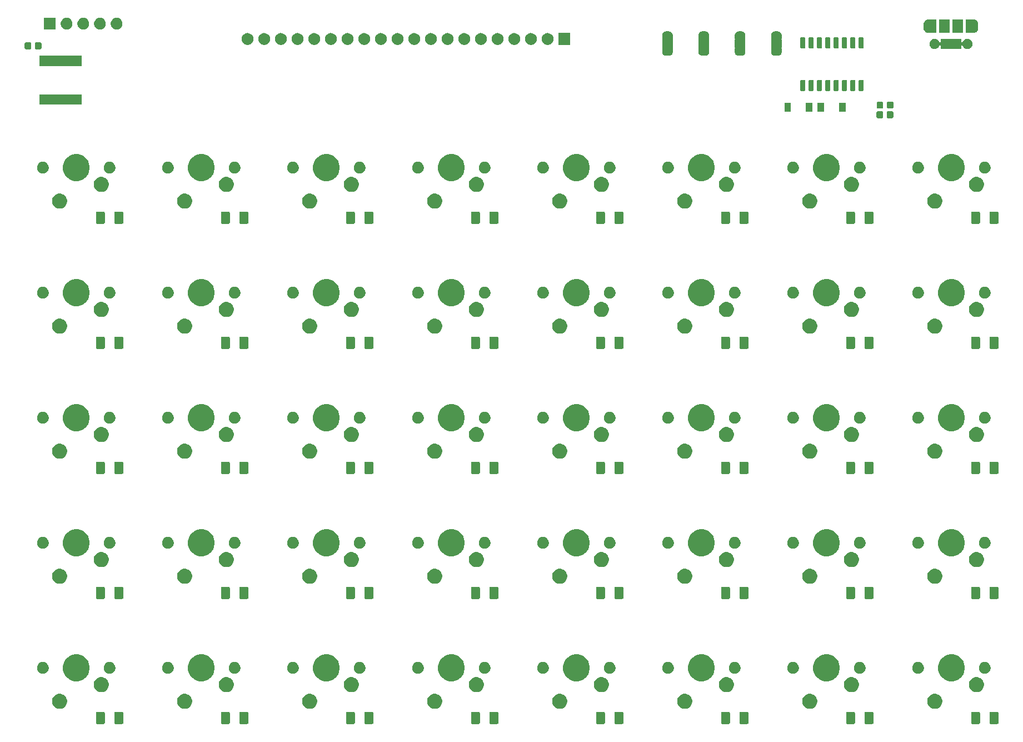
<source format=gbr>
G04 #@! TF.GenerationSoftware,KiCad,Pcbnew,(5.1.5)-3*
G04 #@! TF.CreationDate,2020-03-15T15:33:01+08:00*
G04 #@! TF.ProjectId,XS40,58533430-2e6b-4696-9361-645f70636258,rev?*
G04 #@! TF.SameCoordinates,Original*
G04 #@! TF.FileFunction,Soldermask,Bot*
G04 #@! TF.FilePolarity,Negative*
%FSLAX46Y46*%
G04 Gerber Fmt 4.6, Leading zero omitted, Abs format (unit mm)*
G04 Created by KiCad (PCBNEW (5.1.5)-3) date 2020-03-15 15:33:01*
%MOMM*%
%LPD*%
G04 APERTURE LIST*
%ADD10C,0.100000*%
G04 APERTURE END LIST*
D10*
G36*
X181725204Y-146855547D02*
G01*
X181761744Y-146866632D01*
X181795421Y-146884633D01*
X181824941Y-146908859D01*
X181849167Y-146938379D01*
X181867168Y-146972056D01*
X181878253Y-147008596D01*
X181882600Y-147052738D01*
X181882600Y-148501662D01*
X181878253Y-148545804D01*
X181867168Y-148582344D01*
X181849167Y-148616021D01*
X181824941Y-148645541D01*
X181795421Y-148669767D01*
X181761744Y-148687768D01*
X181725204Y-148698853D01*
X181681062Y-148703200D01*
X180732138Y-148703200D01*
X180687996Y-148698853D01*
X180651456Y-148687768D01*
X180617779Y-148669767D01*
X180588259Y-148645541D01*
X180564033Y-148616021D01*
X180546032Y-148582344D01*
X180534947Y-148545804D01*
X180530600Y-148501662D01*
X180530600Y-147052738D01*
X180534947Y-147008596D01*
X180546032Y-146972056D01*
X180564033Y-146938379D01*
X180588259Y-146908859D01*
X180617779Y-146884633D01*
X180651456Y-146866632D01*
X180687996Y-146855547D01*
X180732138Y-146851200D01*
X181681062Y-146851200D01*
X181725204Y-146855547D01*
G37*
G36*
X102725204Y-146855547D02*
G01*
X102761744Y-146866632D01*
X102795421Y-146884633D01*
X102824941Y-146908859D01*
X102849167Y-146938379D01*
X102867168Y-146972056D01*
X102878253Y-147008596D01*
X102882600Y-147052738D01*
X102882600Y-148501662D01*
X102878253Y-148545804D01*
X102867168Y-148582344D01*
X102849167Y-148616021D01*
X102824941Y-148645541D01*
X102795421Y-148669767D01*
X102761744Y-148687768D01*
X102725204Y-148698853D01*
X102681062Y-148703200D01*
X101732138Y-148703200D01*
X101687996Y-148698853D01*
X101651456Y-148687768D01*
X101617779Y-148669767D01*
X101588259Y-148645541D01*
X101564033Y-148616021D01*
X101546032Y-148582344D01*
X101534947Y-148545804D01*
X101530600Y-148501662D01*
X101530600Y-147052738D01*
X101534947Y-147008596D01*
X101546032Y-146972056D01*
X101564033Y-146938379D01*
X101588259Y-146908859D01*
X101617779Y-146884633D01*
X101651456Y-146866632D01*
X101687996Y-146855547D01*
X101732138Y-146851200D01*
X102681062Y-146851200D01*
X102725204Y-146855547D01*
G37*
G36*
X48375204Y-146855547D02*
G01*
X48411744Y-146866632D01*
X48445421Y-146884633D01*
X48474941Y-146908859D01*
X48499167Y-146938379D01*
X48517168Y-146972056D01*
X48528253Y-147008596D01*
X48532600Y-147052738D01*
X48532600Y-148501662D01*
X48528253Y-148545804D01*
X48517168Y-148582344D01*
X48499167Y-148616021D01*
X48474941Y-148645541D01*
X48445421Y-148669767D01*
X48411744Y-148687768D01*
X48375204Y-148698853D01*
X48331062Y-148703200D01*
X47382138Y-148703200D01*
X47337996Y-148698853D01*
X47301456Y-148687768D01*
X47267779Y-148669767D01*
X47238259Y-148645541D01*
X47214033Y-148616021D01*
X47196032Y-148582344D01*
X47184947Y-148545804D01*
X47180600Y-148501662D01*
X47180600Y-147052738D01*
X47184947Y-147008596D01*
X47196032Y-146972056D01*
X47214033Y-146938379D01*
X47238259Y-146908859D01*
X47267779Y-146884633D01*
X47301456Y-146866632D01*
X47337996Y-146855547D01*
X47382138Y-146851200D01*
X48331062Y-146851200D01*
X48375204Y-146855547D01*
G37*
G36*
X45575204Y-146855547D02*
G01*
X45611744Y-146866632D01*
X45645421Y-146884633D01*
X45674941Y-146908859D01*
X45699167Y-146938379D01*
X45717168Y-146972056D01*
X45728253Y-147008596D01*
X45732600Y-147052738D01*
X45732600Y-148501662D01*
X45728253Y-148545804D01*
X45717168Y-148582344D01*
X45699167Y-148616021D01*
X45674941Y-148645541D01*
X45645421Y-148669767D01*
X45611744Y-148687768D01*
X45575204Y-148698853D01*
X45531062Y-148703200D01*
X44582138Y-148703200D01*
X44537996Y-148698853D01*
X44501456Y-148687768D01*
X44467779Y-148669767D01*
X44438259Y-148645541D01*
X44414033Y-148616021D01*
X44396032Y-148582344D01*
X44384947Y-148545804D01*
X44380600Y-148501662D01*
X44380600Y-147052738D01*
X44384947Y-147008596D01*
X44396032Y-146972056D01*
X44414033Y-146938379D01*
X44438259Y-146908859D01*
X44467779Y-146884633D01*
X44501456Y-146866632D01*
X44537996Y-146855547D01*
X44582138Y-146851200D01*
X45531062Y-146851200D01*
X45575204Y-146855547D01*
G37*
G36*
X67425204Y-146855547D02*
G01*
X67461744Y-146866632D01*
X67495421Y-146884633D01*
X67524941Y-146908859D01*
X67549167Y-146938379D01*
X67567168Y-146972056D01*
X67578253Y-147008596D01*
X67582600Y-147052738D01*
X67582600Y-148501662D01*
X67578253Y-148545804D01*
X67567168Y-148582344D01*
X67549167Y-148616021D01*
X67524941Y-148645541D01*
X67495421Y-148669767D01*
X67461744Y-148687768D01*
X67425204Y-148698853D01*
X67381062Y-148703200D01*
X66432138Y-148703200D01*
X66387996Y-148698853D01*
X66351456Y-148687768D01*
X66317779Y-148669767D01*
X66288259Y-148645541D01*
X66264033Y-148616021D01*
X66246032Y-148582344D01*
X66234947Y-148545804D01*
X66230600Y-148501662D01*
X66230600Y-147052738D01*
X66234947Y-147008596D01*
X66246032Y-146972056D01*
X66264033Y-146938379D01*
X66288259Y-146908859D01*
X66317779Y-146884633D01*
X66351456Y-146866632D01*
X66387996Y-146855547D01*
X66432138Y-146851200D01*
X67381062Y-146851200D01*
X67425204Y-146855547D01*
G37*
G36*
X64625204Y-146855547D02*
G01*
X64661744Y-146866632D01*
X64695421Y-146884633D01*
X64724941Y-146908859D01*
X64749167Y-146938379D01*
X64767168Y-146972056D01*
X64778253Y-147008596D01*
X64782600Y-147052738D01*
X64782600Y-148501662D01*
X64778253Y-148545804D01*
X64767168Y-148582344D01*
X64749167Y-148616021D01*
X64724941Y-148645541D01*
X64695421Y-148669767D01*
X64661744Y-148687768D01*
X64625204Y-148698853D01*
X64581062Y-148703200D01*
X63632138Y-148703200D01*
X63587996Y-148698853D01*
X63551456Y-148687768D01*
X63517779Y-148669767D01*
X63488259Y-148645541D01*
X63464033Y-148616021D01*
X63446032Y-148582344D01*
X63434947Y-148545804D01*
X63430600Y-148501662D01*
X63430600Y-147052738D01*
X63434947Y-147008596D01*
X63446032Y-146972056D01*
X63464033Y-146938379D01*
X63488259Y-146908859D01*
X63517779Y-146884633D01*
X63551456Y-146866632D01*
X63587996Y-146855547D01*
X63632138Y-146851200D01*
X64581062Y-146851200D01*
X64625204Y-146855547D01*
G37*
G36*
X86475204Y-146855547D02*
G01*
X86511744Y-146866632D01*
X86545421Y-146884633D01*
X86574941Y-146908859D01*
X86599167Y-146938379D01*
X86617168Y-146972056D01*
X86628253Y-147008596D01*
X86632600Y-147052738D01*
X86632600Y-148501662D01*
X86628253Y-148545804D01*
X86617168Y-148582344D01*
X86599167Y-148616021D01*
X86574941Y-148645541D01*
X86545421Y-148669767D01*
X86511744Y-148687768D01*
X86475204Y-148698853D01*
X86431062Y-148703200D01*
X85482138Y-148703200D01*
X85437996Y-148698853D01*
X85401456Y-148687768D01*
X85367779Y-148669767D01*
X85338259Y-148645541D01*
X85314033Y-148616021D01*
X85296032Y-148582344D01*
X85284947Y-148545804D01*
X85280600Y-148501662D01*
X85280600Y-147052738D01*
X85284947Y-147008596D01*
X85296032Y-146972056D01*
X85314033Y-146938379D01*
X85338259Y-146908859D01*
X85367779Y-146884633D01*
X85401456Y-146866632D01*
X85437996Y-146855547D01*
X85482138Y-146851200D01*
X86431062Y-146851200D01*
X86475204Y-146855547D01*
G37*
G36*
X83675204Y-146855547D02*
G01*
X83711744Y-146866632D01*
X83745421Y-146884633D01*
X83774941Y-146908859D01*
X83799167Y-146938379D01*
X83817168Y-146972056D01*
X83828253Y-147008596D01*
X83832600Y-147052738D01*
X83832600Y-148501662D01*
X83828253Y-148545804D01*
X83817168Y-148582344D01*
X83799167Y-148616021D01*
X83774941Y-148645541D01*
X83745421Y-148669767D01*
X83711744Y-148687768D01*
X83675204Y-148698853D01*
X83631062Y-148703200D01*
X82682138Y-148703200D01*
X82637996Y-148698853D01*
X82601456Y-148687768D01*
X82567779Y-148669767D01*
X82538259Y-148645541D01*
X82514033Y-148616021D01*
X82496032Y-148582344D01*
X82484947Y-148545804D01*
X82480600Y-148501662D01*
X82480600Y-147052738D01*
X82484947Y-147008596D01*
X82496032Y-146972056D01*
X82514033Y-146938379D01*
X82538259Y-146908859D01*
X82567779Y-146884633D01*
X82601456Y-146866632D01*
X82637996Y-146855547D01*
X82682138Y-146851200D01*
X83631062Y-146851200D01*
X83675204Y-146855547D01*
G37*
G36*
X105525204Y-146855547D02*
G01*
X105561744Y-146866632D01*
X105595421Y-146884633D01*
X105624941Y-146908859D01*
X105649167Y-146938379D01*
X105667168Y-146972056D01*
X105678253Y-147008596D01*
X105682600Y-147052738D01*
X105682600Y-148501662D01*
X105678253Y-148545804D01*
X105667168Y-148582344D01*
X105649167Y-148616021D01*
X105624941Y-148645541D01*
X105595421Y-148669767D01*
X105561744Y-148687768D01*
X105525204Y-148698853D01*
X105481062Y-148703200D01*
X104532138Y-148703200D01*
X104487996Y-148698853D01*
X104451456Y-148687768D01*
X104417779Y-148669767D01*
X104388259Y-148645541D01*
X104364033Y-148616021D01*
X104346032Y-148582344D01*
X104334947Y-148545804D01*
X104330600Y-148501662D01*
X104330600Y-147052738D01*
X104334947Y-147008596D01*
X104346032Y-146972056D01*
X104364033Y-146938379D01*
X104388259Y-146908859D01*
X104417779Y-146884633D01*
X104451456Y-146866632D01*
X104487996Y-146855547D01*
X104532138Y-146851200D01*
X105481062Y-146851200D01*
X105525204Y-146855547D01*
G37*
G36*
X124575204Y-146855547D02*
G01*
X124611744Y-146866632D01*
X124645421Y-146884633D01*
X124674941Y-146908859D01*
X124699167Y-146938379D01*
X124717168Y-146972056D01*
X124728253Y-147008596D01*
X124732600Y-147052738D01*
X124732600Y-148501662D01*
X124728253Y-148545804D01*
X124717168Y-148582344D01*
X124699167Y-148616021D01*
X124674941Y-148645541D01*
X124645421Y-148669767D01*
X124611744Y-148687768D01*
X124575204Y-148698853D01*
X124531062Y-148703200D01*
X123582138Y-148703200D01*
X123537996Y-148698853D01*
X123501456Y-148687768D01*
X123467779Y-148669767D01*
X123438259Y-148645541D01*
X123414033Y-148616021D01*
X123396032Y-148582344D01*
X123384947Y-148545804D01*
X123380600Y-148501662D01*
X123380600Y-147052738D01*
X123384947Y-147008596D01*
X123396032Y-146972056D01*
X123414033Y-146938379D01*
X123438259Y-146908859D01*
X123467779Y-146884633D01*
X123501456Y-146866632D01*
X123537996Y-146855547D01*
X123582138Y-146851200D01*
X124531062Y-146851200D01*
X124575204Y-146855547D01*
G37*
G36*
X140825204Y-146855547D02*
G01*
X140861744Y-146866632D01*
X140895421Y-146884633D01*
X140924941Y-146908859D01*
X140949167Y-146938379D01*
X140967168Y-146972056D01*
X140978253Y-147008596D01*
X140982600Y-147052738D01*
X140982600Y-148501662D01*
X140978253Y-148545804D01*
X140967168Y-148582344D01*
X140949167Y-148616021D01*
X140924941Y-148645541D01*
X140895421Y-148669767D01*
X140861744Y-148687768D01*
X140825204Y-148698853D01*
X140781062Y-148703200D01*
X139832138Y-148703200D01*
X139787996Y-148698853D01*
X139751456Y-148687768D01*
X139717779Y-148669767D01*
X139688259Y-148645541D01*
X139664033Y-148616021D01*
X139646032Y-148582344D01*
X139634947Y-148545804D01*
X139630600Y-148501662D01*
X139630600Y-147052738D01*
X139634947Y-147008596D01*
X139646032Y-146972056D01*
X139664033Y-146938379D01*
X139688259Y-146908859D01*
X139717779Y-146884633D01*
X139751456Y-146866632D01*
X139787996Y-146855547D01*
X139832138Y-146851200D01*
X140781062Y-146851200D01*
X140825204Y-146855547D01*
G37*
G36*
X143625204Y-146855547D02*
G01*
X143661744Y-146866632D01*
X143695421Y-146884633D01*
X143724941Y-146908859D01*
X143749167Y-146938379D01*
X143767168Y-146972056D01*
X143778253Y-147008596D01*
X143782600Y-147052738D01*
X143782600Y-148501662D01*
X143778253Y-148545804D01*
X143767168Y-148582344D01*
X143749167Y-148616021D01*
X143724941Y-148645541D01*
X143695421Y-148669767D01*
X143661744Y-148687768D01*
X143625204Y-148698853D01*
X143581062Y-148703200D01*
X142632138Y-148703200D01*
X142587996Y-148698853D01*
X142551456Y-148687768D01*
X142517779Y-148669767D01*
X142488259Y-148645541D01*
X142464033Y-148616021D01*
X142446032Y-148582344D01*
X142434947Y-148545804D01*
X142430600Y-148501662D01*
X142430600Y-147052738D01*
X142434947Y-147008596D01*
X142446032Y-146972056D01*
X142464033Y-146938379D01*
X142488259Y-146908859D01*
X142517779Y-146884633D01*
X142551456Y-146866632D01*
X142587996Y-146855547D01*
X142632138Y-146851200D01*
X143581062Y-146851200D01*
X143625204Y-146855547D01*
G37*
G36*
X159875204Y-146855547D02*
G01*
X159911744Y-146866632D01*
X159945421Y-146884633D01*
X159974941Y-146908859D01*
X159999167Y-146938379D01*
X160017168Y-146972056D01*
X160028253Y-147008596D01*
X160032600Y-147052738D01*
X160032600Y-148501662D01*
X160028253Y-148545804D01*
X160017168Y-148582344D01*
X159999167Y-148616021D01*
X159974941Y-148645541D01*
X159945421Y-148669767D01*
X159911744Y-148687768D01*
X159875204Y-148698853D01*
X159831062Y-148703200D01*
X158882138Y-148703200D01*
X158837996Y-148698853D01*
X158801456Y-148687768D01*
X158767779Y-148669767D01*
X158738259Y-148645541D01*
X158714033Y-148616021D01*
X158696032Y-148582344D01*
X158684947Y-148545804D01*
X158680600Y-148501662D01*
X158680600Y-147052738D01*
X158684947Y-147008596D01*
X158696032Y-146972056D01*
X158714033Y-146938379D01*
X158738259Y-146908859D01*
X158767779Y-146884633D01*
X158801456Y-146866632D01*
X158837996Y-146855547D01*
X158882138Y-146851200D01*
X159831062Y-146851200D01*
X159875204Y-146855547D01*
G37*
G36*
X162675204Y-146855547D02*
G01*
X162711744Y-146866632D01*
X162745421Y-146884633D01*
X162774941Y-146908859D01*
X162799167Y-146938379D01*
X162817168Y-146972056D01*
X162828253Y-147008596D01*
X162832600Y-147052738D01*
X162832600Y-148501662D01*
X162828253Y-148545804D01*
X162817168Y-148582344D01*
X162799167Y-148616021D01*
X162774941Y-148645541D01*
X162745421Y-148669767D01*
X162711744Y-148687768D01*
X162675204Y-148698853D01*
X162631062Y-148703200D01*
X161682138Y-148703200D01*
X161637996Y-148698853D01*
X161601456Y-148687768D01*
X161567779Y-148669767D01*
X161538259Y-148645541D01*
X161514033Y-148616021D01*
X161496032Y-148582344D01*
X161484947Y-148545804D01*
X161480600Y-148501662D01*
X161480600Y-147052738D01*
X161484947Y-147008596D01*
X161496032Y-146972056D01*
X161514033Y-146938379D01*
X161538259Y-146908859D01*
X161567779Y-146884633D01*
X161601456Y-146866632D01*
X161637996Y-146855547D01*
X161682138Y-146851200D01*
X162631062Y-146851200D01*
X162675204Y-146855547D01*
G37*
G36*
X178925204Y-146855547D02*
G01*
X178961744Y-146866632D01*
X178995421Y-146884633D01*
X179024941Y-146908859D01*
X179049167Y-146938379D01*
X179067168Y-146972056D01*
X179078253Y-147008596D01*
X179082600Y-147052738D01*
X179082600Y-148501662D01*
X179078253Y-148545804D01*
X179067168Y-148582344D01*
X179049167Y-148616021D01*
X179024941Y-148645541D01*
X178995421Y-148669767D01*
X178961744Y-148687768D01*
X178925204Y-148698853D01*
X178881062Y-148703200D01*
X177932138Y-148703200D01*
X177887996Y-148698853D01*
X177851456Y-148687768D01*
X177817779Y-148669767D01*
X177788259Y-148645541D01*
X177764033Y-148616021D01*
X177746032Y-148582344D01*
X177734947Y-148545804D01*
X177730600Y-148501662D01*
X177730600Y-147052738D01*
X177734947Y-147008596D01*
X177746032Y-146972056D01*
X177764033Y-146938379D01*
X177788259Y-146908859D01*
X177817779Y-146884633D01*
X177851456Y-146866632D01*
X177887996Y-146855547D01*
X177932138Y-146851200D01*
X178881062Y-146851200D01*
X178925204Y-146855547D01*
G37*
G36*
X121775204Y-146855547D02*
G01*
X121811744Y-146866632D01*
X121845421Y-146884633D01*
X121874941Y-146908859D01*
X121899167Y-146938379D01*
X121917168Y-146972056D01*
X121928253Y-147008596D01*
X121932600Y-147052738D01*
X121932600Y-148501662D01*
X121928253Y-148545804D01*
X121917168Y-148582344D01*
X121899167Y-148616021D01*
X121874941Y-148645541D01*
X121845421Y-148669767D01*
X121811744Y-148687768D01*
X121775204Y-148698853D01*
X121731062Y-148703200D01*
X120782138Y-148703200D01*
X120737996Y-148698853D01*
X120701456Y-148687768D01*
X120667779Y-148669767D01*
X120638259Y-148645541D01*
X120614033Y-148616021D01*
X120596032Y-148582344D01*
X120584947Y-148545804D01*
X120580600Y-148501662D01*
X120580600Y-147052738D01*
X120584947Y-147008596D01*
X120596032Y-146972056D01*
X120614033Y-146938379D01*
X120638259Y-146908859D01*
X120667779Y-146884633D01*
X120701456Y-146866632D01*
X120737996Y-146855547D01*
X120782138Y-146851200D01*
X121731062Y-146851200D01*
X121775204Y-146855547D01*
G37*
G36*
X172411149Y-144108316D02*
G01*
X172522334Y-144130432D01*
X172731803Y-144217197D01*
X172920320Y-144343160D01*
X173080640Y-144503480D01*
X173206603Y-144691997D01*
X173293368Y-144901466D01*
X173337600Y-145123836D01*
X173337600Y-145350564D01*
X173293368Y-145572934D01*
X173206603Y-145782403D01*
X173080640Y-145970920D01*
X172920320Y-146131240D01*
X172731803Y-146257203D01*
X172522334Y-146343968D01*
X172411149Y-146366084D01*
X172299965Y-146388200D01*
X172073235Y-146388200D01*
X171962051Y-146366084D01*
X171850866Y-146343968D01*
X171641397Y-146257203D01*
X171452880Y-146131240D01*
X171292560Y-145970920D01*
X171166597Y-145782403D01*
X171079832Y-145572934D01*
X171035600Y-145350564D01*
X171035600Y-145123836D01*
X171079832Y-144901466D01*
X171166597Y-144691997D01*
X171292560Y-144503480D01*
X171452880Y-144343160D01*
X171641397Y-144217197D01*
X171850866Y-144130432D01*
X171962051Y-144108316D01*
X172073235Y-144086200D01*
X172299965Y-144086200D01*
X172411149Y-144108316D01*
G37*
G36*
X39061149Y-144108316D02*
G01*
X39172334Y-144130432D01*
X39381803Y-144217197D01*
X39570320Y-144343160D01*
X39730640Y-144503480D01*
X39856603Y-144691997D01*
X39943368Y-144901466D01*
X39987600Y-145123836D01*
X39987600Y-145350564D01*
X39943368Y-145572934D01*
X39856603Y-145782403D01*
X39730640Y-145970920D01*
X39570320Y-146131240D01*
X39381803Y-146257203D01*
X39172334Y-146343968D01*
X39061149Y-146366084D01*
X38949965Y-146388200D01*
X38723235Y-146388200D01*
X38612051Y-146366084D01*
X38500866Y-146343968D01*
X38291397Y-146257203D01*
X38102880Y-146131240D01*
X37942560Y-145970920D01*
X37816597Y-145782403D01*
X37729832Y-145572934D01*
X37685600Y-145350564D01*
X37685600Y-145123836D01*
X37729832Y-144901466D01*
X37816597Y-144691997D01*
X37942560Y-144503480D01*
X38102880Y-144343160D01*
X38291397Y-144217197D01*
X38500866Y-144130432D01*
X38612051Y-144108316D01*
X38723235Y-144086200D01*
X38949965Y-144086200D01*
X39061149Y-144108316D01*
G37*
G36*
X58111149Y-144108316D02*
G01*
X58222334Y-144130432D01*
X58431803Y-144217197D01*
X58620320Y-144343160D01*
X58780640Y-144503480D01*
X58906603Y-144691997D01*
X58993368Y-144901466D01*
X59037600Y-145123836D01*
X59037600Y-145350564D01*
X58993368Y-145572934D01*
X58906603Y-145782403D01*
X58780640Y-145970920D01*
X58620320Y-146131240D01*
X58431803Y-146257203D01*
X58222334Y-146343968D01*
X58111149Y-146366084D01*
X57999965Y-146388200D01*
X57773235Y-146388200D01*
X57662051Y-146366084D01*
X57550866Y-146343968D01*
X57341397Y-146257203D01*
X57152880Y-146131240D01*
X56992560Y-145970920D01*
X56866597Y-145782403D01*
X56779832Y-145572934D01*
X56735600Y-145350564D01*
X56735600Y-145123836D01*
X56779832Y-144901466D01*
X56866597Y-144691997D01*
X56992560Y-144503480D01*
X57152880Y-144343160D01*
X57341397Y-144217197D01*
X57550866Y-144130432D01*
X57662051Y-144108316D01*
X57773235Y-144086200D01*
X57999965Y-144086200D01*
X58111149Y-144108316D01*
G37*
G36*
X153361149Y-144108316D02*
G01*
X153472334Y-144130432D01*
X153681803Y-144217197D01*
X153870320Y-144343160D01*
X154030640Y-144503480D01*
X154156603Y-144691997D01*
X154243368Y-144901466D01*
X154287600Y-145123836D01*
X154287600Y-145350564D01*
X154243368Y-145572934D01*
X154156603Y-145782403D01*
X154030640Y-145970920D01*
X153870320Y-146131240D01*
X153681803Y-146257203D01*
X153472334Y-146343968D01*
X153361149Y-146366084D01*
X153249965Y-146388200D01*
X153023235Y-146388200D01*
X152912051Y-146366084D01*
X152800866Y-146343968D01*
X152591397Y-146257203D01*
X152402880Y-146131240D01*
X152242560Y-145970920D01*
X152116597Y-145782403D01*
X152029832Y-145572934D01*
X151985600Y-145350564D01*
X151985600Y-145123836D01*
X152029832Y-144901466D01*
X152116597Y-144691997D01*
X152242560Y-144503480D01*
X152402880Y-144343160D01*
X152591397Y-144217197D01*
X152800866Y-144130432D01*
X152912051Y-144108316D01*
X153023235Y-144086200D01*
X153249965Y-144086200D01*
X153361149Y-144108316D01*
G37*
G36*
X77161149Y-144108316D02*
G01*
X77272334Y-144130432D01*
X77481803Y-144217197D01*
X77670320Y-144343160D01*
X77830640Y-144503480D01*
X77956603Y-144691997D01*
X78043368Y-144901466D01*
X78087600Y-145123836D01*
X78087600Y-145350564D01*
X78043368Y-145572934D01*
X77956603Y-145782403D01*
X77830640Y-145970920D01*
X77670320Y-146131240D01*
X77481803Y-146257203D01*
X77272334Y-146343968D01*
X77161149Y-146366084D01*
X77049965Y-146388200D01*
X76823235Y-146388200D01*
X76712051Y-146366084D01*
X76600866Y-146343968D01*
X76391397Y-146257203D01*
X76202880Y-146131240D01*
X76042560Y-145970920D01*
X75916597Y-145782403D01*
X75829832Y-145572934D01*
X75785600Y-145350564D01*
X75785600Y-145123836D01*
X75829832Y-144901466D01*
X75916597Y-144691997D01*
X76042560Y-144503480D01*
X76202880Y-144343160D01*
X76391397Y-144217197D01*
X76600866Y-144130432D01*
X76712051Y-144108316D01*
X76823235Y-144086200D01*
X77049965Y-144086200D01*
X77161149Y-144108316D01*
G37*
G36*
X115261149Y-144108316D02*
G01*
X115372334Y-144130432D01*
X115581803Y-144217197D01*
X115770320Y-144343160D01*
X115930640Y-144503480D01*
X116056603Y-144691997D01*
X116143368Y-144901466D01*
X116187600Y-145123836D01*
X116187600Y-145350564D01*
X116143368Y-145572934D01*
X116056603Y-145782403D01*
X115930640Y-145970920D01*
X115770320Y-146131240D01*
X115581803Y-146257203D01*
X115372334Y-146343968D01*
X115261149Y-146366084D01*
X115149965Y-146388200D01*
X114923235Y-146388200D01*
X114812051Y-146366084D01*
X114700866Y-146343968D01*
X114491397Y-146257203D01*
X114302880Y-146131240D01*
X114142560Y-145970920D01*
X114016597Y-145782403D01*
X113929832Y-145572934D01*
X113885600Y-145350564D01*
X113885600Y-145123836D01*
X113929832Y-144901466D01*
X114016597Y-144691997D01*
X114142560Y-144503480D01*
X114302880Y-144343160D01*
X114491397Y-144217197D01*
X114700866Y-144130432D01*
X114812051Y-144108316D01*
X114923235Y-144086200D01*
X115149965Y-144086200D01*
X115261149Y-144108316D01*
G37*
G36*
X96211149Y-144108316D02*
G01*
X96322334Y-144130432D01*
X96531803Y-144217197D01*
X96720320Y-144343160D01*
X96880640Y-144503480D01*
X97006603Y-144691997D01*
X97093368Y-144901466D01*
X97137600Y-145123836D01*
X97137600Y-145350564D01*
X97093368Y-145572934D01*
X97006603Y-145782403D01*
X96880640Y-145970920D01*
X96720320Y-146131240D01*
X96531803Y-146257203D01*
X96322334Y-146343968D01*
X96211149Y-146366084D01*
X96099965Y-146388200D01*
X95873235Y-146388200D01*
X95762051Y-146366084D01*
X95650866Y-146343968D01*
X95441397Y-146257203D01*
X95252880Y-146131240D01*
X95092560Y-145970920D01*
X94966597Y-145782403D01*
X94879832Y-145572934D01*
X94835600Y-145350564D01*
X94835600Y-145123836D01*
X94879832Y-144901466D01*
X94966597Y-144691997D01*
X95092560Y-144503480D01*
X95252880Y-144343160D01*
X95441397Y-144217197D01*
X95650866Y-144130432D01*
X95762051Y-144108316D01*
X95873235Y-144086200D01*
X96099965Y-144086200D01*
X96211149Y-144108316D01*
G37*
G36*
X134311149Y-144108316D02*
G01*
X134422334Y-144130432D01*
X134631803Y-144217197D01*
X134820320Y-144343160D01*
X134980640Y-144503480D01*
X135106603Y-144691997D01*
X135193368Y-144901466D01*
X135237600Y-145123836D01*
X135237600Y-145350564D01*
X135193368Y-145572934D01*
X135106603Y-145782403D01*
X134980640Y-145970920D01*
X134820320Y-146131240D01*
X134631803Y-146257203D01*
X134422334Y-146343968D01*
X134311149Y-146366084D01*
X134199965Y-146388200D01*
X133973235Y-146388200D01*
X133862051Y-146366084D01*
X133750866Y-146343968D01*
X133541397Y-146257203D01*
X133352880Y-146131240D01*
X133192560Y-145970920D01*
X133066597Y-145782403D01*
X132979832Y-145572934D01*
X132935600Y-145350564D01*
X132935600Y-145123836D01*
X132979832Y-144901466D01*
X133066597Y-144691997D01*
X133192560Y-144503480D01*
X133352880Y-144343160D01*
X133541397Y-144217197D01*
X133750866Y-144130432D01*
X133862051Y-144108316D01*
X133973235Y-144086200D01*
X134199965Y-144086200D01*
X134311149Y-144108316D01*
G37*
G36*
X159711149Y-141568316D02*
G01*
X159822334Y-141590432D01*
X160031803Y-141677197D01*
X160220320Y-141803160D01*
X160380640Y-141963480D01*
X160506603Y-142151997D01*
X160593368Y-142361466D01*
X160637600Y-142583836D01*
X160637600Y-142810564D01*
X160593368Y-143032934D01*
X160506603Y-143242403D01*
X160380640Y-143430920D01*
X160220320Y-143591240D01*
X160031803Y-143717203D01*
X159822334Y-143803968D01*
X159711149Y-143826084D01*
X159599965Y-143848200D01*
X159373235Y-143848200D01*
X159262051Y-143826084D01*
X159150866Y-143803968D01*
X158941397Y-143717203D01*
X158752880Y-143591240D01*
X158592560Y-143430920D01*
X158466597Y-143242403D01*
X158379832Y-143032934D01*
X158335600Y-142810564D01*
X158335600Y-142583836D01*
X158379832Y-142361466D01*
X158466597Y-142151997D01*
X158592560Y-141963480D01*
X158752880Y-141803160D01*
X158941397Y-141677197D01*
X159150866Y-141590432D01*
X159262051Y-141568316D01*
X159373235Y-141546200D01*
X159599965Y-141546200D01*
X159711149Y-141568316D01*
G37*
G36*
X178761149Y-141568316D02*
G01*
X178872334Y-141590432D01*
X179081803Y-141677197D01*
X179270320Y-141803160D01*
X179430640Y-141963480D01*
X179556603Y-142151997D01*
X179643368Y-142361466D01*
X179687600Y-142583836D01*
X179687600Y-142810564D01*
X179643368Y-143032934D01*
X179556603Y-143242403D01*
X179430640Y-143430920D01*
X179270320Y-143591240D01*
X179081803Y-143717203D01*
X178872334Y-143803968D01*
X178761149Y-143826084D01*
X178649965Y-143848200D01*
X178423235Y-143848200D01*
X178312051Y-143826084D01*
X178200866Y-143803968D01*
X177991397Y-143717203D01*
X177802880Y-143591240D01*
X177642560Y-143430920D01*
X177516597Y-143242403D01*
X177429832Y-143032934D01*
X177385600Y-142810564D01*
X177385600Y-142583836D01*
X177429832Y-142361466D01*
X177516597Y-142151997D01*
X177642560Y-141963480D01*
X177802880Y-141803160D01*
X177991397Y-141677197D01*
X178200866Y-141590432D01*
X178312051Y-141568316D01*
X178423235Y-141546200D01*
X178649965Y-141546200D01*
X178761149Y-141568316D01*
G37*
G36*
X140661149Y-141568316D02*
G01*
X140772334Y-141590432D01*
X140981803Y-141677197D01*
X141170320Y-141803160D01*
X141330640Y-141963480D01*
X141456603Y-142151997D01*
X141543368Y-142361466D01*
X141587600Y-142583836D01*
X141587600Y-142810564D01*
X141543368Y-143032934D01*
X141456603Y-143242403D01*
X141330640Y-143430920D01*
X141170320Y-143591240D01*
X140981803Y-143717203D01*
X140772334Y-143803968D01*
X140661149Y-143826084D01*
X140549965Y-143848200D01*
X140323235Y-143848200D01*
X140212051Y-143826084D01*
X140100866Y-143803968D01*
X139891397Y-143717203D01*
X139702880Y-143591240D01*
X139542560Y-143430920D01*
X139416597Y-143242403D01*
X139329832Y-143032934D01*
X139285600Y-142810564D01*
X139285600Y-142583836D01*
X139329832Y-142361466D01*
X139416597Y-142151997D01*
X139542560Y-141963480D01*
X139702880Y-141803160D01*
X139891397Y-141677197D01*
X140100866Y-141590432D01*
X140212051Y-141568316D01*
X140323235Y-141546200D01*
X140549965Y-141546200D01*
X140661149Y-141568316D01*
G37*
G36*
X121611149Y-141568316D02*
G01*
X121722334Y-141590432D01*
X121931803Y-141677197D01*
X122120320Y-141803160D01*
X122280640Y-141963480D01*
X122406603Y-142151997D01*
X122493368Y-142361466D01*
X122537600Y-142583836D01*
X122537600Y-142810564D01*
X122493368Y-143032934D01*
X122406603Y-143242403D01*
X122280640Y-143430920D01*
X122120320Y-143591240D01*
X121931803Y-143717203D01*
X121722334Y-143803968D01*
X121611149Y-143826084D01*
X121499965Y-143848200D01*
X121273235Y-143848200D01*
X121162051Y-143826084D01*
X121050866Y-143803968D01*
X120841397Y-143717203D01*
X120652880Y-143591240D01*
X120492560Y-143430920D01*
X120366597Y-143242403D01*
X120279832Y-143032934D01*
X120235600Y-142810564D01*
X120235600Y-142583836D01*
X120279832Y-142361466D01*
X120366597Y-142151997D01*
X120492560Y-141963480D01*
X120652880Y-141803160D01*
X120841397Y-141677197D01*
X121050866Y-141590432D01*
X121162051Y-141568316D01*
X121273235Y-141546200D01*
X121499965Y-141546200D01*
X121611149Y-141568316D01*
G37*
G36*
X83511149Y-141568316D02*
G01*
X83622334Y-141590432D01*
X83831803Y-141677197D01*
X84020320Y-141803160D01*
X84180640Y-141963480D01*
X84306603Y-142151997D01*
X84393368Y-142361466D01*
X84437600Y-142583836D01*
X84437600Y-142810564D01*
X84393368Y-143032934D01*
X84306603Y-143242403D01*
X84180640Y-143430920D01*
X84020320Y-143591240D01*
X83831803Y-143717203D01*
X83622334Y-143803968D01*
X83511149Y-143826084D01*
X83399965Y-143848200D01*
X83173235Y-143848200D01*
X83062051Y-143826084D01*
X82950866Y-143803968D01*
X82741397Y-143717203D01*
X82552880Y-143591240D01*
X82392560Y-143430920D01*
X82266597Y-143242403D01*
X82179832Y-143032934D01*
X82135600Y-142810564D01*
X82135600Y-142583836D01*
X82179832Y-142361466D01*
X82266597Y-142151997D01*
X82392560Y-141963480D01*
X82552880Y-141803160D01*
X82741397Y-141677197D01*
X82950866Y-141590432D01*
X83062051Y-141568316D01*
X83173235Y-141546200D01*
X83399965Y-141546200D01*
X83511149Y-141568316D01*
G37*
G36*
X45411149Y-141568316D02*
G01*
X45522334Y-141590432D01*
X45731803Y-141677197D01*
X45920320Y-141803160D01*
X46080640Y-141963480D01*
X46206603Y-142151997D01*
X46293368Y-142361466D01*
X46337600Y-142583836D01*
X46337600Y-142810564D01*
X46293368Y-143032934D01*
X46206603Y-143242403D01*
X46080640Y-143430920D01*
X45920320Y-143591240D01*
X45731803Y-143717203D01*
X45522334Y-143803968D01*
X45411149Y-143826084D01*
X45299965Y-143848200D01*
X45073235Y-143848200D01*
X44962051Y-143826084D01*
X44850866Y-143803968D01*
X44641397Y-143717203D01*
X44452880Y-143591240D01*
X44292560Y-143430920D01*
X44166597Y-143242403D01*
X44079832Y-143032934D01*
X44035600Y-142810564D01*
X44035600Y-142583836D01*
X44079832Y-142361466D01*
X44166597Y-142151997D01*
X44292560Y-141963480D01*
X44452880Y-141803160D01*
X44641397Y-141677197D01*
X44850866Y-141590432D01*
X44962051Y-141568316D01*
X45073235Y-141546200D01*
X45299965Y-141546200D01*
X45411149Y-141568316D01*
G37*
G36*
X64461149Y-141568316D02*
G01*
X64572334Y-141590432D01*
X64781803Y-141677197D01*
X64970320Y-141803160D01*
X65130640Y-141963480D01*
X65256603Y-142151997D01*
X65343368Y-142361466D01*
X65387600Y-142583836D01*
X65387600Y-142810564D01*
X65343368Y-143032934D01*
X65256603Y-143242403D01*
X65130640Y-143430920D01*
X64970320Y-143591240D01*
X64781803Y-143717203D01*
X64572334Y-143803968D01*
X64461149Y-143826084D01*
X64349965Y-143848200D01*
X64123235Y-143848200D01*
X64012051Y-143826084D01*
X63900866Y-143803968D01*
X63691397Y-143717203D01*
X63502880Y-143591240D01*
X63342560Y-143430920D01*
X63216597Y-143242403D01*
X63129832Y-143032934D01*
X63085600Y-142810564D01*
X63085600Y-142583836D01*
X63129832Y-142361466D01*
X63216597Y-142151997D01*
X63342560Y-141963480D01*
X63502880Y-141803160D01*
X63691397Y-141677197D01*
X63900866Y-141590432D01*
X64012051Y-141568316D01*
X64123235Y-141546200D01*
X64349965Y-141546200D01*
X64461149Y-141568316D01*
G37*
G36*
X102561149Y-141568316D02*
G01*
X102672334Y-141590432D01*
X102881803Y-141677197D01*
X103070320Y-141803160D01*
X103230640Y-141963480D01*
X103356603Y-142151997D01*
X103443368Y-142361466D01*
X103487600Y-142583836D01*
X103487600Y-142810564D01*
X103443368Y-143032934D01*
X103356603Y-143242403D01*
X103230640Y-143430920D01*
X103070320Y-143591240D01*
X102881803Y-143717203D01*
X102672334Y-143803968D01*
X102561149Y-143826084D01*
X102449965Y-143848200D01*
X102223235Y-143848200D01*
X102112051Y-143826084D01*
X102000866Y-143803968D01*
X101791397Y-143717203D01*
X101602880Y-143591240D01*
X101442560Y-143430920D01*
X101316597Y-143242403D01*
X101229832Y-143032934D01*
X101185600Y-142810564D01*
X101185600Y-142583836D01*
X101229832Y-142361466D01*
X101316597Y-142151997D01*
X101442560Y-141963480D01*
X101602880Y-141803160D01*
X101791397Y-141677197D01*
X102000866Y-141590432D01*
X102112051Y-141568316D01*
X102223235Y-141546200D01*
X102449965Y-141546200D01*
X102561149Y-141568316D01*
G37*
G36*
X118174854Y-138185018D02*
G01*
X118548111Y-138339626D01*
X118548113Y-138339627D01*
X118884036Y-138564084D01*
X119169716Y-138849764D01*
X119394174Y-139185689D01*
X119548782Y-139558946D01*
X119627600Y-139955193D01*
X119627600Y-140359207D01*
X119548782Y-140755454D01*
X119394174Y-141128711D01*
X119394173Y-141128713D01*
X119169716Y-141464636D01*
X118884036Y-141750316D01*
X118548113Y-141974773D01*
X118548112Y-141974774D01*
X118548111Y-141974774D01*
X118174854Y-142129382D01*
X117778607Y-142208200D01*
X117374593Y-142208200D01*
X116978346Y-142129382D01*
X116605089Y-141974774D01*
X116605088Y-141974774D01*
X116605087Y-141974773D01*
X116269164Y-141750316D01*
X115983484Y-141464636D01*
X115759027Y-141128713D01*
X115759026Y-141128711D01*
X115604418Y-140755454D01*
X115525600Y-140359207D01*
X115525600Y-139955193D01*
X115604418Y-139558946D01*
X115759026Y-139185689D01*
X115983484Y-138849764D01*
X116269164Y-138564084D01*
X116605087Y-138339627D01*
X116605089Y-138339626D01*
X116978346Y-138185018D01*
X117374593Y-138106200D01*
X117778607Y-138106200D01*
X118174854Y-138185018D01*
G37*
G36*
X80074854Y-138185018D02*
G01*
X80448111Y-138339626D01*
X80448113Y-138339627D01*
X80784036Y-138564084D01*
X81069716Y-138849764D01*
X81294174Y-139185689D01*
X81448782Y-139558946D01*
X81527600Y-139955193D01*
X81527600Y-140359207D01*
X81448782Y-140755454D01*
X81294174Y-141128711D01*
X81294173Y-141128713D01*
X81069716Y-141464636D01*
X80784036Y-141750316D01*
X80448113Y-141974773D01*
X80448112Y-141974774D01*
X80448111Y-141974774D01*
X80074854Y-142129382D01*
X79678607Y-142208200D01*
X79274593Y-142208200D01*
X78878346Y-142129382D01*
X78505089Y-141974774D01*
X78505088Y-141974774D01*
X78505087Y-141974773D01*
X78169164Y-141750316D01*
X77883484Y-141464636D01*
X77659027Y-141128713D01*
X77659026Y-141128711D01*
X77504418Y-140755454D01*
X77425600Y-140359207D01*
X77425600Y-139955193D01*
X77504418Y-139558946D01*
X77659026Y-139185689D01*
X77883484Y-138849764D01*
X78169164Y-138564084D01*
X78505087Y-138339627D01*
X78505089Y-138339626D01*
X78878346Y-138185018D01*
X79274593Y-138106200D01*
X79678607Y-138106200D01*
X80074854Y-138185018D01*
G37*
G36*
X41974854Y-138185018D02*
G01*
X42348111Y-138339626D01*
X42348113Y-138339627D01*
X42684036Y-138564084D01*
X42969716Y-138849764D01*
X43194174Y-139185689D01*
X43348782Y-139558946D01*
X43427600Y-139955193D01*
X43427600Y-140359207D01*
X43348782Y-140755454D01*
X43194174Y-141128711D01*
X43194173Y-141128713D01*
X42969716Y-141464636D01*
X42684036Y-141750316D01*
X42348113Y-141974773D01*
X42348112Y-141974774D01*
X42348111Y-141974774D01*
X41974854Y-142129382D01*
X41578607Y-142208200D01*
X41174593Y-142208200D01*
X40778346Y-142129382D01*
X40405089Y-141974774D01*
X40405088Y-141974774D01*
X40405087Y-141974773D01*
X40069164Y-141750316D01*
X39783484Y-141464636D01*
X39559027Y-141128713D01*
X39559026Y-141128711D01*
X39404418Y-140755454D01*
X39325600Y-140359207D01*
X39325600Y-139955193D01*
X39404418Y-139558946D01*
X39559026Y-139185689D01*
X39783484Y-138849764D01*
X40069164Y-138564084D01*
X40405087Y-138339627D01*
X40405089Y-138339626D01*
X40778346Y-138185018D01*
X41174593Y-138106200D01*
X41578607Y-138106200D01*
X41974854Y-138185018D01*
G37*
G36*
X61024854Y-138185018D02*
G01*
X61398111Y-138339626D01*
X61398113Y-138339627D01*
X61734036Y-138564084D01*
X62019716Y-138849764D01*
X62244174Y-139185689D01*
X62398782Y-139558946D01*
X62477600Y-139955193D01*
X62477600Y-140359207D01*
X62398782Y-140755454D01*
X62244174Y-141128711D01*
X62244173Y-141128713D01*
X62019716Y-141464636D01*
X61734036Y-141750316D01*
X61398113Y-141974773D01*
X61398112Y-141974774D01*
X61398111Y-141974774D01*
X61024854Y-142129382D01*
X60628607Y-142208200D01*
X60224593Y-142208200D01*
X59828346Y-142129382D01*
X59455089Y-141974774D01*
X59455088Y-141974774D01*
X59455087Y-141974773D01*
X59119164Y-141750316D01*
X58833484Y-141464636D01*
X58609027Y-141128713D01*
X58609026Y-141128711D01*
X58454418Y-140755454D01*
X58375600Y-140359207D01*
X58375600Y-139955193D01*
X58454418Y-139558946D01*
X58609026Y-139185689D01*
X58833484Y-138849764D01*
X59119164Y-138564084D01*
X59455087Y-138339627D01*
X59455089Y-138339626D01*
X59828346Y-138185018D01*
X60224593Y-138106200D01*
X60628607Y-138106200D01*
X61024854Y-138185018D01*
G37*
G36*
X99124854Y-138185018D02*
G01*
X99498111Y-138339626D01*
X99498113Y-138339627D01*
X99834036Y-138564084D01*
X100119716Y-138849764D01*
X100344174Y-139185689D01*
X100498782Y-139558946D01*
X100577600Y-139955193D01*
X100577600Y-140359207D01*
X100498782Y-140755454D01*
X100344174Y-141128711D01*
X100344173Y-141128713D01*
X100119716Y-141464636D01*
X99834036Y-141750316D01*
X99498113Y-141974773D01*
X99498112Y-141974774D01*
X99498111Y-141974774D01*
X99124854Y-142129382D01*
X98728607Y-142208200D01*
X98324593Y-142208200D01*
X97928346Y-142129382D01*
X97555089Y-141974774D01*
X97555088Y-141974774D01*
X97555087Y-141974773D01*
X97219164Y-141750316D01*
X96933484Y-141464636D01*
X96709027Y-141128713D01*
X96709026Y-141128711D01*
X96554418Y-140755454D01*
X96475600Y-140359207D01*
X96475600Y-139955193D01*
X96554418Y-139558946D01*
X96709026Y-139185689D01*
X96933484Y-138849764D01*
X97219164Y-138564084D01*
X97555087Y-138339627D01*
X97555089Y-138339626D01*
X97928346Y-138185018D01*
X98324593Y-138106200D01*
X98728607Y-138106200D01*
X99124854Y-138185018D01*
G37*
G36*
X137224854Y-138185018D02*
G01*
X137598111Y-138339626D01*
X137598113Y-138339627D01*
X137934036Y-138564084D01*
X138219716Y-138849764D01*
X138444174Y-139185689D01*
X138598782Y-139558946D01*
X138677600Y-139955193D01*
X138677600Y-140359207D01*
X138598782Y-140755454D01*
X138444174Y-141128711D01*
X138444173Y-141128713D01*
X138219716Y-141464636D01*
X137934036Y-141750316D01*
X137598113Y-141974773D01*
X137598112Y-141974774D01*
X137598111Y-141974774D01*
X137224854Y-142129382D01*
X136828607Y-142208200D01*
X136424593Y-142208200D01*
X136028346Y-142129382D01*
X135655089Y-141974774D01*
X135655088Y-141974774D01*
X135655087Y-141974773D01*
X135319164Y-141750316D01*
X135033484Y-141464636D01*
X134809027Y-141128713D01*
X134809026Y-141128711D01*
X134654418Y-140755454D01*
X134575600Y-140359207D01*
X134575600Y-139955193D01*
X134654418Y-139558946D01*
X134809026Y-139185689D01*
X135033484Y-138849764D01*
X135319164Y-138564084D01*
X135655087Y-138339627D01*
X135655089Y-138339626D01*
X136028346Y-138185018D01*
X136424593Y-138106200D01*
X136828607Y-138106200D01*
X137224854Y-138185018D01*
G37*
G36*
X156274854Y-138185018D02*
G01*
X156648111Y-138339626D01*
X156648113Y-138339627D01*
X156984036Y-138564084D01*
X157269716Y-138849764D01*
X157494174Y-139185689D01*
X157648782Y-139558946D01*
X157727600Y-139955193D01*
X157727600Y-140359207D01*
X157648782Y-140755454D01*
X157494174Y-141128711D01*
X157494173Y-141128713D01*
X157269716Y-141464636D01*
X156984036Y-141750316D01*
X156648113Y-141974773D01*
X156648112Y-141974774D01*
X156648111Y-141974774D01*
X156274854Y-142129382D01*
X155878607Y-142208200D01*
X155474593Y-142208200D01*
X155078346Y-142129382D01*
X154705089Y-141974774D01*
X154705088Y-141974774D01*
X154705087Y-141974773D01*
X154369164Y-141750316D01*
X154083484Y-141464636D01*
X153859027Y-141128713D01*
X153859026Y-141128711D01*
X153704418Y-140755454D01*
X153625600Y-140359207D01*
X153625600Y-139955193D01*
X153704418Y-139558946D01*
X153859026Y-139185689D01*
X154083484Y-138849764D01*
X154369164Y-138564084D01*
X154705087Y-138339627D01*
X154705089Y-138339626D01*
X155078346Y-138185018D01*
X155474593Y-138106200D01*
X155878607Y-138106200D01*
X156274854Y-138185018D01*
G37*
G36*
X175324854Y-138185018D02*
G01*
X175698111Y-138339626D01*
X175698113Y-138339627D01*
X176034036Y-138564084D01*
X176319716Y-138849764D01*
X176544174Y-139185689D01*
X176698782Y-139558946D01*
X176777600Y-139955193D01*
X176777600Y-140359207D01*
X176698782Y-140755454D01*
X176544174Y-141128711D01*
X176544173Y-141128713D01*
X176319716Y-141464636D01*
X176034036Y-141750316D01*
X175698113Y-141974773D01*
X175698112Y-141974774D01*
X175698111Y-141974774D01*
X175324854Y-142129382D01*
X174928607Y-142208200D01*
X174524593Y-142208200D01*
X174128346Y-142129382D01*
X173755089Y-141974774D01*
X173755088Y-141974774D01*
X173755087Y-141974773D01*
X173419164Y-141750316D01*
X173133484Y-141464636D01*
X172909027Y-141128713D01*
X172909026Y-141128711D01*
X172754418Y-140755454D01*
X172675600Y-140359207D01*
X172675600Y-139955193D01*
X172754418Y-139558946D01*
X172909026Y-139185689D01*
X173133484Y-138849764D01*
X173419164Y-138564084D01*
X173755087Y-138339627D01*
X173755089Y-138339626D01*
X174128346Y-138185018D01*
X174524593Y-138106200D01*
X174928607Y-138106200D01*
X175324854Y-138185018D01*
G37*
G36*
X55460112Y-139261127D02*
G01*
X55609412Y-139290824D01*
X55773384Y-139358744D01*
X55920954Y-139457347D01*
X56046453Y-139582846D01*
X56145056Y-139730416D01*
X56212976Y-139894388D01*
X56247600Y-140068459D01*
X56247600Y-140245941D01*
X56212976Y-140420012D01*
X56145056Y-140583984D01*
X56046453Y-140731554D01*
X55920954Y-140857053D01*
X55773384Y-140955656D01*
X55609412Y-141023576D01*
X55460112Y-141053273D01*
X55435342Y-141058200D01*
X55257858Y-141058200D01*
X55233088Y-141053273D01*
X55083788Y-141023576D01*
X54919816Y-140955656D01*
X54772246Y-140857053D01*
X54646747Y-140731554D01*
X54548144Y-140583984D01*
X54480224Y-140420012D01*
X54445600Y-140245941D01*
X54445600Y-140068459D01*
X54480224Y-139894388D01*
X54548144Y-139730416D01*
X54646747Y-139582846D01*
X54772246Y-139457347D01*
X54919816Y-139358744D01*
X55083788Y-139290824D01*
X55233088Y-139261127D01*
X55257858Y-139256200D01*
X55435342Y-139256200D01*
X55460112Y-139261127D01*
G37*
G36*
X169760112Y-139261127D02*
G01*
X169909412Y-139290824D01*
X170073384Y-139358744D01*
X170220954Y-139457347D01*
X170346453Y-139582846D01*
X170445056Y-139730416D01*
X170512976Y-139894388D01*
X170547600Y-140068459D01*
X170547600Y-140245941D01*
X170512976Y-140420012D01*
X170445056Y-140583984D01*
X170346453Y-140731554D01*
X170220954Y-140857053D01*
X170073384Y-140955656D01*
X169909412Y-141023576D01*
X169760112Y-141053273D01*
X169735342Y-141058200D01*
X169557858Y-141058200D01*
X169533088Y-141053273D01*
X169383788Y-141023576D01*
X169219816Y-140955656D01*
X169072246Y-140857053D01*
X168946747Y-140731554D01*
X168848144Y-140583984D01*
X168780224Y-140420012D01*
X168745600Y-140245941D01*
X168745600Y-140068459D01*
X168780224Y-139894388D01*
X168848144Y-139730416D01*
X168946747Y-139582846D01*
X169072246Y-139457347D01*
X169219816Y-139358744D01*
X169383788Y-139290824D01*
X169533088Y-139261127D01*
X169557858Y-139256200D01*
X169735342Y-139256200D01*
X169760112Y-139261127D01*
G37*
G36*
X131660112Y-139261127D02*
G01*
X131809412Y-139290824D01*
X131973384Y-139358744D01*
X132120954Y-139457347D01*
X132246453Y-139582846D01*
X132345056Y-139730416D01*
X132412976Y-139894388D01*
X132447600Y-140068459D01*
X132447600Y-140245941D01*
X132412976Y-140420012D01*
X132345056Y-140583984D01*
X132246453Y-140731554D01*
X132120954Y-140857053D01*
X131973384Y-140955656D01*
X131809412Y-141023576D01*
X131660112Y-141053273D01*
X131635342Y-141058200D01*
X131457858Y-141058200D01*
X131433088Y-141053273D01*
X131283788Y-141023576D01*
X131119816Y-140955656D01*
X130972246Y-140857053D01*
X130846747Y-140731554D01*
X130748144Y-140583984D01*
X130680224Y-140420012D01*
X130645600Y-140245941D01*
X130645600Y-140068459D01*
X130680224Y-139894388D01*
X130748144Y-139730416D01*
X130846747Y-139582846D01*
X130972246Y-139457347D01*
X131119816Y-139358744D01*
X131283788Y-139290824D01*
X131433088Y-139261127D01*
X131457858Y-139256200D01*
X131635342Y-139256200D01*
X131660112Y-139261127D01*
G37*
G36*
X141820112Y-139261127D02*
G01*
X141969412Y-139290824D01*
X142133384Y-139358744D01*
X142280954Y-139457347D01*
X142406453Y-139582846D01*
X142505056Y-139730416D01*
X142572976Y-139894388D01*
X142607600Y-140068459D01*
X142607600Y-140245941D01*
X142572976Y-140420012D01*
X142505056Y-140583984D01*
X142406453Y-140731554D01*
X142280954Y-140857053D01*
X142133384Y-140955656D01*
X141969412Y-141023576D01*
X141820112Y-141053273D01*
X141795342Y-141058200D01*
X141617858Y-141058200D01*
X141593088Y-141053273D01*
X141443788Y-141023576D01*
X141279816Y-140955656D01*
X141132246Y-140857053D01*
X141006747Y-140731554D01*
X140908144Y-140583984D01*
X140840224Y-140420012D01*
X140805600Y-140245941D01*
X140805600Y-140068459D01*
X140840224Y-139894388D01*
X140908144Y-139730416D01*
X141006747Y-139582846D01*
X141132246Y-139457347D01*
X141279816Y-139358744D01*
X141443788Y-139290824D01*
X141593088Y-139261127D01*
X141617858Y-139256200D01*
X141795342Y-139256200D01*
X141820112Y-139261127D01*
G37*
G36*
X122770112Y-139261127D02*
G01*
X122919412Y-139290824D01*
X123083384Y-139358744D01*
X123230954Y-139457347D01*
X123356453Y-139582846D01*
X123455056Y-139730416D01*
X123522976Y-139894388D01*
X123557600Y-140068459D01*
X123557600Y-140245941D01*
X123522976Y-140420012D01*
X123455056Y-140583984D01*
X123356453Y-140731554D01*
X123230954Y-140857053D01*
X123083384Y-140955656D01*
X122919412Y-141023576D01*
X122770112Y-141053273D01*
X122745342Y-141058200D01*
X122567858Y-141058200D01*
X122543088Y-141053273D01*
X122393788Y-141023576D01*
X122229816Y-140955656D01*
X122082246Y-140857053D01*
X121956747Y-140731554D01*
X121858144Y-140583984D01*
X121790224Y-140420012D01*
X121755600Y-140245941D01*
X121755600Y-140068459D01*
X121790224Y-139894388D01*
X121858144Y-139730416D01*
X121956747Y-139582846D01*
X122082246Y-139457347D01*
X122229816Y-139358744D01*
X122393788Y-139290824D01*
X122543088Y-139261127D01*
X122567858Y-139256200D01*
X122745342Y-139256200D01*
X122770112Y-139261127D01*
G37*
G36*
X112610112Y-139261127D02*
G01*
X112759412Y-139290824D01*
X112923384Y-139358744D01*
X113070954Y-139457347D01*
X113196453Y-139582846D01*
X113295056Y-139730416D01*
X113362976Y-139894388D01*
X113397600Y-140068459D01*
X113397600Y-140245941D01*
X113362976Y-140420012D01*
X113295056Y-140583984D01*
X113196453Y-140731554D01*
X113070954Y-140857053D01*
X112923384Y-140955656D01*
X112759412Y-141023576D01*
X112610112Y-141053273D01*
X112585342Y-141058200D01*
X112407858Y-141058200D01*
X112383088Y-141053273D01*
X112233788Y-141023576D01*
X112069816Y-140955656D01*
X111922246Y-140857053D01*
X111796747Y-140731554D01*
X111698144Y-140583984D01*
X111630224Y-140420012D01*
X111595600Y-140245941D01*
X111595600Y-140068459D01*
X111630224Y-139894388D01*
X111698144Y-139730416D01*
X111796747Y-139582846D01*
X111922246Y-139457347D01*
X112069816Y-139358744D01*
X112233788Y-139290824D01*
X112383088Y-139261127D01*
X112407858Y-139256200D01*
X112585342Y-139256200D01*
X112610112Y-139261127D01*
G37*
G36*
X103720112Y-139261127D02*
G01*
X103869412Y-139290824D01*
X104033384Y-139358744D01*
X104180954Y-139457347D01*
X104306453Y-139582846D01*
X104405056Y-139730416D01*
X104472976Y-139894388D01*
X104507600Y-140068459D01*
X104507600Y-140245941D01*
X104472976Y-140420012D01*
X104405056Y-140583984D01*
X104306453Y-140731554D01*
X104180954Y-140857053D01*
X104033384Y-140955656D01*
X103869412Y-141023576D01*
X103720112Y-141053273D01*
X103695342Y-141058200D01*
X103517858Y-141058200D01*
X103493088Y-141053273D01*
X103343788Y-141023576D01*
X103179816Y-140955656D01*
X103032246Y-140857053D01*
X102906747Y-140731554D01*
X102808144Y-140583984D01*
X102740224Y-140420012D01*
X102705600Y-140245941D01*
X102705600Y-140068459D01*
X102740224Y-139894388D01*
X102808144Y-139730416D01*
X102906747Y-139582846D01*
X103032246Y-139457347D01*
X103179816Y-139358744D01*
X103343788Y-139290824D01*
X103493088Y-139261127D01*
X103517858Y-139256200D01*
X103695342Y-139256200D01*
X103720112Y-139261127D01*
G37*
G36*
X93560112Y-139261127D02*
G01*
X93709412Y-139290824D01*
X93873384Y-139358744D01*
X94020954Y-139457347D01*
X94146453Y-139582846D01*
X94245056Y-139730416D01*
X94312976Y-139894388D01*
X94347600Y-140068459D01*
X94347600Y-140245941D01*
X94312976Y-140420012D01*
X94245056Y-140583984D01*
X94146453Y-140731554D01*
X94020954Y-140857053D01*
X93873384Y-140955656D01*
X93709412Y-141023576D01*
X93560112Y-141053273D01*
X93535342Y-141058200D01*
X93357858Y-141058200D01*
X93333088Y-141053273D01*
X93183788Y-141023576D01*
X93019816Y-140955656D01*
X92872246Y-140857053D01*
X92746747Y-140731554D01*
X92648144Y-140583984D01*
X92580224Y-140420012D01*
X92545600Y-140245941D01*
X92545600Y-140068459D01*
X92580224Y-139894388D01*
X92648144Y-139730416D01*
X92746747Y-139582846D01*
X92872246Y-139457347D01*
X93019816Y-139358744D01*
X93183788Y-139290824D01*
X93333088Y-139261127D01*
X93357858Y-139256200D01*
X93535342Y-139256200D01*
X93560112Y-139261127D01*
G37*
G36*
X74510112Y-139261127D02*
G01*
X74659412Y-139290824D01*
X74823384Y-139358744D01*
X74970954Y-139457347D01*
X75096453Y-139582846D01*
X75195056Y-139730416D01*
X75262976Y-139894388D01*
X75297600Y-140068459D01*
X75297600Y-140245941D01*
X75262976Y-140420012D01*
X75195056Y-140583984D01*
X75096453Y-140731554D01*
X74970954Y-140857053D01*
X74823384Y-140955656D01*
X74659412Y-141023576D01*
X74510112Y-141053273D01*
X74485342Y-141058200D01*
X74307858Y-141058200D01*
X74283088Y-141053273D01*
X74133788Y-141023576D01*
X73969816Y-140955656D01*
X73822246Y-140857053D01*
X73696747Y-140731554D01*
X73598144Y-140583984D01*
X73530224Y-140420012D01*
X73495600Y-140245941D01*
X73495600Y-140068459D01*
X73530224Y-139894388D01*
X73598144Y-139730416D01*
X73696747Y-139582846D01*
X73822246Y-139457347D01*
X73969816Y-139358744D01*
X74133788Y-139290824D01*
X74283088Y-139261127D01*
X74307858Y-139256200D01*
X74485342Y-139256200D01*
X74510112Y-139261127D01*
G37*
G36*
X179920112Y-139261127D02*
G01*
X180069412Y-139290824D01*
X180233384Y-139358744D01*
X180380954Y-139457347D01*
X180506453Y-139582846D01*
X180605056Y-139730416D01*
X180672976Y-139894388D01*
X180707600Y-140068459D01*
X180707600Y-140245941D01*
X180672976Y-140420012D01*
X180605056Y-140583984D01*
X180506453Y-140731554D01*
X180380954Y-140857053D01*
X180233384Y-140955656D01*
X180069412Y-141023576D01*
X179920112Y-141053273D01*
X179895342Y-141058200D01*
X179717858Y-141058200D01*
X179693088Y-141053273D01*
X179543788Y-141023576D01*
X179379816Y-140955656D01*
X179232246Y-140857053D01*
X179106747Y-140731554D01*
X179008144Y-140583984D01*
X178940224Y-140420012D01*
X178905600Y-140245941D01*
X178905600Y-140068459D01*
X178940224Y-139894388D01*
X179008144Y-139730416D01*
X179106747Y-139582846D01*
X179232246Y-139457347D01*
X179379816Y-139358744D01*
X179543788Y-139290824D01*
X179693088Y-139261127D01*
X179717858Y-139256200D01*
X179895342Y-139256200D01*
X179920112Y-139261127D01*
G37*
G36*
X65620112Y-139261127D02*
G01*
X65769412Y-139290824D01*
X65933384Y-139358744D01*
X66080954Y-139457347D01*
X66206453Y-139582846D01*
X66305056Y-139730416D01*
X66372976Y-139894388D01*
X66407600Y-140068459D01*
X66407600Y-140245941D01*
X66372976Y-140420012D01*
X66305056Y-140583984D01*
X66206453Y-140731554D01*
X66080954Y-140857053D01*
X65933384Y-140955656D01*
X65769412Y-141023576D01*
X65620112Y-141053273D01*
X65595342Y-141058200D01*
X65417858Y-141058200D01*
X65393088Y-141053273D01*
X65243788Y-141023576D01*
X65079816Y-140955656D01*
X64932246Y-140857053D01*
X64806747Y-140731554D01*
X64708144Y-140583984D01*
X64640224Y-140420012D01*
X64605600Y-140245941D01*
X64605600Y-140068459D01*
X64640224Y-139894388D01*
X64708144Y-139730416D01*
X64806747Y-139582846D01*
X64932246Y-139457347D01*
X65079816Y-139358744D01*
X65243788Y-139290824D01*
X65393088Y-139261127D01*
X65417858Y-139256200D01*
X65595342Y-139256200D01*
X65620112Y-139261127D01*
G37*
G36*
X46570112Y-139261127D02*
G01*
X46719412Y-139290824D01*
X46883384Y-139358744D01*
X47030954Y-139457347D01*
X47156453Y-139582846D01*
X47255056Y-139730416D01*
X47322976Y-139894388D01*
X47357600Y-140068459D01*
X47357600Y-140245941D01*
X47322976Y-140420012D01*
X47255056Y-140583984D01*
X47156453Y-140731554D01*
X47030954Y-140857053D01*
X46883384Y-140955656D01*
X46719412Y-141023576D01*
X46570112Y-141053273D01*
X46545342Y-141058200D01*
X46367858Y-141058200D01*
X46343088Y-141053273D01*
X46193788Y-141023576D01*
X46029816Y-140955656D01*
X45882246Y-140857053D01*
X45756747Y-140731554D01*
X45658144Y-140583984D01*
X45590224Y-140420012D01*
X45555600Y-140245941D01*
X45555600Y-140068459D01*
X45590224Y-139894388D01*
X45658144Y-139730416D01*
X45756747Y-139582846D01*
X45882246Y-139457347D01*
X46029816Y-139358744D01*
X46193788Y-139290824D01*
X46343088Y-139261127D01*
X46367858Y-139256200D01*
X46545342Y-139256200D01*
X46570112Y-139261127D01*
G37*
G36*
X36410112Y-139261127D02*
G01*
X36559412Y-139290824D01*
X36723384Y-139358744D01*
X36870954Y-139457347D01*
X36996453Y-139582846D01*
X37095056Y-139730416D01*
X37162976Y-139894388D01*
X37197600Y-140068459D01*
X37197600Y-140245941D01*
X37162976Y-140420012D01*
X37095056Y-140583984D01*
X36996453Y-140731554D01*
X36870954Y-140857053D01*
X36723384Y-140955656D01*
X36559412Y-141023576D01*
X36410112Y-141053273D01*
X36385342Y-141058200D01*
X36207858Y-141058200D01*
X36183088Y-141053273D01*
X36033788Y-141023576D01*
X35869816Y-140955656D01*
X35722246Y-140857053D01*
X35596747Y-140731554D01*
X35498144Y-140583984D01*
X35430224Y-140420012D01*
X35395600Y-140245941D01*
X35395600Y-140068459D01*
X35430224Y-139894388D01*
X35498144Y-139730416D01*
X35596747Y-139582846D01*
X35722246Y-139457347D01*
X35869816Y-139358744D01*
X36033788Y-139290824D01*
X36183088Y-139261127D01*
X36207858Y-139256200D01*
X36385342Y-139256200D01*
X36410112Y-139261127D01*
G37*
G36*
X150710112Y-139261127D02*
G01*
X150859412Y-139290824D01*
X151023384Y-139358744D01*
X151170954Y-139457347D01*
X151296453Y-139582846D01*
X151395056Y-139730416D01*
X151462976Y-139894388D01*
X151497600Y-140068459D01*
X151497600Y-140245941D01*
X151462976Y-140420012D01*
X151395056Y-140583984D01*
X151296453Y-140731554D01*
X151170954Y-140857053D01*
X151023384Y-140955656D01*
X150859412Y-141023576D01*
X150710112Y-141053273D01*
X150685342Y-141058200D01*
X150507858Y-141058200D01*
X150483088Y-141053273D01*
X150333788Y-141023576D01*
X150169816Y-140955656D01*
X150022246Y-140857053D01*
X149896747Y-140731554D01*
X149798144Y-140583984D01*
X149730224Y-140420012D01*
X149695600Y-140245941D01*
X149695600Y-140068459D01*
X149730224Y-139894388D01*
X149798144Y-139730416D01*
X149896747Y-139582846D01*
X150022246Y-139457347D01*
X150169816Y-139358744D01*
X150333788Y-139290824D01*
X150483088Y-139261127D01*
X150507858Y-139256200D01*
X150685342Y-139256200D01*
X150710112Y-139261127D01*
G37*
G36*
X160870112Y-139261127D02*
G01*
X161019412Y-139290824D01*
X161183384Y-139358744D01*
X161330954Y-139457347D01*
X161456453Y-139582846D01*
X161555056Y-139730416D01*
X161622976Y-139894388D01*
X161657600Y-140068459D01*
X161657600Y-140245941D01*
X161622976Y-140420012D01*
X161555056Y-140583984D01*
X161456453Y-140731554D01*
X161330954Y-140857053D01*
X161183384Y-140955656D01*
X161019412Y-141023576D01*
X160870112Y-141053273D01*
X160845342Y-141058200D01*
X160667858Y-141058200D01*
X160643088Y-141053273D01*
X160493788Y-141023576D01*
X160329816Y-140955656D01*
X160182246Y-140857053D01*
X160056747Y-140731554D01*
X159958144Y-140583984D01*
X159890224Y-140420012D01*
X159855600Y-140245941D01*
X159855600Y-140068459D01*
X159890224Y-139894388D01*
X159958144Y-139730416D01*
X160056747Y-139582846D01*
X160182246Y-139457347D01*
X160329816Y-139358744D01*
X160493788Y-139290824D01*
X160643088Y-139261127D01*
X160667858Y-139256200D01*
X160845342Y-139256200D01*
X160870112Y-139261127D01*
G37*
G36*
X84670112Y-139261127D02*
G01*
X84819412Y-139290824D01*
X84983384Y-139358744D01*
X85130954Y-139457347D01*
X85256453Y-139582846D01*
X85355056Y-139730416D01*
X85422976Y-139894388D01*
X85457600Y-140068459D01*
X85457600Y-140245941D01*
X85422976Y-140420012D01*
X85355056Y-140583984D01*
X85256453Y-140731554D01*
X85130954Y-140857053D01*
X84983384Y-140955656D01*
X84819412Y-141023576D01*
X84670112Y-141053273D01*
X84645342Y-141058200D01*
X84467858Y-141058200D01*
X84443088Y-141053273D01*
X84293788Y-141023576D01*
X84129816Y-140955656D01*
X83982246Y-140857053D01*
X83856747Y-140731554D01*
X83758144Y-140583984D01*
X83690224Y-140420012D01*
X83655600Y-140245941D01*
X83655600Y-140068459D01*
X83690224Y-139894388D01*
X83758144Y-139730416D01*
X83856747Y-139582846D01*
X83982246Y-139457347D01*
X84129816Y-139358744D01*
X84293788Y-139290824D01*
X84443088Y-139261127D01*
X84467858Y-139256200D01*
X84645342Y-139256200D01*
X84670112Y-139261127D01*
G37*
G36*
X86475204Y-127805547D02*
G01*
X86511744Y-127816632D01*
X86545421Y-127834633D01*
X86574941Y-127858859D01*
X86599167Y-127888379D01*
X86617168Y-127922056D01*
X86628253Y-127958596D01*
X86632600Y-128002738D01*
X86632600Y-129451662D01*
X86628253Y-129495804D01*
X86617168Y-129532344D01*
X86599167Y-129566021D01*
X86574941Y-129595541D01*
X86545421Y-129619767D01*
X86511744Y-129637768D01*
X86475204Y-129648853D01*
X86431062Y-129653200D01*
X85482138Y-129653200D01*
X85437996Y-129648853D01*
X85401456Y-129637768D01*
X85367779Y-129619767D01*
X85338259Y-129595541D01*
X85314033Y-129566021D01*
X85296032Y-129532344D01*
X85284947Y-129495804D01*
X85280600Y-129451662D01*
X85280600Y-128002738D01*
X85284947Y-127958596D01*
X85296032Y-127922056D01*
X85314033Y-127888379D01*
X85338259Y-127858859D01*
X85367779Y-127834633D01*
X85401456Y-127816632D01*
X85437996Y-127805547D01*
X85482138Y-127801200D01*
X86431062Y-127801200D01*
X86475204Y-127805547D01*
G37*
G36*
X45575204Y-127805547D02*
G01*
X45611744Y-127816632D01*
X45645421Y-127834633D01*
X45674941Y-127858859D01*
X45699167Y-127888379D01*
X45717168Y-127922056D01*
X45728253Y-127958596D01*
X45732600Y-128002738D01*
X45732600Y-129451662D01*
X45728253Y-129495804D01*
X45717168Y-129532344D01*
X45699167Y-129566021D01*
X45674941Y-129595541D01*
X45645421Y-129619767D01*
X45611744Y-129637768D01*
X45575204Y-129648853D01*
X45531062Y-129653200D01*
X44582138Y-129653200D01*
X44537996Y-129648853D01*
X44501456Y-129637768D01*
X44467779Y-129619767D01*
X44438259Y-129595541D01*
X44414033Y-129566021D01*
X44396032Y-129532344D01*
X44384947Y-129495804D01*
X44380600Y-129451662D01*
X44380600Y-128002738D01*
X44384947Y-127958596D01*
X44396032Y-127922056D01*
X44414033Y-127888379D01*
X44438259Y-127858859D01*
X44467779Y-127834633D01*
X44501456Y-127816632D01*
X44537996Y-127805547D01*
X44582138Y-127801200D01*
X45531062Y-127801200D01*
X45575204Y-127805547D01*
G37*
G36*
X105525204Y-127805547D02*
G01*
X105561744Y-127816632D01*
X105595421Y-127834633D01*
X105624941Y-127858859D01*
X105649167Y-127888379D01*
X105667168Y-127922056D01*
X105678253Y-127958596D01*
X105682600Y-128002738D01*
X105682600Y-129451662D01*
X105678253Y-129495804D01*
X105667168Y-129532344D01*
X105649167Y-129566021D01*
X105624941Y-129595541D01*
X105595421Y-129619767D01*
X105561744Y-129637768D01*
X105525204Y-129648853D01*
X105481062Y-129653200D01*
X104532138Y-129653200D01*
X104487996Y-129648853D01*
X104451456Y-129637768D01*
X104417779Y-129619767D01*
X104388259Y-129595541D01*
X104364033Y-129566021D01*
X104346032Y-129532344D01*
X104334947Y-129495804D01*
X104330600Y-129451662D01*
X104330600Y-128002738D01*
X104334947Y-127958596D01*
X104346032Y-127922056D01*
X104364033Y-127888379D01*
X104388259Y-127858859D01*
X104417779Y-127834633D01*
X104451456Y-127816632D01*
X104487996Y-127805547D01*
X104532138Y-127801200D01*
X105481062Y-127801200D01*
X105525204Y-127805547D01*
G37*
G36*
X102725204Y-127805547D02*
G01*
X102761744Y-127816632D01*
X102795421Y-127834633D01*
X102824941Y-127858859D01*
X102849167Y-127888379D01*
X102867168Y-127922056D01*
X102878253Y-127958596D01*
X102882600Y-128002738D01*
X102882600Y-129451662D01*
X102878253Y-129495804D01*
X102867168Y-129532344D01*
X102849167Y-129566021D01*
X102824941Y-129595541D01*
X102795421Y-129619767D01*
X102761744Y-129637768D01*
X102725204Y-129648853D01*
X102681062Y-129653200D01*
X101732138Y-129653200D01*
X101687996Y-129648853D01*
X101651456Y-129637768D01*
X101617779Y-129619767D01*
X101588259Y-129595541D01*
X101564033Y-129566021D01*
X101546032Y-129532344D01*
X101534947Y-129495804D01*
X101530600Y-129451662D01*
X101530600Y-128002738D01*
X101534947Y-127958596D01*
X101546032Y-127922056D01*
X101564033Y-127888379D01*
X101588259Y-127858859D01*
X101617779Y-127834633D01*
X101651456Y-127816632D01*
X101687996Y-127805547D01*
X101732138Y-127801200D01*
X102681062Y-127801200D01*
X102725204Y-127805547D01*
G37*
G36*
X121775204Y-127805547D02*
G01*
X121811744Y-127816632D01*
X121845421Y-127834633D01*
X121874941Y-127858859D01*
X121899167Y-127888379D01*
X121917168Y-127922056D01*
X121928253Y-127958596D01*
X121932600Y-128002738D01*
X121932600Y-129451662D01*
X121928253Y-129495804D01*
X121917168Y-129532344D01*
X121899167Y-129566021D01*
X121874941Y-129595541D01*
X121845421Y-129619767D01*
X121811744Y-129637768D01*
X121775204Y-129648853D01*
X121731062Y-129653200D01*
X120782138Y-129653200D01*
X120737996Y-129648853D01*
X120701456Y-129637768D01*
X120667779Y-129619767D01*
X120638259Y-129595541D01*
X120614033Y-129566021D01*
X120596032Y-129532344D01*
X120584947Y-129495804D01*
X120580600Y-129451662D01*
X120580600Y-128002738D01*
X120584947Y-127958596D01*
X120596032Y-127922056D01*
X120614033Y-127888379D01*
X120638259Y-127858859D01*
X120667779Y-127834633D01*
X120701456Y-127816632D01*
X120737996Y-127805547D01*
X120782138Y-127801200D01*
X121731062Y-127801200D01*
X121775204Y-127805547D01*
G37*
G36*
X124575204Y-127805547D02*
G01*
X124611744Y-127816632D01*
X124645421Y-127834633D01*
X124674941Y-127858859D01*
X124699167Y-127888379D01*
X124717168Y-127922056D01*
X124728253Y-127958596D01*
X124732600Y-128002738D01*
X124732600Y-129451662D01*
X124728253Y-129495804D01*
X124717168Y-129532344D01*
X124699167Y-129566021D01*
X124674941Y-129595541D01*
X124645421Y-129619767D01*
X124611744Y-129637768D01*
X124575204Y-129648853D01*
X124531062Y-129653200D01*
X123582138Y-129653200D01*
X123537996Y-129648853D01*
X123501456Y-129637768D01*
X123467779Y-129619767D01*
X123438259Y-129595541D01*
X123414033Y-129566021D01*
X123396032Y-129532344D01*
X123384947Y-129495804D01*
X123380600Y-129451662D01*
X123380600Y-128002738D01*
X123384947Y-127958596D01*
X123396032Y-127922056D01*
X123414033Y-127888379D01*
X123438259Y-127858859D01*
X123467779Y-127834633D01*
X123501456Y-127816632D01*
X123537996Y-127805547D01*
X123582138Y-127801200D01*
X124531062Y-127801200D01*
X124575204Y-127805547D01*
G37*
G36*
X140825204Y-127805547D02*
G01*
X140861744Y-127816632D01*
X140895421Y-127834633D01*
X140924941Y-127858859D01*
X140949167Y-127888379D01*
X140967168Y-127922056D01*
X140978253Y-127958596D01*
X140982600Y-128002738D01*
X140982600Y-129451662D01*
X140978253Y-129495804D01*
X140967168Y-129532344D01*
X140949167Y-129566021D01*
X140924941Y-129595541D01*
X140895421Y-129619767D01*
X140861744Y-129637768D01*
X140825204Y-129648853D01*
X140781062Y-129653200D01*
X139832138Y-129653200D01*
X139787996Y-129648853D01*
X139751456Y-129637768D01*
X139717779Y-129619767D01*
X139688259Y-129595541D01*
X139664033Y-129566021D01*
X139646032Y-129532344D01*
X139634947Y-129495804D01*
X139630600Y-129451662D01*
X139630600Y-128002738D01*
X139634947Y-127958596D01*
X139646032Y-127922056D01*
X139664033Y-127888379D01*
X139688259Y-127858859D01*
X139717779Y-127834633D01*
X139751456Y-127816632D01*
X139787996Y-127805547D01*
X139832138Y-127801200D01*
X140781062Y-127801200D01*
X140825204Y-127805547D01*
G37*
G36*
X143625204Y-127805547D02*
G01*
X143661744Y-127816632D01*
X143695421Y-127834633D01*
X143724941Y-127858859D01*
X143749167Y-127888379D01*
X143767168Y-127922056D01*
X143778253Y-127958596D01*
X143782600Y-128002738D01*
X143782600Y-129451662D01*
X143778253Y-129495804D01*
X143767168Y-129532344D01*
X143749167Y-129566021D01*
X143724941Y-129595541D01*
X143695421Y-129619767D01*
X143661744Y-129637768D01*
X143625204Y-129648853D01*
X143581062Y-129653200D01*
X142632138Y-129653200D01*
X142587996Y-129648853D01*
X142551456Y-129637768D01*
X142517779Y-129619767D01*
X142488259Y-129595541D01*
X142464033Y-129566021D01*
X142446032Y-129532344D01*
X142434947Y-129495804D01*
X142430600Y-129451662D01*
X142430600Y-128002738D01*
X142434947Y-127958596D01*
X142446032Y-127922056D01*
X142464033Y-127888379D01*
X142488259Y-127858859D01*
X142517779Y-127834633D01*
X142551456Y-127816632D01*
X142587996Y-127805547D01*
X142632138Y-127801200D01*
X143581062Y-127801200D01*
X143625204Y-127805547D01*
G37*
G36*
X162675204Y-127805547D02*
G01*
X162711744Y-127816632D01*
X162745421Y-127834633D01*
X162774941Y-127858859D01*
X162799167Y-127888379D01*
X162817168Y-127922056D01*
X162828253Y-127958596D01*
X162832600Y-128002738D01*
X162832600Y-129451662D01*
X162828253Y-129495804D01*
X162817168Y-129532344D01*
X162799167Y-129566021D01*
X162774941Y-129595541D01*
X162745421Y-129619767D01*
X162711744Y-129637768D01*
X162675204Y-129648853D01*
X162631062Y-129653200D01*
X161682138Y-129653200D01*
X161637996Y-129648853D01*
X161601456Y-129637768D01*
X161567779Y-129619767D01*
X161538259Y-129595541D01*
X161514033Y-129566021D01*
X161496032Y-129532344D01*
X161484947Y-129495804D01*
X161480600Y-129451662D01*
X161480600Y-128002738D01*
X161484947Y-127958596D01*
X161496032Y-127922056D01*
X161514033Y-127888379D01*
X161538259Y-127858859D01*
X161567779Y-127834633D01*
X161601456Y-127816632D01*
X161637996Y-127805547D01*
X161682138Y-127801200D01*
X162631062Y-127801200D01*
X162675204Y-127805547D01*
G37*
G36*
X178925204Y-127805547D02*
G01*
X178961744Y-127816632D01*
X178995421Y-127834633D01*
X179024941Y-127858859D01*
X179049167Y-127888379D01*
X179067168Y-127922056D01*
X179078253Y-127958596D01*
X179082600Y-128002738D01*
X179082600Y-129451662D01*
X179078253Y-129495804D01*
X179067168Y-129532344D01*
X179049167Y-129566021D01*
X179024941Y-129595541D01*
X178995421Y-129619767D01*
X178961744Y-129637768D01*
X178925204Y-129648853D01*
X178881062Y-129653200D01*
X177932138Y-129653200D01*
X177887996Y-129648853D01*
X177851456Y-129637768D01*
X177817779Y-129619767D01*
X177788259Y-129595541D01*
X177764033Y-129566021D01*
X177746032Y-129532344D01*
X177734947Y-129495804D01*
X177730600Y-129451662D01*
X177730600Y-128002738D01*
X177734947Y-127958596D01*
X177746032Y-127922056D01*
X177764033Y-127888379D01*
X177788259Y-127858859D01*
X177817779Y-127834633D01*
X177851456Y-127816632D01*
X177887996Y-127805547D01*
X177932138Y-127801200D01*
X178881062Y-127801200D01*
X178925204Y-127805547D01*
G37*
G36*
X181725204Y-127805547D02*
G01*
X181761744Y-127816632D01*
X181795421Y-127834633D01*
X181824941Y-127858859D01*
X181849167Y-127888379D01*
X181867168Y-127922056D01*
X181878253Y-127958596D01*
X181882600Y-128002738D01*
X181882600Y-129451662D01*
X181878253Y-129495804D01*
X181867168Y-129532344D01*
X181849167Y-129566021D01*
X181824941Y-129595541D01*
X181795421Y-129619767D01*
X181761744Y-129637768D01*
X181725204Y-129648853D01*
X181681062Y-129653200D01*
X180732138Y-129653200D01*
X180687996Y-129648853D01*
X180651456Y-129637768D01*
X180617779Y-129619767D01*
X180588259Y-129595541D01*
X180564033Y-129566021D01*
X180546032Y-129532344D01*
X180534947Y-129495804D01*
X180530600Y-129451662D01*
X180530600Y-128002738D01*
X180534947Y-127958596D01*
X180546032Y-127922056D01*
X180564033Y-127888379D01*
X180588259Y-127858859D01*
X180617779Y-127834633D01*
X180651456Y-127816632D01*
X180687996Y-127805547D01*
X180732138Y-127801200D01*
X181681062Y-127801200D01*
X181725204Y-127805547D01*
G37*
G36*
X83675204Y-127805547D02*
G01*
X83711744Y-127816632D01*
X83745421Y-127834633D01*
X83774941Y-127858859D01*
X83799167Y-127888379D01*
X83817168Y-127922056D01*
X83828253Y-127958596D01*
X83832600Y-128002738D01*
X83832600Y-129451662D01*
X83828253Y-129495804D01*
X83817168Y-129532344D01*
X83799167Y-129566021D01*
X83774941Y-129595541D01*
X83745421Y-129619767D01*
X83711744Y-129637768D01*
X83675204Y-129648853D01*
X83631062Y-129653200D01*
X82682138Y-129653200D01*
X82637996Y-129648853D01*
X82601456Y-129637768D01*
X82567779Y-129619767D01*
X82538259Y-129595541D01*
X82514033Y-129566021D01*
X82496032Y-129532344D01*
X82484947Y-129495804D01*
X82480600Y-129451662D01*
X82480600Y-128002738D01*
X82484947Y-127958596D01*
X82496032Y-127922056D01*
X82514033Y-127888379D01*
X82538259Y-127858859D01*
X82567779Y-127834633D01*
X82601456Y-127816632D01*
X82637996Y-127805547D01*
X82682138Y-127801200D01*
X83631062Y-127801200D01*
X83675204Y-127805547D01*
G37*
G36*
X67425204Y-127805547D02*
G01*
X67461744Y-127816632D01*
X67495421Y-127834633D01*
X67524941Y-127858859D01*
X67549167Y-127888379D01*
X67567168Y-127922056D01*
X67578253Y-127958596D01*
X67582600Y-128002738D01*
X67582600Y-129451662D01*
X67578253Y-129495804D01*
X67567168Y-129532344D01*
X67549167Y-129566021D01*
X67524941Y-129595541D01*
X67495421Y-129619767D01*
X67461744Y-129637768D01*
X67425204Y-129648853D01*
X67381062Y-129653200D01*
X66432138Y-129653200D01*
X66387996Y-129648853D01*
X66351456Y-129637768D01*
X66317779Y-129619767D01*
X66288259Y-129595541D01*
X66264033Y-129566021D01*
X66246032Y-129532344D01*
X66234947Y-129495804D01*
X66230600Y-129451662D01*
X66230600Y-128002738D01*
X66234947Y-127958596D01*
X66246032Y-127922056D01*
X66264033Y-127888379D01*
X66288259Y-127858859D01*
X66317779Y-127834633D01*
X66351456Y-127816632D01*
X66387996Y-127805547D01*
X66432138Y-127801200D01*
X67381062Y-127801200D01*
X67425204Y-127805547D01*
G37*
G36*
X64625204Y-127805547D02*
G01*
X64661744Y-127816632D01*
X64695421Y-127834633D01*
X64724941Y-127858859D01*
X64749167Y-127888379D01*
X64767168Y-127922056D01*
X64778253Y-127958596D01*
X64782600Y-128002738D01*
X64782600Y-129451662D01*
X64778253Y-129495804D01*
X64767168Y-129532344D01*
X64749167Y-129566021D01*
X64724941Y-129595541D01*
X64695421Y-129619767D01*
X64661744Y-129637768D01*
X64625204Y-129648853D01*
X64581062Y-129653200D01*
X63632138Y-129653200D01*
X63587996Y-129648853D01*
X63551456Y-129637768D01*
X63517779Y-129619767D01*
X63488259Y-129595541D01*
X63464033Y-129566021D01*
X63446032Y-129532344D01*
X63434947Y-129495804D01*
X63430600Y-129451662D01*
X63430600Y-128002738D01*
X63434947Y-127958596D01*
X63446032Y-127922056D01*
X63464033Y-127888379D01*
X63488259Y-127858859D01*
X63517779Y-127834633D01*
X63551456Y-127816632D01*
X63587996Y-127805547D01*
X63632138Y-127801200D01*
X64581062Y-127801200D01*
X64625204Y-127805547D01*
G37*
G36*
X48375204Y-127805547D02*
G01*
X48411744Y-127816632D01*
X48445421Y-127834633D01*
X48474941Y-127858859D01*
X48499167Y-127888379D01*
X48517168Y-127922056D01*
X48528253Y-127958596D01*
X48532600Y-128002738D01*
X48532600Y-129451662D01*
X48528253Y-129495804D01*
X48517168Y-129532344D01*
X48499167Y-129566021D01*
X48474941Y-129595541D01*
X48445421Y-129619767D01*
X48411744Y-129637768D01*
X48375204Y-129648853D01*
X48331062Y-129653200D01*
X47382138Y-129653200D01*
X47337996Y-129648853D01*
X47301456Y-129637768D01*
X47267779Y-129619767D01*
X47238259Y-129595541D01*
X47214033Y-129566021D01*
X47196032Y-129532344D01*
X47184947Y-129495804D01*
X47180600Y-129451662D01*
X47180600Y-128002738D01*
X47184947Y-127958596D01*
X47196032Y-127922056D01*
X47214033Y-127888379D01*
X47238259Y-127858859D01*
X47267779Y-127834633D01*
X47301456Y-127816632D01*
X47337996Y-127805547D01*
X47382138Y-127801200D01*
X48331062Y-127801200D01*
X48375204Y-127805547D01*
G37*
G36*
X159875204Y-127805547D02*
G01*
X159911744Y-127816632D01*
X159945421Y-127834633D01*
X159974941Y-127858859D01*
X159999167Y-127888379D01*
X160017168Y-127922056D01*
X160028253Y-127958596D01*
X160032600Y-128002738D01*
X160032600Y-129451662D01*
X160028253Y-129495804D01*
X160017168Y-129532344D01*
X159999167Y-129566021D01*
X159974941Y-129595541D01*
X159945421Y-129619767D01*
X159911744Y-129637768D01*
X159875204Y-129648853D01*
X159831062Y-129653200D01*
X158882138Y-129653200D01*
X158837996Y-129648853D01*
X158801456Y-129637768D01*
X158767779Y-129619767D01*
X158738259Y-129595541D01*
X158714033Y-129566021D01*
X158696032Y-129532344D01*
X158684947Y-129495804D01*
X158680600Y-129451662D01*
X158680600Y-128002738D01*
X158684947Y-127958596D01*
X158696032Y-127922056D01*
X158714033Y-127888379D01*
X158738259Y-127858859D01*
X158767779Y-127834633D01*
X158801456Y-127816632D01*
X158837996Y-127805547D01*
X158882138Y-127801200D01*
X159831062Y-127801200D01*
X159875204Y-127805547D01*
G37*
G36*
X58111149Y-125058316D02*
G01*
X58222334Y-125080432D01*
X58431803Y-125167197D01*
X58620320Y-125293160D01*
X58780640Y-125453480D01*
X58906603Y-125641997D01*
X58993368Y-125851466D01*
X59037600Y-126073836D01*
X59037600Y-126300564D01*
X58993368Y-126522934D01*
X58906603Y-126732403D01*
X58780640Y-126920920D01*
X58620320Y-127081240D01*
X58431803Y-127207203D01*
X58222334Y-127293968D01*
X58111149Y-127316084D01*
X57999965Y-127338200D01*
X57773235Y-127338200D01*
X57662051Y-127316084D01*
X57550866Y-127293968D01*
X57341397Y-127207203D01*
X57152880Y-127081240D01*
X56992560Y-126920920D01*
X56866597Y-126732403D01*
X56779832Y-126522934D01*
X56735600Y-126300564D01*
X56735600Y-126073836D01*
X56779832Y-125851466D01*
X56866597Y-125641997D01*
X56992560Y-125453480D01*
X57152880Y-125293160D01*
X57341397Y-125167197D01*
X57550866Y-125080432D01*
X57662051Y-125058316D01*
X57773235Y-125036200D01*
X57999965Y-125036200D01*
X58111149Y-125058316D01*
G37*
G36*
X96211149Y-125058316D02*
G01*
X96322334Y-125080432D01*
X96531803Y-125167197D01*
X96720320Y-125293160D01*
X96880640Y-125453480D01*
X97006603Y-125641997D01*
X97093368Y-125851466D01*
X97137600Y-126073836D01*
X97137600Y-126300564D01*
X97093368Y-126522934D01*
X97006603Y-126732403D01*
X96880640Y-126920920D01*
X96720320Y-127081240D01*
X96531803Y-127207203D01*
X96322334Y-127293968D01*
X96211149Y-127316084D01*
X96099965Y-127338200D01*
X95873235Y-127338200D01*
X95762051Y-127316084D01*
X95650866Y-127293968D01*
X95441397Y-127207203D01*
X95252880Y-127081240D01*
X95092560Y-126920920D01*
X94966597Y-126732403D01*
X94879832Y-126522934D01*
X94835600Y-126300564D01*
X94835600Y-126073836D01*
X94879832Y-125851466D01*
X94966597Y-125641997D01*
X95092560Y-125453480D01*
X95252880Y-125293160D01*
X95441397Y-125167197D01*
X95650866Y-125080432D01*
X95762051Y-125058316D01*
X95873235Y-125036200D01*
X96099965Y-125036200D01*
X96211149Y-125058316D01*
G37*
G36*
X77161149Y-125058316D02*
G01*
X77272334Y-125080432D01*
X77481803Y-125167197D01*
X77670320Y-125293160D01*
X77830640Y-125453480D01*
X77956603Y-125641997D01*
X78043368Y-125851466D01*
X78087600Y-126073836D01*
X78087600Y-126300564D01*
X78043368Y-126522934D01*
X77956603Y-126732403D01*
X77830640Y-126920920D01*
X77670320Y-127081240D01*
X77481803Y-127207203D01*
X77272334Y-127293968D01*
X77161149Y-127316084D01*
X77049965Y-127338200D01*
X76823235Y-127338200D01*
X76712051Y-127316084D01*
X76600866Y-127293968D01*
X76391397Y-127207203D01*
X76202880Y-127081240D01*
X76042560Y-126920920D01*
X75916597Y-126732403D01*
X75829832Y-126522934D01*
X75785600Y-126300564D01*
X75785600Y-126073836D01*
X75829832Y-125851466D01*
X75916597Y-125641997D01*
X76042560Y-125453480D01*
X76202880Y-125293160D01*
X76391397Y-125167197D01*
X76600866Y-125080432D01*
X76712051Y-125058316D01*
X76823235Y-125036200D01*
X77049965Y-125036200D01*
X77161149Y-125058316D01*
G37*
G36*
X39061149Y-125058316D02*
G01*
X39172334Y-125080432D01*
X39381803Y-125167197D01*
X39570320Y-125293160D01*
X39730640Y-125453480D01*
X39856603Y-125641997D01*
X39943368Y-125851466D01*
X39987600Y-126073836D01*
X39987600Y-126300564D01*
X39943368Y-126522934D01*
X39856603Y-126732403D01*
X39730640Y-126920920D01*
X39570320Y-127081240D01*
X39381803Y-127207203D01*
X39172334Y-127293968D01*
X39061149Y-127316084D01*
X38949965Y-127338200D01*
X38723235Y-127338200D01*
X38612051Y-127316084D01*
X38500866Y-127293968D01*
X38291397Y-127207203D01*
X38102880Y-127081240D01*
X37942560Y-126920920D01*
X37816597Y-126732403D01*
X37729832Y-126522934D01*
X37685600Y-126300564D01*
X37685600Y-126073836D01*
X37729832Y-125851466D01*
X37816597Y-125641997D01*
X37942560Y-125453480D01*
X38102880Y-125293160D01*
X38291397Y-125167197D01*
X38500866Y-125080432D01*
X38612051Y-125058316D01*
X38723235Y-125036200D01*
X38949965Y-125036200D01*
X39061149Y-125058316D01*
G37*
G36*
X153361149Y-125058316D02*
G01*
X153472334Y-125080432D01*
X153681803Y-125167197D01*
X153870320Y-125293160D01*
X154030640Y-125453480D01*
X154156603Y-125641997D01*
X154243368Y-125851466D01*
X154287600Y-126073836D01*
X154287600Y-126300564D01*
X154243368Y-126522934D01*
X154156603Y-126732403D01*
X154030640Y-126920920D01*
X153870320Y-127081240D01*
X153681803Y-127207203D01*
X153472334Y-127293968D01*
X153361149Y-127316084D01*
X153249965Y-127338200D01*
X153023235Y-127338200D01*
X152912051Y-127316084D01*
X152800866Y-127293968D01*
X152591397Y-127207203D01*
X152402880Y-127081240D01*
X152242560Y-126920920D01*
X152116597Y-126732403D01*
X152029832Y-126522934D01*
X151985600Y-126300564D01*
X151985600Y-126073836D01*
X152029832Y-125851466D01*
X152116597Y-125641997D01*
X152242560Y-125453480D01*
X152402880Y-125293160D01*
X152591397Y-125167197D01*
X152800866Y-125080432D01*
X152912051Y-125058316D01*
X153023235Y-125036200D01*
X153249965Y-125036200D01*
X153361149Y-125058316D01*
G37*
G36*
X172411149Y-125058316D02*
G01*
X172522334Y-125080432D01*
X172731803Y-125167197D01*
X172920320Y-125293160D01*
X173080640Y-125453480D01*
X173206603Y-125641997D01*
X173293368Y-125851466D01*
X173337600Y-126073836D01*
X173337600Y-126300564D01*
X173293368Y-126522934D01*
X173206603Y-126732403D01*
X173080640Y-126920920D01*
X172920320Y-127081240D01*
X172731803Y-127207203D01*
X172522334Y-127293968D01*
X172411149Y-127316084D01*
X172299965Y-127338200D01*
X172073235Y-127338200D01*
X171962051Y-127316084D01*
X171850866Y-127293968D01*
X171641397Y-127207203D01*
X171452880Y-127081240D01*
X171292560Y-126920920D01*
X171166597Y-126732403D01*
X171079832Y-126522934D01*
X171035600Y-126300564D01*
X171035600Y-126073836D01*
X171079832Y-125851466D01*
X171166597Y-125641997D01*
X171292560Y-125453480D01*
X171452880Y-125293160D01*
X171641397Y-125167197D01*
X171850866Y-125080432D01*
X171962051Y-125058316D01*
X172073235Y-125036200D01*
X172299965Y-125036200D01*
X172411149Y-125058316D01*
G37*
G36*
X134311149Y-125058316D02*
G01*
X134422334Y-125080432D01*
X134631803Y-125167197D01*
X134820320Y-125293160D01*
X134980640Y-125453480D01*
X135106603Y-125641997D01*
X135193368Y-125851466D01*
X135237600Y-126073836D01*
X135237600Y-126300564D01*
X135193368Y-126522934D01*
X135106603Y-126732403D01*
X134980640Y-126920920D01*
X134820320Y-127081240D01*
X134631803Y-127207203D01*
X134422334Y-127293968D01*
X134311149Y-127316084D01*
X134199965Y-127338200D01*
X133973235Y-127338200D01*
X133862051Y-127316084D01*
X133750866Y-127293968D01*
X133541397Y-127207203D01*
X133352880Y-127081240D01*
X133192560Y-126920920D01*
X133066597Y-126732403D01*
X132979832Y-126522934D01*
X132935600Y-126300564D01*
X132935600Y-126073836D01*
X132979832Y-125851466D01*
X133066597Y-125641997D01*
X133192560Y-125453480D01*
X133352880Y-125293160D01*
X133541397Y-125167197D01*
X133750866Y-125080432D01*
X133862051Y-125058316D01*
X133973235Y-125036200D01*
X134199965Y-125036200D01*
X134311149Y-125058316D01*
G37*
G36*
X115261149Y-125058316D02*
G01*
X115372334Y-125080432D01*
X115581803Y-125167197D01*
X115770320Y-125293160D01*
X115930640Y-125453480D01*
X116056603Y-125641997D01*
X116143368Y-125851466D01*
X116187600Y-126073836D01*
X116187600Y-126300564D01*
X116143368Y-126522934D01*
X116056603Y-126732403D01*
X115930640Y-126920920D01*
X115770320Y-127081240D01*
X115581803Y-127207203D01*
X115372334Y-127293968D01*
X115261149Y-127316084D01*
X115149965Y-127338200D01*
X114923235Y-127338200D01*
X114812051Y-127316084D01*
X114700866Y-127293968D01*
X114491397Y-127207203D01*
X114302880Y-127081240D01*
X114142560Y-126920920D01*
X114016597Y-126732403D01*
X113929832Y-126522934D01*
X113885600Y-126300564D01*
X113885600Y-126073836D01*
X113929832Y-125851466D01*
X114016597Y-125641997D01*
X114142560Y-125453480D01*
X114302880Y-125293160D01*
X114491397Y-125167197D01*
X114700866Y-125080432D01*
X114812051Y-125058316D01*
X114923235Y-125036200D01*
X115149965Y-125036200D01*
X115261149Y-125058316D01*
G37*
G36*
X64461149Y-122518316D02*
G01*
X64572334Y-122540432D01*
X64781803Y-122627197D01*
X64970320Y-122753160D01*
X65130640Y-122913480D01*
X65256603Y-123101997D01*
X65343368Y-123311466D01*
X65387600Y-123533836D01*
X65387600Y-123760564D01*
X65343368Y-123982934D01*
X65256603Y-124192403D01*
X65130640Y-124380920D01*
X64970320Y-124541240D01*
X64781803Y-124667203D01*
X64572334Y-124753968D01*
X64461149Y-124776084D01*
X64349965Y-124798200D01*
X64123235Y-124798200D01*
X64012051Y-124776084D01*
X63900866Y-124753968D01*
X63691397Y-124667203D01*
X63502880Y-124541240D01*
X63342560Y-124380920D01*
X63216597Y-124192403D01*
X63129832Y-123982934D01*
X63085600Y-123760564D01*
X63085600Y-123533836D01*
X63129832Y-123311466D01*
X63216597Y-123101997D01*
X63342560Y-122913480D01*
X63502880Y-122753160D01*
X63691397Y-122627197D01*
X63900866Y-122540432D01*
X64012051Y-122518316D01*
X64123235Y-122496200D01*
X64349965Y-122496200D01*
X64461149Y-122518316D01*
G37*
G36*
X178761149Y-122518316D02*
G01*
X178872334Y-122540432D01*
X179081803Y-122627197D01*
X179270320Y-122753160D01*
X179430640Y-122913480D01*
X179556603Y-123101997D01*
X179643368Y-123311466D01*
X179687600Y-123533836D01*
X179687600Y-123760564D01*
X179643368Y-123982934D01*
X179556603Y-124192403D01*
X179430640Y-124380920D01*
X179270320Y-124541240D01*
X179081803Y-124667203D01*
X178872334Y-124753968D01*
X178761149Y-124776084D01*
X178649965Y-124798200D01*
X178423235Y-124798200D01*
X178312051Y-124776084D01*
X178200866Y-124753968D01*
X177991397Y-124667203D01*
X177802880Y-124541240D01*
X177642560Y-124380920D01*
X177516597Y-124192403D01*
X177429832Y-123982934D01*
X177385600Y-123760564D01*
X177385600Y-123533836D01*
X177429832Y-123311466D01*
X177516597Y-123101997D01*
X177642560Y-122913480D01*
X177802880Y-122753160D01*
X177991397Y-122627197D01*
X178200866Y-122540432D01*
X178312051Y-122518316D01*
X178423235Y-122496200D01*
X178649965Y-122496200D01*
X178761149Y-122518316D01*
G37*
G36*
X83511149Y-122518316D02*
G01*
X83622334Y-122540432D01*
X83831803Y-122627197D01*
X84020320Y-122753160D01*
X84180640Y-122913480D01*
X84306603Y-123101997D01*
X84393368Y-123311466D01*
X84437600Y-123533836D01*
X84437600Y-123760564D01*
X84393368Y-123982934D01*
X84306603Y-124192403D01*
X84180640Y-124380920D01*
X84020320Y-124541240D01*
X83831803Y-124667203D01*
X83622334Y-124753968D01*
X83511149Y-124776084D01*
X83399965Y-124798200D01*
X83173235Y-124798200D01*
X83062051Y-124776084D01*
X82950866Y-124753968D01*
X82741397Y-124667203D01*
X82552880Y-124541240D01*
X82392560Y-124380920D01*
X82266597Y-124192403D01*
X82179832Y-123982934D01*
X82135600Y-123760564D01*
X82135600Y-123533836D01*
X82179832Y-123311466D01*
X82266597Y-123101997D01*
X82392560Y-122913480D01*
X82552880Y-122753160D01*
X82741397Y-122627197D01*
X82950866Y-122540432D01*
X83062051Y-122518316D01*
X83173235Y-122496200D01*
X83399965Y-122496200D01*
X83511149Y-122518316D01*
G37*
G36*
X102561149Y-122518316D02*
G01*
X102672334Y-122540432D01*
X102881803Y-122627197D01*
X103070320Y-122753160D01*
X103230640Y-122913480D01*
X103356603Y-123101997D01*
X103443368Y-123311466D01*
X103487600Y-123533836D01*
X103487600Y-123760564D01*
X103443368Y-123982934D01*
X103356603Y-124192403D01*
X103230640Y-124380920D01*
X103070320Y-124541240D01*
X102881803Y-124667203D01*
X102672334Y-124753968D01*
X102561149Y-124776084D01*
X102449965Y-124798200D01*
X102223235Y-124798200D01*
X102112051Y-124776084D01*
X102000866Y-124753968D01*
X101791397Y-124667203D01*
X101602880Y-124541240D01*
X101442560Y-124380920D01*
X101316597Y-124192403D01*
X101229832Y-123982934D01*
X101185600Y-123760564D01*
X101185600Y-123533836D01*
X101229832Y-123311466D01*
X101316597Y-123101997D01*
X101442560Y-122913480D01*
X101602880Y-122753160D01*
X101791397Y-122627197D01*
X102000866Y-122540432D01*
X102112051Y-122518316D01*
X102223235Y-122496200D01*
X102449965Y-122496200D01*
X102561149Y-122518316D01*
G37*
G36*
X140661149Y-122518316D02*
G01*
X140772334Y-122540432D01*
X140981803Y-122627197D01*
X141170320Y-122753160D01*
X141330640Y-122913480D01*
X141456603Y-123101997D01*
X141543368Y-123311466D01*
X141587600Y-123533836D01*
X141587600Y-123760564D01*
X141543368Y-123982934D01*
X141456603Y-124192403D01*
X141330640Y-124380920D01*
X141170320Y-124541240D01*
X140981803Y-124667203D01*
X140772334Y-124753968D01*
X140661149Y-124776084D01*
X140549965Y-124798200D01*
X140323235Y-124798200D01*
X140212051Y-124776084D01*
X140100866Y-124753968D01*
X139891397Y-124667203D01*
X139702880Y-124541240D01*
X139542560Y-124380920D01*
X139416597Y-124192403D01*
X139329832Y-123982934D01*
X139285600Y-123760564D01*
X139285600Y-123533836D01*
X139329832Y-123311466D01*
X139416597Y-123101997D01*
X139542560Y-122913480D01*
X139702880Y-122753160D01*
X139891397Y-122627197D01*
X140100866Y-122540432D01*
X140212051Y-122518316D01*
X140323235Y-122496200D01*
X140549965Y-122496200D01*
X140661149Y-122518316D01*
G37*
G36*
X121611149Y-122518316D02*
G01*
X121722334Y-122540432D01*
X121931803Y-122627197D01*
X122120320Y-122753160D01*
X122280640Y-122913480D01*
X122406603Y-123101997D01*
X122493368Y-123311466D01*
X122537600Y-123533836D01*
X122537600Y-123760564D01*
X122493368Y-123982934D01*
X122406603Y-124192403D01*
X122280640Y-124380920D01*
X122120320Y-124541240D01*
X121931803Y-124667203D01*
X121722334Y-124753968D01*
X121611149Y-124776084D01*
X121499965Y-124798200D01*
X121273235Y-124798200D01*
X121162051Y-124776084D01*
X121050866Y-124753968D01*
X120841397Y-124667203D01*
X120652880Y-124541240D01*
X120492560Y-124380920D01*
X120366597Y-124192403D01*
X120279832Y-123982934D01*
X120235600Y-123760564D01*
X120235600Y-123533836D01*
X120279832Y-123311466D01*
X120366597Y-123101997D01*
X120492560Y-122913480D01*
X120652880Y-122753160D01*
X120841397Y-122627197D01*
X121050866Y-122540432D01*
X121162051Y-122518316D01*
X121273235Y-122496200D01*
X121499965Y-122496200D01*
X121611149Y-122518316D01*
G37*
G36*
X159711149Y-122518316D02*
G01*
X159822334Y-122540432D01*
X160031803Y-122627197D01*
X160220320Y-122753160D01*
X160380640Y-122913480D01*
X160506603Y-123101997D01*
X160593368Y-123311466D01*
X160637600Y-123533836D01*
X160637600Y-123760564D01*
X160593368Y-123982934D01*
X160506603Y-124192403D01*
X160380640Y-124380920D01*
X160220320Y-124541240D01*
X160031803Y-124667203D01*
X159822334Y-124753968D01*
X159711149Y-124776084D01*
X159599965Y-124798200D01*
X159373235Y-124798200D01*
X159262051Y-124776084D01*
X159150866Y-124753968D01*
X158941397Y-124667203D01*
X158752880Y-124541240D01*
X158592560Y-124380920D01*
X158466597Y-124192403D01*
X158379832Y-123982934D01*
X158335600Y-123760564D01*
X158335600Y-123533836D01*
X158379832Y-123311466D01*
X158466597Y-123101997D01*
X158592560Y-122913480D01*
X158752880Y-122753160D01*
X158941397Y-122627197D01*
X159150866Y-122540432D01*
X159262051Y-122518316D01*
X159373235Y-122496200D01*
X159599965Y-122496200D01*
X159711149Y-122518316D01*
G37*
G36*
X45411149Y-122518316D02*
G01*
X45522334Y-122540432D01*
X45731803Y-122627197D01*
X45920320Y-122753160D01*
X46080640Y-122913480D01*
X46206603Y-123101997D01*
X46293368Y-123311466D01*
X46337600Y-123533836D01*
X46337600Y-123760564D01*
X46293368Y-123982934D01*
X46206603Y-124192403D01*
X46080640Y-124380920D01*
X45920320Y-124541240D01*
X45731803Y-124667203D01*
X45522334Y-124753968D01*
X45411149Y-124776084D01*
X45299965Y-124798200D01*
X45073235Y-124798200D01*
X44962051Y-124776084D01*
X44850866Y-124753968D01*
X44641397Y-124667203D01*
X44452880Y-124541240D01*
X44292560Y-124380920D01*
X44166597Y-124192403D01*
X44079832Y-123982934D01*
X44035600Y-123760564D01*
X44035600Y-123533836D01*
X44079832Y-123311466D01*
X44166597Y-123101997D01*
X44292560Y-122913480D01*
X44452880Y-122753160D01*
X44641397Y-122627197D01*
X44850866Y-122540432D01*
X44962051Y-122518316D01*
X45073235Y-122496200D01*
X45299965Y-122496200D01*
X45411149Y-122518316D01*
G37*
G36*
X175324854Y-119135018D02*
G01*
X175698111Y-119289626D01*
X175698113Y-119289627D01*
X176034036Y-119514084D01*
X176319716Y-119799764D01*
X176544174Y-120135689D01*
X176698782Y-120508946D01*
X176777600Y-120905193D01*
X176777600Y-121309207D01*
X176698782Y-121705454D01*
X176544174Y-122078711D01*
X176544173Y-122078713D01*
X176319716Y-122414636D01*
X176034036Y-122700316D01*
X175698113Y-122924773D01*
X175698112Y-122924774D01*
X175698111Y-122924774D01*
X175324854Y-123079382D01*
X174928607Y-123158200D01*
X174524593Y-123158200D01*
X174128346Y-123079382D01*
X173755089Y-122924774D01*
X173755088Y-122924774D01*
X173755087Y-122924773D01*
X173419164Y-122700316D01*
X173133484Y-122414636D01*
X172909027Y-122078713D01*
X172909026Y-122078711D01*
X172754418Y-121705454D01*
X172675600Y-121309207D01*
X172675600Y-120905193D01*
X172754418Y-120508946D01*
X172909026Y-120135689D01*
X173133484Y-119799764D01*
X173419164Y-119514084D01*
X173755087Y-119289627D01*
X173755089Y-119289626D01*
X174128346Y-119135018D01*
X174524593Y-119056200D01*
X174928607Y-119056200D01*
X175324854Y-119135018D01*
G37*
G36*
X156274854Y-119135018D02*
G01*
X156648111Y-119289626D01*
X156648113Y-119289627D01*
X156984036Y-119514084D01*
X157269716Y-119799764D01*
X157494174Y-120135689D01*
X157648782Y-120508946D01*
X157727600Y-120905193D01*
X157727600Y-121309207D01*
X157648782Y-121705454D01*
X157494174Y-122078711D01*
X157494173Y-122078713D01*
X157269716Y-122414636D01*
X156984036Y-122700316D01*
X156648113Y-122924773D01*
X156648112Y-122924774D01*
X156648111Y-122924774D01*
X156274854Y-123079382D01*
X155878607Y-123158200D01*
X155474593Y-123158200D01*
X155078346Y-123079382D01*
X154705089Y-122924774D01*
X154705088Y-122924774D01*
X154705087Y-122924773D01*
X154369164Y-122700316D01*
X154083484Y-122414636D01*
X153859027Y-122078713D01*
X153859026Y-122078711D01*
X153704418Y-121705454D01*
X153625600Y-121309207D01*
X153625600Y-120905193D01*
X153704418Y-120508946D01*
X153859026Y-120135689D01*
X154083484Y-119799764D01*
X154369164Y-119514084D01*
X154705087Y-119289627D01*
X154705089Y-119289626D01*
X155078346Y-119135018D01*
X155474593Y-119056200D01*
X155878607Y-119056200D01*
X156274854Y-119135018D01*
G37*
G36*
X137224854Y-119135018D02*
G01*
X137598111Y-119289626D01*
X137598113Y-119289627D01*
X137934036Y-119514084D01*
X138219716Y-119799764D01*
X138444174Y-120135689D01*
X138598782Y-120508946D01*
X138677600Y-120905193D01*
X138677600Y-121309207D01*
X138598782Y-121705454D01*
X138444174Y-122078711D01*
X138444173Y-122078713D01*
X138219716Y-122414636D01*
X137934036Y-122700316D01*
X137598113Y-122924773D01*
X137598112Y-122924774D01*
X137598111Y-122924774D01*
X137224854Y-123079382D01*
X136828607Y-123158200D01*
X136424593Y-123158200D01*
X136028346Y-123079382D01*
X135655089Y-122924774D01*
X135655088Y-122924774D01*
X135655087Y-122924773D01*
X135319164Y-122700316D01*
X135033484Y-122414636D01*
X134809027Y-122078713D01*
X134809026Y-122078711D01*
X134654418Y-121705454D01*
X134575600Y-121309207D01*
X134575600Y-120905193D01*
X134654418Y-120508946D01*
X134809026Y-120135689D01*
X135033484Y-119799764D01*
X135319164Y-119514084D01*
X135655087Y-119289627D01*
X135655089Y-119289626D01*
X136028346Y-119135018D01*
X136424593Y-119056200D01*
X136828607Y-119056200D01*
X137224854Y-119135018D01*
G37*
G36*
X118174854Y-119135018D02*
G01*
X118548111Y-119289626D01*
X118548113Y-119289627D01*
X118884036Y-119514084D01*
X119169716Y-119799764D01*
X119394174Y-120135689D01*
X119548782Y-120508946D01*
X119627600Y-120905193D01*
X119627600Y-121309207D01*
X119548782Y-121705454D01*
X119394174Y-122078711D01*
X119394173Y-122078713D01*
X119169716Y-122414636D01*
X118884036Y-122700316D01*
X118548113Y-122924773D01*
X118548112Y-122924774D01*
X118548111Y-122924774D01*
X118174854Y-123079382D01*
X117778607Y-123158200D01*
X117374593Y-123158200D01*
X116978346Y-123079382D01*
X116605089Y-122924774D01*
X116605088Y-122924774D01*
X116605087Y-122924773D01*
X116269164Y-122700316D01*
X115983484Y-122414636D01*
X115759027Y-122078713D01*
X115759026Y-122078711D01*
X115604418Y-121705454D01*
X115525600Y-121309207D01*
X115525600Y-120905193D01*
X115604418Y-120508946D01*
X115759026Y-120135689D01*
X115983484Y-119799764D01*
X116269164Y-119514084D01*
X116605087Y-119289627D01*
X116605089Y-119289626D01*
X116978346Y-119135018D01*
X117374593Y-119056200D01*
X117778607Y-119056200D01*
X118174854Y-119135018D01*
G37*
G36*
X80074854Y-119135018D02*
G01*
X80448111Y-119289626D01*
X80448113Y-119289627D01*
X80784036Y-119514084D01*
X81069716Y-119799764D01*
X81294174Y-120135689D01*
X81448782Y-120508946D01*
X81527600Y-120905193D01*
X81527600Y-121309207D01*
X81448782Y-121705454D01*
X81294174Y-122078711D01*
X81294173Y-122078713D01*
X81069716Y-122414636D01*
X80784036Y-122700316D01*
X80448113Y-122924773D01*
X80448112Y-122924774D01*
X80448111Y-122924774D01*
X80074854Y-123079382D01*
X79678607Y-123158200D01*
X79274593Y-123158200D01*
X78878346Y-123079382D01*
X78505089Y-122924774D01*
X78505088Y-122924774D01*
X78505087Y-122924773D01*
X78169164Y-122700316D01*
X77883484Y-122414636D01*
X77659027Y-122078713D01*
X77659026Y-122078711D01*
X77504418Y-121705454D01*
X77425600Y-121309207D01*
X77425600Y-120905193D01*
X77504418Y-120508946D01*
X77659026Y-120135689D01*
X77883484Y-119799764D01*
X78169164Y-119514084D01*
X78505087Y-119289627D01*
X78505089Y-119289626D01*
X78878346Y-119135018D01*
X79274593Y-119056200D01*
X79678607Y-119056200D01*
X80074854Y-119135018D01*
G37*
G36*
X61024854Y-119135018D02*
G01*
X61398111Y-119289626D01*
X61398113Y-119289627D01*
X61734036Y-119514084D01*
X62019716Y-119799764D01*
X62244174Y-120135689D01*
X62398782Y-120508946D01*
X62477600Y-120905193D01*
X62477600Y-121309207D01*
X62398782Y-121705454D01*
X62244174Y-122078711D01*
X62244173Y-122078713D01*
X62019716Y-122414636D01*
X61734036Y-122700316D01*
X61398113Y-122924773D01*
X61398112Y-122924774D01*
X61398111Y-122924774D01*
X61024854Y-123079382D01*
X60628607Y-123158200D01*
X60224593Y-123158200D01*
X59828346Y-123079382D01*
X59455089Y-122924774D01*
X59455088Y-122924774D01*
X59455087Y-122924773D01*
X59119164Y-122700316D01*
X58833484Y-122414636D01*
X58609027Y-122078713D01*
X58609026Y-122078711D01*
X58454418Y-121705454D01*
X58375600Y-121309207D01*
X58375600Y-120905193D01*
X58454418Y-120508946D01*
X58609026Y-120135689D01*
X58833484Y-119799764D01*
X59119164Y-119514084D01*
X59455087Y-119289627D01*
X59455089Y-119289626D01*
X59828346Y-119135018D01*
X60224593Y-119056200D01*
X60628607Y-119056200D01*
X61024854Y-119135018D01*
G37*
G36*
X41974854Y-119135018D02*
G01*
X42348111Y-119289626D01*
X42348113Y-119289627D01*
X42684036Y-119514084D01*
X42969716Y-119799764D01*
X43194174Y-120135689D01*
X43348782Y-120508946D01*
X43427600Y-120905193D01*
X43427600Y-121309207D01*
X43348782Y-121705454D01*
X43194174Y-122078711D01*
X43194173Y-122078713D01*
X42969716Y-122414636D01*
X42684036Y-122700316D01*
X42348113Y-122924773D01*
X42348112Y-122924774D01*
X42348111Y-122924774D01*
X41974854Y-123079382D01*
X41578607Y-123158200D01*
X41174593Y-123158200D01*
X40778346Y-123079382D01*
X40405089Y-122924774D01*
X40405088Y-122924774D01*
X40405087Y-122924773D01*
X40069164Y-122700316D01*
X39783484Y-122414636D01*
X39559027Y-122078713D01*
X39559026Y-122078711D01*
X39404418Y-121705454D01*
X39325600Y-121309207D01*
X39325600Y-120905193D01*
X39404418Y-120508946D01*
X39559026Y-120135689D01*
X39783484Y-119799764D01*
X40069164Y-119514084D01*
X40405087Y-119289627D01*
X40405089Y-119289626D01*
X40778346Y-119135018D01*
X41174593Y-119056200D01*
X41578607Y-119056200D01*
X41974854Y-119135018D01*
G37*
G36*
X99124854Y-119135018D02*
G01*
X99498111Y-119289626D01*
X99498113Y-119289627D01*
X99834036Y-119514084D01*
X100119716Y-119799764D01*
X100344174Y-120135689D01*
X100498782Y-120508946D01*
X100577600Y-120905193D01*
X100577600Y-121309207D01*
X100498782Y-121705454D01*
X100344174Y-122078711D01*
X100344173Y-122078713D01*
X100119716Y-122414636D01*
X99834036Y-122700316D01*
X99498113Y-122924773D01*
X99498112Y-122924774D01*
X99498111Y-122924774D01*
X99124854Y-123079382D01*
X98728607Y-123158200D01*
X98324593Y-123158200D01*
X97928346Y-123079382D01*
X97555089Y-122924774D01*
X97555088Y-122924774D01*
X97555087Y-122924773D01*
X97219164Y-122700316D01*
X96933484Y-122414636D01*
X96709027Y-122078713D01*
X96709026Y-122078711D01*
X96554418Y-121705454D01*
X96475600Y-121309207D01*
X96475600Y-120905193D01*
X96554418Y-120508946D01*
X96709026Y-120135689D01*
X96933484Y-119799764D01*
X97219164Y-119514084D01*
X97555087Y-119289627D01*
X97555089Y-119289626D01*
X97928346Y-119135018D01*
X98324593Y-119056200D01*
X98728607Y-119056200D01*
X99124854Y-119135018D01*
G37*
G36*
X122770112Y-120211127D02*
G01*
X122919412Y-120240824D01*
X123083384Y-120308744D01*
X123230954Y-120407347D01*
X123356453Y-120532846D01*
X123455056Y-120680416D01*
X123522976Y-120844388D01*
X123557600Y-121018459D01*
X123557600Y-121195941D01*
X123522976Y-121370012D01*
X123455056Y-121533984D01*
X123356453Y-121681554D01*
X123230954Y-121807053D01*
X123083384Y-121905656D01*
X122919412Y-121973576D01*
X122770112Y-122003273D01*
X122745342Y-122008200D01*
X122567858Y-122008200D01*
X122543088Y-122003273D01*
X122393788Y-121973576D01*
X122229816Y-121905656D01*
X122082246Y-121807053D01*
X121956747Y-121681554D01*
X121858144Y-121533984D01*
X121790224Y-121370012D01*
X121755600Y-121195941D01*
X121755600Y-121018459D01*
X121790224Y-120844388D01*
X121858144Y-120680416D01*
X121956747Y-120532846D01*
X122082246Y-120407347D01*
X122229816Y-120308744D01*
X122393788Y-120240824D01*
X122543088Y-120211127D01*
X122567858Y-120206200D01*
X122745342Y-120206200D01*
X122770112Y-120211127D01*
G37*
G36*
X141820112Y-120211127D02*
G01*
X141969412Y-120240824D01*
X142133384Y-120308744D01*
X142280954Y-120407347D01*
X142406453Y-120532846D01*
X142505056Y-120680416D01*
X142572976Y-120844388D01*
X142607600Y-121018459D01*
X142607600Y-121195941D01*
X142572976Y-121370012D01*
X142505056Y-121533984D01*
X142406453Y-121681554D01*
X142280954Y-121807053D01*
X142133384Y-121905656D01*
X141969412Y-121973576D01*
X141820112Y-122003273D01*
X141795342Y-122008200D01*
X141617858Y-122008200D01*
X141593088Y-122003273D01*
X141443788Y-121973576D01*
X141279816Y-121905656D01*
X141132246Y-121807053D01*
X141006747Y-121681554D01*
X140908144Y-121533984D01*
X140840224Y-121370012D01*
X140805600Y-121195941D01*
X140805600Y-121018459D01*
X140840224Y-120844388D01*
X140908144Y-120680416D01*
X141006747Y-120532846D01*
X141132246Y-120407347D01*
X141279816Y-120308744D01*
X141443788Y-120240824D01*
X141593088Y-120211127D01*
X141617858Y-120206200D01*
X141795342Y-120206200D01*
X141820112Y-120211127D01*
G37*
G36*
X131660112Y-120211127D02*
G01*
X131809412Y-120240824D01*
X131973384Y-120308744D01*
X132120954Y-120407347D01*
X132246453Y-120532846D01*
X132345056Y-120680416D01*
X132412976Y-120844388D01*
X132447600Y-121018459D01*
X132447600Y-121195941D01*
X132412976Y-121370012D01*
X132345056Y-121533984D01*
X132246453Y-121681554D01*
X132120954Y-121807053D01*
X131973384Y-121905656D01*
X131809412Y-121973576D01*
X131660112Y-122003273D01*
X131635342Y-122008200D01*
X131457858Y-122008200D01*
X131433088Y-122003273D01*
X131283788Y-121973576D01*
X131119816Y-121905656D01*
X130972246Y-121807053D01*
X130846747Y-121681554D01*
X130748144Y-121533984D01*
X130680224Y-121370012D01*
X130645600Y-121195941D01*
X130645600Y-121018459D01*
X130680224Y-120844388D01*
X130748144Y-120680416D01*
X130846747Y-120532846D01*
X130972246Y-120407347D01*
X131119816Y-120308744D01*
X131283788Y-120240824D01*
X131433088Y-120211127D01*
X131457858Y-120206200D01*
X131635342Y-120206200D01*
X131660112Y-120211127D01*
G37*
G36*
X112610112Y-120211127D02*
G01*
X112759412Y-120240824D01*
X112923384Y-120308744D01*
X113070954Y-120407347D01*
X113196453Y-120532846D01*
X113295056Y-120680416D01*
X113362976Y-120844388D01*
X113397600Y-121018459D01*
X113397600Y-121195941D01*
X113362976Y-121370012D01*
X113295056Y-121533984D01*
X113196453Y-121681554D01*
X113070954Y-121807053D01*
X112923384Y-121905656D01*
X112759412Y-121973576D01*
X112610112Y-122003273D01*
X112585342Y-122008200D01*
X112407858Y-122008200D01*
X112383088Y-122003273D01*
X112233788Y-121973576D01*
X112069816Y-121905656D01*
X111922246Y-121807053D01*
X111796747Y-121681554D01*
X111698144Y-121533984D01*
X111630224Y-121370012D01*
X111595600Y-121195941D01*
X111595600Y-121018459D01*
X111630224Y-120844388D01*
X111698144Y-120680416D01*
X111796747Y-120532846D01*
X111922246Y-120407347D01*
X112069816Y-120308744D01*
X112233788Y-120240824D01*
X112383088Y-120211127D01*
X112407858Y-120206200D01*
X112585342Y-120206200D01*
X112610112Y-120211127D01*
G37*
G36*
X150710112Y-120211127D02*
G01*
X150859412Y-120240824D01*
X151023384Y-120308744D01*
X151170954Y-120407347D01*
X151296453Y-120532846D01*
X151395056Y-120680416D01*
X151462976Y-120844388D01*
X151497600Y-121018459D01*
X151497600Y-121195941D01*
X151462976Y-121370012D01*
X151395056Y-121533984D01*
X151296453Y-121681554D01*
X151170954Y-121807053D01*
X151023384Y-121905656D01*
X150859412Y-121973576D01*
X150710112Y-122003273D01*
X150685342Y-122008200D01*
X150507858Y-122008200D01*
X150483088Y-122003273D01*
X150333788Y-121973576D01*
X150169816Y-121905656D01*
X150022246Y-121807053D01*
X149896747Y-121681554D01*
X149798144Y-121533984D01*
X149730224Y-121370012D01*
X149695600Y-121195941D01*
X149695600Y-121018459D01*
X149730224Y-120844388D01*
X149798144Y-120680416D01*
X149896747Y-120532846D01*
X150022246Y-120407347D01*
X150169816Y-120308744D01*
X150333788Y-120240824D01*
X150483088Y-120211127D01*
X150507858Y-120206200D01*
X150685342Y-120206200D01*
X150710112Y-120211127D01*
G37*
G36*
X160870112Y-120211127D02*
G01*
X161019412Y-120240824D01*
X161183384Y-120308744D01*
X161330954Y-120407347D01*
X161456453Y-120532846D01*
X161555056Y-120680416D01*
X161622976Y-120844388D01*
X161657600Y-121018459D01*
X161657600Y-121195941D01*
X161622976Y-121370012D01*
X161555056Y-121533984D01*
X161456453Y-121681554D01*
X161330954Y-121807053D01*
X161183384Y-121905656D01*
X161019412Y-121973576D01*
X160870112Y-122003273D01*
X160845342Y-122008200D01*
X160667858Y-122008200D01*
X160643088Y-122003273D01*
X160493788Y-121973576D01*
X160329816Y-121905656D01*
X160182246Y-121807053D01*
X160056747Y-121681554D01*
X159958144Y-121533984D01*
X159890224Y-121370012D01*
X159855600Y-121195941D01*
X159855600Y-121018459D01*
X159890224Y-120844388D01*
X159958144Y-120680416D01*
X160056747Y-120532846D01*
X160182246Y-120407347D01*
X160329816Y-120308744D01*
X160493788Y-120240824D01*
X160643088Y-120211127D01*
X160667858Y-120206200D01*
X160845342Y-120206200D01*
X160870112Y-120211127D01*
G37*
G36*
X169760112Y-120211127D02*
G01*
X169909412Y-120240824D01*
X170073384Y-120308744D01*
X170220954Y-120407347D01*
X170346453Y-120532846D01*
X170445056Y-120680416D01*
X170512976Y-120844388D01*
X170547600Y-121018459D01*
X170547600Y-121195941D01*
X170512976Y-121370012D01*
X170445056Y-121533984D01*
X170346453Y-121681554D01*
X170220954Y-121807053D01*
X170073384Y-121905656D01*
X169909412Y-121973576D01*
X169760112Y-122003273D01*
X169735342Y-122008200D01*
X169557858Y-122008200D01*
X169533088Y-122003273D01*
X169383788Y-121973576D01*
X169219816Y-121905656D01*
X169072246Y-121807053D01*
X168946747Y-121681554D01*
X168848144Y-121533984D01*
X168780224Y-121370012D01*
X168745600Y-121195941D01*
X168745600Y-121018459D01*
X168780224Y-120844388D01*
X168848144Y-120680416D01*
X168946747Y-120532846D01*
X169072246Y-120407347D01*
X169219816Y-120308744D01*
X169383788Y-120240824D01*
X169533088Y-120211127D01*
X169557858Y-120206200D01*
X169735342Y-120206200D01*
X169760112Y-120211127D01*
G37*
G36*
X179920112Y-120211127D02*
G01*
X180069412Y-120240824D01*
X180233384Y-120308744D01*
X180380954Y-120407347D01*
X180506453Y-120532846D01*
X180605056Y-120680416D01*
X180672976Y-120844388D01*
X180707600Y-121018459D01*
X180707600Y-121195941D01*
X180672976Y-121370012D01*
X180605056Y-121533984D01*
X180506453Y-121681554D01*
X180380954Y-121807053D01*
X180233384Y-121905656D01*
X180069412Y-121973576D01*
X179920112Y-122003273D01*
X179895342Y-122008200D01*
X179717858Y-122008200D01*
X179693088Y-122003273D01*
X179543788Y-121973576D01*
X179379816Y-121905656D01*
X179232246Y-121807053D01*
X179106747Y-121681554D01*
X179008144Y-121533984D01*
X178940224Y-121370012D01*
X178905600Y-121195941D01*
X178905600Y-121018459D01*
X178940224Y-120844388D01*
X179008144Y-120680416D01*
X179106747Y-120532846D01*
X179232246Y-120407347D01*
X179379816Y-120308744D01*
X179543788Y-120240824D01*
X179693088Y-120211127D01*
X179717858Y-120206200D01*
X179895342Y-120206200D01*
X179920112Y-120211127D01*
G37*
G36*
X46570112Y-120211127D02*
G01*
X46719412Y-120240824D01*
X46883384Y-120308744D01*
X47030954Y-120407347D01*
X47156453Y-120532846D01*
X47255056Y-120680416D01*
X47322976Y-120844388D01*
X47357600Y-121018459D01*
X47357600Y-121195941D01*
X47322976Y-121370012D01*
X47255056Y-121533984D01*
X47156453Y-121681554D01*
X47030954Y-121807053D01*
X46883384Y-121905656D01*
X46719412Y-121973576D01*
X46570112Y-122003273D01*
X46545342Y-122008200D01*
X46367858Y-122008200D01*
X46343088Y-122003273D01*
X46193788Y-121973576D01*
X46029816Y-121905656D01*
X45882246Y-121807053D01*
X45756747Y-121681554D01*
X45658144Y-121533984D01*
X45590224Y-121370012D01*
X45555600Y-121195941D01*
X45555600Y-121018459D01*
X45590224Y-120844388D01*
X45658144Y-120680416D01*
X45756747Y-120532846D01*
X45882246Y-120407347D01*
X46029816Y-120308744D01*
X46193788Y-120240824D01*
X46343088Y-120211127D01*
X46367858Y-120206200D01*
X46545342Y-120206200D01*
X46570112Y-120211127D01*
G37*
G36*
X55460112Y-120211127D02*
G01*
X55609412Y-120240824D01*
X55773384Y-120308744D01*
X55920954Y-120407347D01*
X56046453Y-120532846D01*
X56145056Y-120680416D01*
X56212976Y-120844388D01*
X56247600Y-121018459D01*
X56247600Y-121195941D01*
X56212976Y-121370012D01*
X56145056Y-121533984D01*
X56046453Y-121681554D01*
X55920954Y-121807053D01*
X55773384Y-121905656D01*
X55609412Y-121973576D01*
X55460112Y-122003273D01*
X55435342Y-122008200D01*
X55257858Y-122008200D01*
X55233088Y-122003273D01*
X55083788Y-121973576D01*
X54919816Y-121905656D01*
X54772246Y-121807053D01*
X54646747Y-121681554D01*
X54548144Y-121533984D01*
X54480224Y-121370012D01*
X54445600Y-121195941D01*
X54445600Y-121018459D01*
X54480224Y-120844388D01*
X54548144Y-120680416D01*
X54646747Y-120532846D01*
X54772246Y-120407347D01*
X54919816Y-120308744D01*
X55083788Y-120240824D01*
X55233088Y-120211127D01*
X55257858Y-120206200D01*
X55435342Y-120206200D01*
X55460112Y-120211127D01*
G37*
G36*
X65620112Y-120211127D02*
G01*
X65769412Y-120240824D01*
X65933384Y-120308744D01*
X66080954Y-120407347D01*
X66206453Y-120532846D01*
X66305056Y-120680416D01*
X66372976Y-120844388D01*
X66407600Y-121018459D01*
X66407600Y-121195941D01*
X66372976Y-121370012D01*
X66305056Y-121533984D01*
X66206453Y-121681554D01*
X66080954Y-121807053D01*
X65933384Y-121905656D01*
X65769412Y-121973576D01*
X65620112Y-122003273D01*
X65595342Y-122008200D01*
X65417858Y-122008200D01*
X65393088Y-122003273D01*
X65243788Y-121973576D01*
X65079816Y-121905656D01*
X64932246Y-121807053D01*
X64806747Y-121681554D01*
X64708144Y-121533984D01*
X64640224Y-121370012D01*
X64605600Y-121195941D01*
X64605600Y-121018459D01*
X64640224Y-120844388D01*
X64708144Y-120680416D01*
X64806747Y-120532846D01*
X64932246Y-120407347D01*
X65079816Y-120308744D01*
X65243788Y-120240824D01*
X65393088Y-120211127D01*
X65417858Y-120206200D01*
X65595342Y-120206200D01*
X65620112Y-120211127D01*
G37*
G36*
X93560112Y-120211127D02*
G01*
X93709412Y-120240824D01*
X93873384Y-120308744D01*
X94020954Y-120407347D01*
X94146453Y-120532846D01*
X94245056Y-120680416D01*
X94312976Y-120844388D01*
X94347600Y-121018459D01*
X94347600Y-121195941D01*
X94312976Y-121370012D01*
X94245056Y-121533984D01*
X94146453Y-121681554D01*
X94020954Y-121807053D01*
X93873384Y-121905656D01*
X93709412Y-121973576D01*
X93560112Y-122003273D01*
X93535342Y-122008200D01*
X93357858Y-122008200D01*
X93333088Y-122003273D01*
X93183788Y-121973576D01*
X93019816Y-121905656D01*
X92872246Y-121807053D01*
X92746747Y-121681554D01*
X92648144Y-121533984D01*
X92580224Y-121370012D01*
X92545600Y-121195941D01*
X92545600Y-121018459D01*
X92580224Y-120844388D01*
X92648144Y-120680416D01*
X92746747Y-120532846D01*
X92872246Y-120407347D01*
X93019816Y-120308744D01*
X93183788Y-120240824D01*
X93333088Y-120211127D01*
X93357858Y-120206200D01*
X93535342Y-120206200D01*
X93560112Y-120211127D01*
G37*
G36*
X74510112Y-120211127D02*
G01*
X74659412Y-120240824D01*
X74823384Y-120308744D01*
X74970954Y-120407347D01*
X75096453Y-120532846D01*
X75195056Y-120680416D01*
X75262976Y-120844388D01*
X75297600Y-121018459D01*
X75297600Y-121195941D01*
X75262976Y-121370012D01*
X75195056Y-121533984D01*
X75096453Y-121681554D01*
X74970954Y-121807053D01*
X74823384Y-121905656D01*
X74659412Y-121973576D01*
X74510112Y-122003273D01*
X74485342Y-122008200D01*
X74307858Y-122008200D01*
X74283088Y-122003273D01*
X74133788Y-121973576D01*
X73969816Y-121905656D01*
X73822246Y-121807053D01*
X73696747Y-121681554D01*
X73598144Y-121533984D01*
X73530224Y-121370012D01*
X73495600Y-121195941D01*
X73495600Y-121018459D01*
X73530224Y-120844388D01*
X73598144Y-120680416D01*
X73696747Y-120532846D01*
X73822246Y-120407347D01*
X73969816Y-120308744D01*
X74133788Y-120240824D01*
X74283088Y-120211127D01*
X74307858Y-120206200D01*
X74485342Y-120206200D01*
X74510112Y-120211127D01*
G37*
G36*
X84670112Y-120211127D02*
G01*
X84819412Y-120240824D01*
X84983384Y-120308744D01*
X85130954Y-120407347D01*
X85256453Y-120532846D01*
X85355056Y-120680416D01*
X85422976Y-120844388D01*
X85457600Y-121018459D01*
X85457600Y-121195941D01*
X85422976Y-121370012D01*
X85355056Y-121533984D01*
X85256453Y-121681554D01*
X85130954Y-121807053D01*
X84983384Y-121905656D01*
X84819412Y-121973576D01*
X84670112Y-122003273D01*
X84645342Y-122008200D01*
X84467858Y-122008200D01*
X84443088Y-122003273D01*
X84293788Y-121973576D01*
X84129816Y-121905656D01*
X83982246Y-121807053D01*
X83856747Y-121681554D01*
X83758144Y-121533984D01*
X83690224Y-121370012D01*
X83655600Y-121195941D01*
X83655600Y-121018459D01*
X83690224Y-120844388D01*
X83758144Y-120680416D01*
X83856747Y-120532846D01*
X83982246Y-120407347D01*
X84129816Y-120308744D01*
X84293788Y-120240824D01*
X84443088Y-120211127D01*
X84467858Y-120206200D01*
X84645342Y-120206200D01*
X84670112Y-120211127D01*
G37*
G36*
X103720112Y-120211127D02*
G01*
X103869412Y-120240824D01*
X104033384Y-120308744D01*
X104180954Y-120407347D01*
X104306453Y-120532846D01*
X104405056Y-120680416D01*
X104472976Y-120844388D01*
X104507600Y-121018459D01*
X104507600Y-121195941D01*
X104472976Y-121370012D01*
X104405056Y-121533984D01*
X104306453Y-121681554D01*
X104180954Y-121807053D01*
X104033384Y-121905656D01*
X103869412Y-121973576D01*
X103720112Y-122003273D01*
X103695342Y-122008200D01*
X103517858Y-122008200D01*
X103493088Y-122003273D01*
X103343788Y-121973576D01*
X103179816Y-121905656D01*
X103032246Y-121807053D01*
X102906747Y-121681554D01*
X102808144Y-121533984D01*
X102740224Y-121370012D01*
X102705600Y-121195941D01*
X102705600Y-121018459D01*
X102740224Y-120844388D01*
X102808144Y-120680416D01*
X102906747Y-120532846D01*
X103032246Y-120407347D01*
X103179816Y-120308744D01*
X103343788Y-120240824D01*
X103493088Y-120211127D01*
X103517858Y-120206200D01*
X103695342Y-120206200D01*
X103720112Y-120211127D01*
G37*
G36*
X36410112Y-120211127D02*
G01*
X36559412Y-120240824D01*
X36723384Y-120308744D01*
X36870954Y-120407347D01*
X36996453Y-120532846D01*
X37095056Y-120680416D01*
X37162976Y-120844388D01*
X37197600Y-121018459D01*
X37197600Y-121195941D01*
X37162976Y-121370012D01*
X37095056Y-121533984D01*
X36996453Y-121681554D01*
X36870954Y-121807053D01*
X36723384Y-121905656D01*
X36559412Y-121973576D01*
X36410112Y-122003273D01*
X36385342Y-122008200D01*
X36207858Y-122008200D01*
X36183088Y-122003273D01*
X36033788Y-121973576D01*
X35869816Y-121905656D01*
X35722246Y-121807053D01*
X35596747Y-121681554D01*
X35498144Y-121533984D01*
X35430224Y-121370012D01*
X35395600Y-121195941D01*
X35395600Y-121018459D01*
X35430224Y-120844388D01*
X35498144Y-120680416D01*
X35596747Y-120532846D01*
X35722246Y-120407347D01*
X35869816Y-120308744D01*
X36033788Y-120240824D01*
X36183088Y-120211127D01*
X36207858Y-120206200D01*
X36385342Y-120206200D01*
X36410112Y-120211127D01*
G37*
G36*
X48375204Y-108755547D02*
G01*
X48411744Y-108766632D01*
X48445421Y-108784633D01*
X48474941Y-108808859D01*
X48499167Y-108838379D01*
X48517168Y-108872056D01*
X48528253Y-108908596D01*
X48532600Y-108952738D01*
X48532600Y-110401662D01*
X48528253Y-110445804D01*
X48517168Y-110482344D01*
X48499167Y-110516021D01*
X48474941Y-110545541D01*
X48445421Y-110569767D01*
X48411744Y-110587768D01*
X48375204Y-110598853D01*
X48331062Y-110603200D01*
X47382138Y-110603200D01*
X47337996Y-110598853D01*
X47301456Y-110587768D01*
X47267779Y-110569767D01*
X47238259Y-110545541D01*
X47214033Y-110516021D01*
X47196032Y-110482344D01*
X47184947Y-110445804D01*
X47180600Y-110401662D01*
X47180600Y-108952738D01*
X47184947Y-108908596D01*
X47196032Y-108872056D01*
X47214033Y-108838379D01*
X47238259Y-108808859D01*
X47267779Y-108784633D01*
X47301456Y-108766632D01*
X47337996Y-108755547D01*
X47382138Y-108751200D01*
X48331062Y-108751200D01*
X48375204Y-108755547D01*
G37*
G36*
X45575204Y-108755547D02*
G01*
X45611744Y-108766632D01*
X45645421Y-108784633D01*
X45674941Y-108808859D01*
X45699167Y-108838379D01*
X45717168Y-108872056D01*
X45728253Y-108908596D01*
X45732600Y-108952738D01*
X45732600Y-110401662D01*
X45728253Y-110445804D01*
X45717168Y-110482344D01*
X45699167Y-110516021D01*
X45674941Y-110545541D01*
X45645421Y-110569767D01*
X45611744Y-110587768D01*
X45575204Y-110598853D01*
X45531062Y-110603200D01*
X44582138Y-110603200D01*
X44537996Y-110598853D01*
X44501456Y-110587768D01*
X44467779Y-110569767D01*
X44438259Y-110545541D01*
X44414033Y-110516021D01*
X44396032Y-110482344D01*
X44384947Y-110445804D01*
X44380600Y-110401662D01*
X44380600Y-108952738D01*
X44384947Y-108908596D01*
X44396032Y-108872056D01*
X44414033Y-108838379D01*
X44438259Y-108808859D01*
X44467779Y-108784633D01*
X44501456Y-108766632D01*
X44537996Y-108755547D01*
X44582138Y-108751200D01*
X45531062Y-108751200D01*
X45575204Y-108755547D01*
G37*
G36*
X121775204Y-108755547D02*
G01*
X121811744Y-108766632D01*
X121845421Y-108784633D01*
X121874941Y-108808859D01*
X121899167Y-108838379D01*
X121917168Y-108872056D01*
X121928253Y-108908596D01*
X121932600Y-108952738D01*
X121932600Y-110401662D01*
X121928253Y-110445804D01*
X121917168Y-110482344D01*
X121899167Y-110516021D01*
X121874941Y-110545541D01*
X121845421Y-110569767D01*
X121811744Y-110587768D01*
X121775204Y-110598853D01*
X121731062Y-110603200D01*
X120782138Y-110603200D01*
X120737996Y-110598853D01*
X120701456Y-110587768D01*
X120667779Y-110569767D01*
X120638259Y-110545541D01*
X120614033Y-110516021D01*
X120596032Y-110482344D01*
X120584947Y-110445804D01*
X120580600Y-110401662D01*
X120580600Y-108952738D01*
X120584947Y-108908596D01*
X120596032Y-108872056D01*
X120614033Y-108838379D01*
X120638259Y-108808859D01*
X120667779Y-108784633D01*
X120701456Y-108766632D01*
X120737996Y-108755547D01*
X120782138Y-108751200D01*
X121731062Y-108751200D01*
X121775204Y-108755547D01*
G37*
G36*
X181725204Y-108755547D02*
G01*
X181761744Y-108766632D01*
X181795421Y-108784633D01*
X181824941Y-108808859D01*
X181849167Y-108838379D01*
X181867168Y-108872056D01*
X181878253Y-108908596D01*
X181882600Y-108952738D01*
X181882600Y-110401662D01*
X181878253Y-110445804D01*
X181867168Y-110482344D01*
X181849167Y-110516021D01*
X181824941Y-110545541D01*
X181795421Y-110569767D01*
X181761744Y-110587768D01*
X181725204Y-110598853D01*
X181681062Y-110603200D01*
X180732138Y-110603200D01*
X180687996Y-110598853D01*
X180651456Y-110587768D01*
X180617779Y-110569767D01*
X180588259Y-110545541D01*
X180564033Y-110516021D01*
X180546032Y-110482344D01*
X180534947Y-110445804D01*
X180530600Y-110401662D01*
X180530600Y-108952738D01*
X180534947Y-108908596D01*
X180546032Y-108872056D01*
X180564033Y-108838379D01*
X180588259Y-108808859D01*
X180617779Y-108784633D01*
X180651456Y-108766632D01*
X180687996Y-108755547D01*
X180732138Y-108751200D01*
X181681062Y-108751200D01*
X181725204Y-108755547D01*
G37*
G36*
X178925204Y-108755547D02*
G01*
X178961744Y-108766632D01*
X178995421Y-108784633D01*
X179024941Y-108808859D01*
X179049167Y-108838379D01*
X179067168Y-108872056D01*
X179078253Y-108908596D01*
X179082600Y-108952738D01*
X179082600Y-110401662D01*
X179078253Y-110445804D01*
X179067168Y-110482344D01*
X179049167Y-110516021D01*
X179024941Y-110545541D01*
X178995421Y-110569767D01*
X178961744Y-110587768D01*
X178925204Y-110598853D01*
X178881062Y-110603200D01*
X177932138Y-110603200D01*
X177887996Y-110598853D01*
X177851456Y-110587768D01*
X177817779Y-110569767D01*
X177788259Y-110545541D01*
X177764033Y-110516021D01*
X177746032Y-110482344D01*
X177734947Y-110445804D01*
X177730600Y-110401662D01*
X177730600Y-108952738D01*
X177734947Y-108908596D01*
X177746032Y-108872056D01*
X177764033Y-108838379D01*
X177788259Y-108808859D01*
X177817779Y-108784633D01*
X177851456Y-108766632D01*
X177887996Y-108755547D01*
X177932138Y-108751200D01*
X178881062Y-108751200D01*
X178925204Y-108755547D01*
G37*
G36*
X162675204Y-108755547D02*
G01*
X162711744Y-108766632D01*
X162745421Y-108784633D01*
X162774941Y-108808859D01*
X162799167Y-108838379D01*
X162817168Y-108872056D01*
X162828253Y-108908596D01*
X162832600Y-108952738D01*
X162832600Y-110401662D01*
X162828253Y-110445804D01*
X162817168Y-110482344D01*
X162799167Y-110516021D01*
X162774941Y-110545541D01*
X162745421Y-110569767D01*
X162711744Y-110587768D01*
X162675204Y-110598853D01*
X162631062Y-110603200D01*
X161682138Y-110603200D01*
X161637996Y-110598853D01*
X161601456Y-110587768D01*
X161567779Y-110569767D01*
X161538259Y-110545541D01*
X161514033Y-110516021D01*
X161496032Y-110482344D01*
X161484947Y-110445804D01*
X161480600Y-110401662D01*
X161480600Y-108952738D01*
X161484947Y-108908596D01*
X161496032Y-108872056D01*
X161514033Y-108838379D01*
X161538259Y-108808859D01*
X161567779Y-108784633D01*
X161601456Y-108766632D01*
X161637996Y-108755547D01*
X161682138Y-108751200D01*
X162631062Y-108751200D01*
X162675204Y-108755547D01*
G37*
G36*
X159875204Y-108755547D02*
G01*
X159911744Y-108766632D01*
X159945421Y-108784633D01*
X159974941Y-108808859D01*
X159999167Y-108838379D01*
X160017168Y-108872056D01*
X160028253Y-108908596D01*
X160032600Y-108952738D01*
X160032600Y-110401662D01*
X160028253Y-110445804D01*
X160017168Y-110482344D01*
X159999167Y-110516021D01*
X159974941Y-110545541D01*
X159945421Y-110569767D01*
X159911744Y-110587768D01*
X159875204Y-110598853D01*
X159831062Y-110603200D01*
X158882138Y-110603200D01*
X158837996Y-110598853D01*
X158801456Y-110587768D01*
X158767779Y-110569767D01*
X158738259Y-110545541D01*
X158714033Y-110516021D01*
X158696032Y-110482344D01*
X158684947Y-110445804D01*
X158680600Y-110401662D01*
X158680600Y-108952738D01*
X158684947Y-108908596D01*
X158696032Y-108872056D01*
X158714033Y-108838379D01*
X158738259Y-108808859D01*
X158767779Y-108784633D01*
X158801456Y-108766632D01*
X158837996Y-108755547D01*
X158882138Y-108751200D01*
X159831062Y-108751200D01*
X159875204Y-108755547D01*
G37*
G36*
X143625204Y-108755547D02*
G01*
X143661744Y-108766632D01*
X143695421Y-108784633D01*
X143724941Y-108808859D01*
X143749167Y-108838379D01*
X143767168Y-108872056D01*
X143778253Y-108908596D01*
X143782600Y-108952738D01*
X143782600Y-110401662D01*
X143778253Y-110445804D01*
X143767168Y-110482344D01*
X143749167Y-110516021D01*
X143724941Y-110545541D01*
X143695421Y-110569767D01*
X143661744Y-110587768D01*
X143625204Y-110598853D01*
X143581062Y-110603200D01*
X142632138Y-110603200D01*
X142587996Y-110598853D01*
X142551456Y-110587768D01*
X142517779Y-110569767D01*
X142488259Y-110545541D01*
X142464033Y-110516021D01*
X142446032Y-110482344D01*
X142434947Y-110445804D01*
X142430600Y-110401662D01*
X142430600Y-108952738D01*
X142434947Y-108908596D01*
X142446032Y-108872056D01*
X142464033Y-108838379D01*
X142488259Y-108808859D01*
X142517779Y-108784633D01*
X142551456Y-108766632D01*
X142587996Y-108755547D01*
X142632138Y-108751200D01*
X143581062Y-108751200D01*
X143625204Y-108755547D01*
G37*
G36*
X140825204Y-108755547D02*
G01*
X140861744Y-108766632D01*
X140895421Y-108784633D01*
X140924941Y-108808859D01*
X140949167Y-108838379D01*
X140967168Y-108872056D01*
X140978253Y-108908596D01*
X140982600Y-108952738D01*
X140982600Y-110401662D01*
X140978253Y-110445804D01*
X140967168Y-110482344D01*
X140949167Y-110516021D01*
X140924941Y-110545541D01*
X140895421Y-110569767D01*
X140861744Y-110587768D01*
X140825204Y-110598853D01*
X140781062Y-110603200D01*
X139832138Y-110603200D01*
X139787996Y-110598853D01*
X139751456Y-110587768D01*
X139717779Y-110569767D01*
X139688259Y-110545541D01*
X139664033Y-110516021D01*
X139646032Y-110482344D01*
X139634947Y-110445804D01*
X139630600Y-110401662D01*
X139630600Y-108952738D01*
X139634947Y-108908596D01*
X139646032Y-108872056D01*
X139664033Y-108838379D01*
X139688259Y-108808859D01*
X139717779Y-108784633D01*
X139751456Y-108766632D01*
X139787996Y-108755547D01*
X139832138Y-108751200D01*
X140781062Y-108751200D01*
X140825204Y-108755547D01*
G37*
G36*
X124575204Y-108755547D02*
G01*
X124611744Y-108766632D01*
X124645421Y-108784633D01*
X124674941Y-108808859D01*
X124699167Y-108838379D01*
X124717168Y-108872056D01*
X124728253Y-108908596D01*
X124732600Y-108952738D01*
X124732600Y-110401662D01*
X124728253Y-110445804D01*
X124717168Y-110482344D01*
X124699167Y-110516021D01*
X124674941Y-110545541D01*
X124645421Y-110569767D01*
X124611744Y-110587768D01*
X124575204Y-110598853D01*
X124531062Y-110603200D01*
X123582138Y-110603200D01*
X123537996Y-110598853D01*
X123501456Y-110587768D01*
X123467779Y-110569767D01*
X123438259Y-110545541D01*
X123414033Y-110516021D01*
X123396032Y-110482344D01*
X123384947Y-110445804D01*
X123380600Y-110401662D01*
X123380600Y-108952738D01*
X123384947Y-108908596D01*
X123396032Y-108872056D01*
X123414033Y-108838379D01*
X123438259Y-108808859D01*
X123467779Y-108784633D01*
X123501456Y-108766632D01*
X123537996Y-108755547D01*
X123582138Y-108751200D01*
X124531062Y-108751200D01*
X124575204Y-108755547D01*
G37*
G36*
X105525204Y-108755547D02*
G01*
X105561744Y-108766632D01*
X105595421Y-108784633D01*
X105624941Y-108808859D01*
X105649167Y-108838379D01*
X105667168Y-108872056D01*
X105678253Y-108908596D01*
X105682600Y-108952738D01*
X105682600Y-110401662D01*
X105678253Y-110445804D01*
X105667168Y-110482344D01*
X105649167Y-110516021D01*
X105624941Y-110545541D01*
X105595421Y-110569767D01*
X105561744Y-110587768D01*
X105525204Y-110598853D01*
X105481062Y-110603200D01*
X104532138Y-110603200D01*
X104487996Y-110598853D01*
X104451456Y-110587768D01*
X104417779Y-110569767D01*
X104388259Y-110545541D01*
X104364033Y-110516021D01*
X104346032Y-110482344D01*
X104334947Y-110445804D01*
X104330600Y-110401662D01*
X104330600Y-108952738D01*
X104334947Y-108908596D01*
X104346032Y-108872056D01*
X104364033Y-108838379D01*
X104388259Y-108808859D01*
X104417779Y-108784633D01*
X104451456Y-108766632D01*
X104487996Y-108755547D01*
X104532138Y-108751200D01*
X105481062Y-108751200D01*
X105525204Y-108755547D01*
G37*
G36*
X102725204Y-108755547D02*
G01*
X102761744Y-108766632D01*
X102795421Y-108784633D01*
X102824941Y-108808859D01*
X102849167Y-108838379D01*
X102867168Y-108872056D01*
X102878253Y-108908596D01*
X102882600Y-108952738D01*
X102882600Y-110401662D01*
X102878253Y-110445804D01*
X102867168Y-110482344D01*
X102849167Y-110516021D01*
X102824941Y-110545541D01*
X102795421Y-110569767D01*
X102761744Y-110587768D01*
X102725204Y-110598853D01*
X102681062Y-110603200D01*
X101732138Y-110603200D01*
X101687996Y-110598853D01*
X101651456Y-110587768D01*
X101617779Y-110569767D01*
X101588259Y-110545541D01*
X101564033Y-110516021D01*
X101546032Y-110482344D01*
X101534947Y-110445804D01*
X101530600Y-110401662D01*
X101530600Y-108952738D01*
X101534947Y-108908596D01*
X101546032Y-108872056D01*
X101564033Y-108838379D01*
X101588259Y-108808859D01*
X101617779Y-108784633D01*
X101651456Y-108766632D01*
X101687996Y-108755547D01*
X101732138Y-108751200D01*
X102681062Y-108751200D01*
X102725204Y-108755547D01*
G37*
G36*
X86475204Y-108755547D02*
G01*
X86511744Y-108766632D01*
X86545421Y-108784633D01*
X86574941Y-108808859D01*
X86599167Y-108838379D01*
X86617168Y-108872056D01*
X86628253Y-108908596D01*
X86632600Y-108952738D01*
X86632600Y-110401662D01*
X86628253Y-110445804D01*
X86617168Y-110482344D01*
X86599167Y-110516021D01*
X86574941Y-110545541D01*
X86545421Y-110569767D01*
X86511744Y-110587768D01*
X86475204Y-110598853D01*
X86431062Y-110603200D01*
X85482138Y-110603200D01*
X85437996Y-110598853D01*
X85401456Y-110587768D01*
X85367779Y-110569767D01*
X85338259Y-110545541D01*
X85314033Y-110516021D01*
X85296032Y-110482344D01*
X85284947Y-110445804D01*
X85280600Y-110401662D01*
X85280600Y-108952738D01*
X85284947Y-108908596D01*
X85296032Y-108872056D01*
X85314033Y-108838379D01*
X85338259Y-108808859D01*
X85367779Y-108784633D01*
X85401456Y-108766632D01*
X85437996Y-108755547D01*
X85482138Y-108751200D01*
X86431062Y-108751200D01*
X86475204Y-108755547D01*
G37*
G36*
X83675204Y-108755547D02*
G01*
X83711744Y-108766632D01*
X83745421Y-108784633D01*
X83774941Y-108808859D01*
X83799167Y-108838379D01*
X83817168Y-108872056D01*
X83828253Y-108908596D01*
X83832600Y-108952738D01*
X83832600Y-110401662D01*
X83828253Y-110445804D01*
X83817168Y-110482344D01*
X83799167Y-110516021D01*
X83774941Y-110545541D01*
X83745421Y-110569767D01*
X83711744Y-110587768D01*
X83675204Y-110598853D01*
X83631062Y-110603200D01*
X82682138Y-110603200D01*
X82637996Y-110598853D01*
X82601456Y-110587768D01*
X82567779Y-110569767D01*
X82538259Y-110545541D01*
X82514033Y-110516021D01*
X82496032Y-110482344D01*
X82484947Y-110445804D01*
X82480600Y-110401662D01*
X82480600Y-108952738D01*
X82484947Y-108908596D01*
X82496032Y-108872056D01*
X82514033Y-108838379D01*
X82538259Y-108808859D01*
X82567779Y-108784633D01*
X82601456Y-108766632D01*
X82637996Y-108755547D01*
X82682138Y-108751200D01*
X83631062Y-108751200D01*
X83675204Y-108755547D01*
G37*
G36*
X67425204Y-108755547D02*
G01*
X67461744Y-108766632D01*
X67495421Y-108784633D01*
X67524941Y-108808859D01*
X67549167Y-108838379D01*
X67567168Y-108872056D01*
X67578253Y-108908596D01*
X67582600Y-108952738D01*
X67582600Y-110401662D01*
X67578253Y-110445804D01*
X67567168Y-110482344D01*
X67549167Y-110516021D01*
X67524941Y-110545541D01*
X67495421Y-110569767D01*
X67461744Y-110587768D01*
X67425204Y-110598853D01*
X67381062Y-110603200D01*
X66432138Y-110603200D01*
X66387996Y-110598853D01*
X66351456Y-110587768D01*
X66317779Y-110569767D01*
X66288259Y-110545541D01*
X66264033Y-110516021D01*
X66246032Y-110482344D01*
X66234947Y-110445804D01*
X66230600Y-110401662D01*
X66230600Y-108952738D01*
X66234947Y-108908596D01*
X66246032Y-108872056D01*
X66264033Y-108838379D01*
X66288259Y-108808859D01*
X66317779Y-108784633D01*
X66351456Y-108766632D01*
X66387996Y-108755547D01*
X66432138Y-108751200D01*
X67381062Y-108751200D01*
X67425204Y-108755547D01*
G37*
G36*
X64625204Y-108755547D02*
G01*
X64661744Y-108766632D01*
X64695421Y-108784633D01*
X64724941Y-108808859D01*
X64749167Y-108838379D01*
X64767168Y-108872056D01*
X64778253Y-108908596D01*
X64782600Y-108952738D01*
X64782600Y-110401662D01*
X64778253Y-110445804D01*
X64767168Y-110482344D01*
X64749167Y-110516021D01*
X64724941Y-110545541D01*
X64695421Y-110569767D01*
X64661744Y-110587768D01*
X64625204Y-110598853D01*
X64581062Y-110603200D01*
X63632138Y-110603200D01*
X63587996Y-110598853D01*
X63551456Y-110587768D01*
X63517779Y-110569767D01*
X63488259Y-110545541D01*
X63464033Y-110516021D01*
X63446032Y-110482344D01*
X63434947Y-110445804D01*
X63430600Y-110401662D01*
X63430600Y-108952738D01*
X63434947Y-108908596D01*
X63446032Y-108872056D01*
X63464033Y-108838379D01*
X63488259Y-108808859D01*
X63517779Y-108784633D01*
X63551456Y-108766632D01*
X63587996Y-108755547D01*
X63632138Y-108751200D01*
X64581062Y-108751200D01*
X64625204Y-108755547D01*
G37*
G36*
X96211149Y-106008316D02*
G01*
X96322334Y-106030432D01*
X96531803Y-106117197D01*
X96720320Y-106243160D01*
X96880640Y-106403480D01*
X97006603Y-106591997D01*
X97093368Y-106801466D01*
X97137600Y-107023836D01*
X97137600Y-107250564D01*
X97093368Y-107472934D01*
X97006603Y-107682403D01*
X96880640Y-107870920D01*
X96720320Y-108031240D01*
X96531803Y-108157203D01*
X96322334Y-108243968D01*
X96211149Y-108266084D01*
X96099965Y-108288200D01*
X95873235Y-108288200D01*
X95762051Y-108266084D01*
X95650866Y-108243968D01*
X95441397Y-108157203D01*
X95252880Y-108031240D01*
X95092560Y-107870920D01*
X94966597Y-107682403D01*
X94879832Y-107472934D01*
X94835600Y-107250564D01*
X94835600Y-107023836D01*
X94879832Y-106801466D01*
X94966597Y-106591997D01*
X95092560Y-106403480D01*
X95252880Y-106243160D01*
X95441397Y-106117197D01*
X95650866Y-106030432D01*
X95762051Y-106008316D01*
X95873235Y-105986200D01*
X96099965Y-105986200D01*
X96211149Y-106008316D01*
G37*
G36*
X77161149Y-106008316D02*
G01*
X77272334Y-106030432D01*
X77481803Y-106117197D01*
X77670320Y-106243160D01*
X77830640Y-106403480D01*
X77956603Y-106591997D01*
X78043368Y-106801466D01*
X78087600Y-107023836D01*
X78087600Y-107250564D01*
X78043368Y-107472934D01*
X77956603Y-107682403D01*
X77830640Y-107870920D01*
X77670320Y-108031240D01*
X77481803Y-108157203D01*
X77272334Y-108243968D01*
X77161149Y-108266084D01*
X77049965Y-108288200D01*
X76823235Y-108288200D01*
X76712051Y-108266084D01*
X76600866Y-108243968D01*
X76391397Y-108157203D01*
X76202880Y-108031240D01*
X76042560Y-107870920D01*
X75916597Y-107682403D01*
X75829832Y-107472934D01*
X75785600Y-107250564D01*
X75785600Y-107023836D01*
X75829832Y-106801466D01*
X75916597Y-106591997D01*
X76042560Y-106403480D01*
X76202880Y-106243160D01*
X76391397Y-106117197D01*
X76600866Y-106030432D01*
X76712051Y-106008316D01*
X76823235Y-105986200D01*
X77049965Y-105986200D01*
X77161149Y-106008316D01*
G37*
G36*
X58111149Y-106008316D02*
G01*
X58222334Y-106030432D01*
X58431803Y-106117197D01*
X58620320Y-106243160D01*
X58780640Y-106403480D01*
X58906603Y-106591997D01*
X58993368Y-106801466D01*
X59037600Y-107023836D01*
X59037600Y-107250564D01*
X58993368Y-107472934D01*
X58906603Y-107682403D01*
X58780640Y-107870920D01*
X58620320Y-108031240D01*
X58431803Y-108157203D01*
X58222334Y-108243968D01*
X58111149Y-108266084D01*
X57999965Y-108288200D01*
X57773235Y-108288200D01*
X57662051Y-108266084D01*
X57550866Y-108243968D01*
X57341397Y-108157203D01*
X57152880Y-108031240D01*
X56992560Y-107870920D01*
X56866597Y-107682403D01*
X56779832Y-107472934D01*
X56735600Y-107250564D01*
X56735600Y-107023836D01*
X56779832Y-106801466D01*
X56866597Y-106591997D01*
X56992560Y-106403480D01*
X57152880Y-106243160D01*
X57341397Y-106117197D01*
X57550866Y-106030432D01*
X57662051Y-106008316D01*
X57773235Y-105986200D01*
X57999965Y-105986200D01*
X58111149Y-106008316D01*
G37*
G36*
X39061149Y-106008316D02*
G01*
X39172334Y-106030432D01*
X39381803Y-106117197D01*
X39570320Y-106243160D01*
X39730640Y-106403480D01*
X39856603Y-106591997D01*
X39943368Y-106801466D01*
X39987600Y-107023836D01*
X39987600Y-107250564D01*
X39943368Y-107472934D01*
X39856603Y-107682403D01*
X39730640Y-107870920D01*
X39570320Y-108031240D01*
X39381803Y-108157203D01*
X39172334Y-108243968D01*
X39061149Y-108266084D01*
X38949965Y-108288200D01*
X38723235Y-108288200D01*
X38612051Y-108266084D01*
X38500866Y-108243968D01*
X38291397Y-108157203D01*
X38102880Y-108031240D01*
X37942560Y-107870920D01*
X37816597Y-107682403D01*
X37729832Y-107472934D01*
X37685600Y-107250564D01*
X37685600Y-107023836D01*
X37729832Y-106801466D01*
X37816597Y-106591997D01*
X37942560Y-106403480D01*
X38102880Y-106243160D01*
X38291397Y-106117197D01*
X38500866Y-106030432D01*
X38612051Y-106008316D01*
X38723235Y-105986200D01*
X38949965Y-105986200D01*
X39061149Y-106008316D01*
G37*
G36*
X134311149Y-106008316D02*
G01*
X134422334Y-106030432D01*
X134631803Y-106117197D01*
X134820320Y-106243160D01*
X134980640Y-106403480D01*
X135106603Y-106591997D01*
X135193368Y-106801466D01*
X135237600Y-107023836D01*
X135237600Y-107250564D01*
X135193368Y-107472934D01*
X135106603Y-107682403D01*
X134980640Y-107870920D01*
X134820320Y-108031240D01*
X134631803Y-108157203D01*
X134422334Y-108243968D01*
X134311149Y-108266084D01*
X134199965Y-108288200D01*
X133973235Y-108288200D01*
X133862051Y-108266084D01*
X133750866Y-108243968D01*
X133541397Y-108157203D01*
X133352880Y-108031240D01*
X133192560Y-107870920D01*
X133066597Y-107682403D01*
X132979832Y-107472934D01*
X132935600Y-107250564D01*
X132935600Y-107023836D01*
X132979832Y-106801466D01*
X133066597Y-106591997D01*
X133192560Y-106403480D01*
X133352880Y-106243160D01*
X133541397Y-106117197D01*
X133750866Y-106030432D01*
X133862051Y-106008316D01*
X133973235Y-105986200D01*
X134199965Y-105986200D01*
X134311149Y-106008316D01*
G37*
G36*
X153361149Y-106008316D02*
G01*
X153472334Y-106030432D01*
X153681803Y-106117197D01*
X153870320Y-106243160D01*
X154030640Y-106403480D01*
X154156603Y-106591997D01*
X154243368Y-106801466D01*
X154287600Y-107023836D01*
X154287600Y-107250564D01*
X154243368Y-107472934D01*
X154156603Y-107682403D01*
X154030640Y-107870920D01*
X153870320Y-108031240D01*
X153681803Y-108157203D01*
X153472334Y-108243968D01*
X153361149Y-108266084D01*
X153249965Y-108288200D01*
X153023235Y-108288200D01*
X152912051Y-108266084D01*
X152800866Y-108243968D01*
X152591397Y-108157203D01*
X152402880Y-108031240D01*
X152242560Y-107870920D01*
X152116597Y-107682403D01*
X152029832Y-107472934D01*
X151985600Y-107250564D01*
X151985600Y-107023836D01*
X152029832Y-106801466D01*
X152116597Y-106591997D01*
X152242560Y-106403480D01*
X152402880Y-106243160D01*
X152591397Y-106117197D01*
X152800866Y-106030432D01*
X152912051Y-106008316D01*
X153023235Y-105986200D01*
X153249965Y-105986200D01*
X153361149Y-106008316D01*
G37*
G36*
X172411149Y-106008316D02*
G01*
X172522334Y-106030432D01*
X172731803Y-106117197D01*
X172920320Y-106243160D01*
X173080640Y-106403480D01*
X173206603Y-106591997D01*
X173293368Y-106801466D01*
X173337600Y-107023836D01*
X173337600Y-107250564D01*
X173293368Y-107472934D01*
X173206603Y-107682403D01*
X173080640Y-107870920D01*
X172920320Y-108031240D01*
X172731803Y-108157203D01*
X172522334Y-108243968D01*
X172411149Y-108266084D01*
X172299965Y-108288200D01*
X172073235Y-108288200D01*
X171962051Y-108266084D01*
X171850866Y-108243968D01*
X171641397Y-108157203D01*
X171452880Y-108031240D01*
X171292560Y-107870920D01*
X171166597Y-107682403D01*
X171079832Y-107472934D01*
X171035600Y-107250564D01*
X171035600Y-107023836D01*
X171079832Y-106801466D01*
X171166597Y-106591997D01*
X171292560Y-106403480D01*
X171452880Y-106243160D01*
X171641397Y-106117197D01*
X171850866Y-106030432D01*
X171962051Y-106008316D01*
X172073235Y-105986200D01*
X172299965Y-105986200D01*
X172411149Y-106008316D01*
G37*
G36*
X115261149Y-106008316D02*
G01*
X115372334Y-106030432D01*
X115581803Y-106117197D01*
X115770320Y-106243160D01*
X115930640Y-106403480D01*
X116056603Y-106591997D01*
X116143368Y-106801466D01*
X116187600Y-107023836D01*
X116187600Y-107250564D01*
X116143368Y-107472934D01*
X116056603Y-107682403D01*
X115930640Y-107870920D01*
X115770320Y-108031240D01*
X115581803Y-108157203D01*
X115372334Y-108243968D01*
X115261149Y-108266084D01*
X115149965Y-108288200D01*
X114923235Y-108288200D01*
X114812051Y-108266084D01*
X114700866Y-108243968D01*
X114491397Y-108157203D01*
X114302880Y-108031240D01*
X114142560Y-107870920D01*
X114016597Y-107682403D01*
X113929832Y-107472934D01*
X113885600Y-107250564D01*
X113885600Y-107023836D01*
X113929832Y-106801466D01*
X114016597Y-106591997D01*
X114142560Y-106403480D01*
X114302880Y-106243160D01*
X114491397Y-106117197D01*
X114700866Y-106030432D01*
X114812051Y-106008316D01*
X114923235Y-105986200D01*
X115149965Y-105986200D01*
X115261149Y-106008316D01*
G37*
G36*
X64461149Y-103468316D02*
G01*
X64572334Y-103490432D01*
X64781803Y-103577197D01*
X64970320Y-103703160D01*
X65130640Y-103863480D01*
X65256603Y-104051997D01*
X65343368Y-104261466D01*
X65387600Y-104483836D01*
X65387600Y-104710564D01*
X65343368Y-104932934D01*
X65256603Y-105142403D01*
X65130640Y-105330920D01*
X64970320Y-105491240D01*
X64781803Y-105617203D01*
X64572334Y-105703968D01*
X64461149Y-105726084D01*
X64349965Y-105748200D01*
X64123235Y-105748200D01*
X64012051Y-105726084D01*
X63900866Y-105703968D01*
X63691397Y-105617203D01*
X63502880Y-105491240D01*
X63342560Y-105330920D01*
X63216597Y-105142403D01*
X63129832Y-104932934D01*
X63085600Y-104710564D01*
X63085600Y-104483836D01*
X63129832Y-104261466D01*
X63216597Y-104051997D01*
X63342560Y-103863480D01*
X63502880Y-103703160D01*
X63691397Y-103577197D01*
X63900866Y-103490432D01*
X64012051Y-103468316D01*
X64123235Y-103446200D01*
X64349965Y-103446200D01*
X64461149Y-103468316D01*
G37*
G36*
X178761149Y-103468316D02*
G01*
X178872334Y-103490432D01*
X179081803Y-103577197D01*
X179270320Y-103703160D01*
X179430640Y-103863480D01*
X179556603Y-104051997D01*
X179643368Y-104261466D01*
X179687600Y-104483836D01*
X179687600Y-104710564D01*
X179643368Y-104932934D01*
X179556603Y-105142403D01*
X179430640Y-105330920D01*
X179270320Y-105491240D01*
X179081803Y-105617203D01*
X178872334Y-105703968D01*
X178761149Y-105726084D01*
X178649965Y-105748200D01*
X178423235Y-105748200D01*
X178312051Y-105726084D01*
X178200866Y-105703968D01*
X177991397Y-105617203D01*
X177802880Y-105491240D01*
X177642560Y-105330920D01*
X177516597Y-105142403D01*
X177429832Y-104932934D01*
X177385600Y-104710564D01*
X177385600Y-104483836D01*
X177429832Y-104261466D01*
X177516597Y-104051997D01*
X177642560Y-103863480D01*
X177802880Y-103703160D01*
X177991397Y-103577197D01*
X178200866Y-103490432D01*
X178312051Y-103468316D01*
X178423235Y-103446200D01*
X178649965Y-103446200D01*
X178761149Y-103468316D01*
G37*
G36*
X159711149Y-103468316D02*
G01*
X159822334Y-103490432D01*
X160031803Y-103577197D01*
X160220320Y-103703160D01*
X160380640Y-103863480D01*
X160506603Y-104051997D01*
X160593368Y-104261466D01*
X160637600Y-104483836D01*
X160637600Y-104710564D01*
X160593368Y-104932934D01*
X160506603Y-105142403D01*
X160380640Y-105330920D01*
X160220320Y-105491240D01*
X160031803Y-105617203D01*
X159822334Y-105703968D01*
X159711149Y-105726084D01*
X159599965Y-105748200D01*
X159373235Y-105748200D01*
X159262051Y-105726084D01*
X159150866Y-105703968D01*
X158941397Y-105617203D01*
X158752880Y-105491240D01*
X158592560Y-105330920D01*
X158466597Y-105142403D01*
X158379832Y-104932934D01*
X158335600Y-104710564D01*
X158335600Y-104483836D01*
X158379832Y-104261466D01*
X158466597Y-104051997D01*
X158592560Y-103863480D01*
X158752880Y-103703160D01*
X158941397Y-103577197D01*
X159150866Y-103490432D01*
X159262051Y-103468316D01*
X159373235Y-103446200D01*
X159599965Y-103446200D01*
X159711149Y-103468316D01*
G37*
G36*
X140661149Y-103468316D02*
G01*
X140772334Y-103490432D01*
X140981803Y-103577197D01*
X141170320Y-103703160D01*
X141330640Y-103863480D01*
X141456603Y-104051997D01*
X141543368Y-104261466D01*
X141587600Y-104483836D01*
X141587600Y-104710564D01*
X141543368Y-104932934D01*
X141456603Y-105142403D01*
X141330640Y-105330920D01*
X141170320Y-105491240D01*
X140981803Y-105617203D01*
X140772334Y-105703968D01*
X140661149Y-105726084D01*
X140549965Y-105748200D01*
X140323235Y-105748200D01*
X140212051Y-105726084D01*
X140100866Y-105703968D01*
X139891397Y-105617203D01*
X139702880Y-105491240D01*
X139542560Y-105330920D01*
X139416597Y-105142403D01*
X139329832Y-104932934D01*
X139285600Y-104710564D01*
X139285600Y-104483836D01*
X139329832Y-104261466D01*
X139416597Y-104051997D01*
X139542560Y-103863480D01*
X139702880Y-103703160D01*
X139891397Y-103577197D01*
X140100866Y-103490432D01*
X140212051Y-103468316D01*
X140323235Y-103446200D01*
X140549965Y-103446200D01*
X140661149Y-103468316D01*
G37*
G36*
X121611149Y-103468316D02*
G01*
X121722334Y-103490432D01*
X121931803Y-103577197D01*
X122120320Y-103703160D01*
X122280640Y-103863480D01*
X122406603Y-104051997D01*
X122493368Y-104261466D01*
X122537600Y-104483836D01*
X122537600Y-104710564D01*
X122493368Y-104932934D01*
X122406603Y-105142403D01*
X122280640Y-105330920D01*
X122120320Y-105491240D01*
X121931803Y-105617203D01*
X121722334Y-105703968D01*
X121611149Y-105726084D01*
X121499965Y-105748200D01*
X121273235Y-105748200D01*
X121162051Y-105726084D01*
X121050866Y-105703968D01*
X120841397Y-105617203D01*
X120652880Y-105491240D01*
X120492560Y-105330920D01*
X120366597Y-105142403D01*
X120279832Y-104932934D01*
X120235600Y-104710564D01*
X120235600Y-104483836D01*
X120279832Y-104261466D01*
X120366597Y-104051997D01*
X120492560Y-103863480D01*
X120652880Y-103703160D01*
X120841397Y-103577197D01*
X121050866Y-103490432D01*
X121162051Y-103468316D01*
X121273235Y-103446200D01*
X121499965Y-103446200D01*
X121611149Y-103468316D01*
G37*
G36*
X102561149Y-103468316D02*
G01*
X102672334Y-103490432D01*
X102881803Y-103577197D01*
X103070320Y-103703160D01*
X103230640Y-103863480D01*
X103356603Y-104051997D01*
X103443368Y-104261466D01*
X103487600Y-104483836D01*
X103487600Y-104710564D01*
X103443368Y-104932934D01*
X103356603Y-105142403D01*
X103230640Y-105330920D01*
X103070320Y-105491240D01*
X102881803Y-105617203D01*
X102672334Y-105703968D01*
X102561149Y-105726084D01*
X102449965Y-105748200D01*
X102223235Y-105748200D01*
X102112051Y-105726084D01*
X102000866Y-105703968D01*
X101791397Y-105617203D01*
X101602880Y-105491240D01*
X101442560Y-105330920D01*
X101316597Y-105142403D01*
X101229832Y-104932934D01*
X101185600Y-104710564D01*
X101185600Y-104483836D01*
X101229832Y-104261466D01*
X101316597Y-104051997D01*
X101442560Y-103863480D01*
X101602880Y-103703160D01*
X101791397Y-103577197D01*
X102000866Y-103490432D01*
X102112051Y-103468316D01*
X102223235Y-103446200D01*
X102449965Y-103446200D01*
X102561149Y-103468316D01*
G37*
G36*
X83511149Y-103468316D02*
G01*
X83622334Y-103490432D01*
X83831803Y-103577197D01*
X84020320Y-103703160D01*
X84180640Y-103863480D01*
X84306603Y-104051997D01*
X84393368Y-104261466D01*
X84437600Y-104483836D01*
X84437600Y-104710564D01*
X84393368Y-104932934D01*
X84306603Y-105142403D01*
X84180640Y-105330920D01*
X84020320Y-105491240D01*
X83831803Y-105617203D01*
X83622334Y-105703968D01*
X83511149Y-105726084D01*
X83399965Y-105748200D01*
X83173235Y-105748200D01*
X83062051Y-105726084D01*
X82950866Y-105703968D01*
X82741397Y-105617203D01*
X82552880Y-105491240D01*
X82392560Y-105330920D01*
X82266597Y-105142403D01*
X82179832Y-104932934D01*
X82135600Y-104710564D01*
X82135600Y-104483836D01*
X82179832Y-104261466D01*
X82266597Y-104051997D01*
X82392560Y-103863480D01*
X82552880Y-103703160D01*
X82741397Y-103577197D01*
X82950866Y-103490432D01*
X83062051Y-103468316D01*
X83173235Y-103446200D01*
X83399965Y-103446200D01*
X83511149Y-103468316D01*
G37*
G36*
X45411149Y-103468316D02*
G01*
X45522334Y-103490432D01*
X45731803Y-103577197D01*
X45920320Y-103703160D01*
X46080640Y-103863480D01*
X46206603Y-104051997D01*
X46293368Y-104261466D01*
X46337600Y-104483836D01*
X46337600Y-104710564D01*
X46293368Y-104932934D01*
X46206603Y-105142403D01*
X46080640Y-105330920D01*
X45920320Y-105491240D01*
X45731803Y-105617203D01*
X45522334Y-105703968D01*
X45411149Y-105726084D01*
X45299965Y-105748200D01*
X45073235Y-105748200D01*
X44962051Y-105726084D01*
X44850866Y-105703968D01*
X44641397Y-105617203D01*
X44452880Y-105491240D01*
X44292560Y-105330920D01*
X44166597Y-105142403D01*
X44079832Y-104932934D01*
X44035600Y-104710564D01*
X44035600Y-104483836D01*
X44079832Y-104261466D01*
X44166597Y-104051997D01*
X44292560Y-103863480D01*
X44452880Y-103703160D01*
X44641397Y-103577197D01*
X44850866Y-103490432D01*
X44962051Y-103468316D01*
X45073235Y-103446200D01*
X45299965Y-103446200D01*
X45411149Y-103468316D01*
G37*
G36*
X118174854Y-100085018D02*
G01*
X118548111Y-100239626D01*
X118548113Y-100239627D01*
X118884036Y-100464084D01*
X119169716Y-100749764D01*
X119394174Y-101085689D01*
X119548782Y-101458946D01*
X119627600Y-101855193D01*
X119627600Y-102259207D01*
X119548782Y-102655454D01*
X119394174Y-103028711D01*
X119394173Y-103028713D01*
X119169716Y-103364636D01*
X118884036Y-103650316D01*
X118548113Y-103874773D01*
X118548112Y-103874774D01*
X118548111Y-103874774D01*
X118174854Y-104029382D01*
X117778607Y-104108200D01*
X117374593Y-104108200D01*
X116978346Y-104029382D01*
X116605089Y-103874774D01*
X116605088Y-103874774D01*
X116605087Y-103874773D01*
X116269164Y-103650316D01*
X115983484Y-103364636D01*
X115759027Y-103028713D01*
X115759026Y-103028711D01*
X115604418Y-102655454D01*
X115525600Y-102259207D01*
X115525600Y-101855193D01*
X115604418Y-101458946D01*
X115759026Y-101085689D01*
X115983484Y-100749764D01*
X116269164Y-100464084D01*
X116605087Y-100239627D01*
X116605089Y-100239626D01*
X116978346Y-100085018D01*
X117374593Y-100006200D01*
X117778607Y-100006200D01*
X118174854Y-100085018D01*
G37*
G36*
X80074854Y-100085018D02*
G01*
X80448111Y-100239626D01*
X80448113Y-100239627D01*
X80784036Y-100464084D01*
X81069716Y-100749764D01*
X81294174Y-101085689D01*
X81448782Y-101458946D01*
X81527600Y-101855193D01*
X81527600Y-102259207D01*
X81448782Y-102655454D01*
X81294174Y-103028711D01*
X81294173Y-103028713D01*
X81069716Y-103364636D01*
X80784036Y-103650316D01*
X80448113Y-103874773D01*
X80448112Y-103874774D01*
X80448111Y-103874774D01*
X80074854Y-104029382D01*
X79678607Y-104108200D01*
X79274593Y-104108200D01*
X78878346Y-104029382D01*
X78505089Y-103874774D01*
X78505088Y-103874774D01*
X78505087Y-103874773D01*
X78169164Y-103650316D01*
X77883484Y-103364636D01*
X77659027Y-103028713D01*
X77659026Y-103028711D01*
X77504418Y-102655454D01*
X77425600Y-102259207D01*
X77425600Y-101855193D01*
X77504418Y-101458946D01*
X77659026Y-101085689D01*
X77883484Y-100749764D01*
X78169164Y-100464084D01*
X78505087Y-100239627D01*
X78505089Y-100239626D01*
X78878346Y-100085018D01*
X79274593Y-100006200D01*
X79678607Y-100006200D01*
X80074854Y-100085018D01*
G37*
G36*
X61024854Y-100085018D02*
G01*
X61398111Y-100239626D01*
X61398113Y-100239627D01*
X61734036Y-100464084D01*
X62019716Y-100749764D01*
X62244174Y-101085689D01*
X62398782Y-101458946D01*
X62477600Y-101855193D01*
X62477600Y-102259207D01*
X62398782Y-102655454D01*
X62244174Y-103028711D01*
X62244173Y-103028713D01*
X62019716Y-103364636D01*
X61734036Y-103650316D01*
X61398113Y-103874773D01*
X61398112Y-103874774D01*
X61398111Y-103874774D01*
X61024854Y-104029382D01*
X60628607Y-104108200D01*
X60224593Y-104108200D01*
X59828346Y-104029382D01*
X59455089Y-103874774D01*
X59455088Y-103874774D01*
X59455087Y-103874773D01*
X59119164Y-103650316D01*
X58833484Y-103364636D01*
X58609027Y-103028713D01*
X58609026Y-103028711D01*
X58454418Y-102655454D01*
X58375600Y-102259207D01*
X58375600Y-101855193D01*
X58454418Y-101458946D01*
X58609026Y-101085689D01*
X58833484Y-100749764D01*
X59119164Y-100464084D01*
X59455087Y-100239627D01*
X59455089Y-100239626D01*
X59828346Y-100085018D01*
X60224593Y-100006200D01*
X60628607Y-100006200D01*
X61024854Y-100085018D01*
G37*
G36*
X175324854Y-100085018D02*
G01*
X175698111Y-100239626D01*
X175698113Y-100239627D01*
X176034036Y-100464084D01*
X176319716Y-100749764D01*
X176544174Y-101085689D01*
X176698782Y-101458946D01*
X176777600Y-101855193D01*
X176777600Y-102259207D01*
X176698782Y-102655454D01*
X176544174Y-103028711D01*
X176544173Y-103028713D01*
X176319716Y-103364636D01*
X176034036Y-103650316D01*
X175698113Y-103874773D01*
X175698112Y-103874774D01*
X175698111Y-103874774D01*
X175324854Y-104029382D01*
X174928607Y-104108200D01*
X174524593Y-104108200D01*
X174128346Y-104029382D01*
X173755089Y-103874774D01*
X173755088Y-103874774D01*
X173755087Y-103874773D01*
X173419164Y-103650316D01*
X173133484Y-103364636D01*
X172909027Y-103028713D01*
X172909026Y-103028711D01*
X172754418Y-102655454D01*
X172675600Y-102259207D01*
X172675600Y-101855193D01*
X172754418Y-101458946D01*
X172909026Y-101085689D01*
X173133484Y-100749764D01*
X173419164Y-100464084D01*
X173755087Y-100239627D01*
X173755089Y-100239626D01*
X174128346Y-100085018D01*
X174524593Y-100006200D01*
X174928607Y-100006200D01*
X175324854Y-100085018D01*
G37*
G36*
X156274854Y-100085018D02*
G01*
X156648111Y-100239626D01*
X156648113Y-100239627D01*
X156984036Y-100464084D01*
X157269716Y-100749764D01*
X157494174Y-101085689D01*
X157648782Y-101458946D01*
X157727600Y-101855193D01*
X157727600Y-102259207D01*
X157648782Y-102655454D01*
X157494174Y-103028711D01*
X157494173Y-103028713D01*
X157269716Y-103364636D01*
X156984036Y-103650316D01*
X156648113Y-103874773D01*
X156648112Y-103874774D01*
X156648111Y-103874774D01*
X156274854Y-104029382D01*
X155878607Y-104108200D01*
X155474593Y-104108200D01*
X155078346Y-104029382D01*
X154705089Y-103874774D01*
X154705088Y-103874774D01*
X154705087Y-103874773D01*
X154369164Y-103650316D01*
X154083484Y-103364636D01*
X153859027Y-103028713D01*
X153859026Y-103028711D01*
X153704418Y-102655454D01*
X153625600Y-102259207D01*
X153625600Y-101855193D01*
X153704418Y-101458946D01*
X153859026Y-101085689D01*
X154083484Y-100749764D01*
X154369164Y-100464084D01*
X154705087Y-100239627D01*
X154705089Y-100239626D01*
X155078346Y-100085018D01*
X155474593Y-100006200D01*
X155878607Y-100006200D01*
X156274854Y-100085018D01*
G37*
G36*
X137224854Y-100085018D02*
G01*
X137598111Y-100239626D01*
X137598113Y-100239627D01*
X137934036Y-100464084D01*
X138219716Y-100749764D01*
X138444174Y-101085689D01*
X138598782Y-101458946D01*
X138677600Y-101855193D01*
X138677600Y-102259207D01*
X138598782Y-102655454D01*
X138444174Y-103028711D01*
X138444173Y-103028713D01*
X138219716Y-103364636D01*
X137934036Y-103650316D01*
X137598113Y-103874773D01*
X137598112Y-103874774D01*
X137598111Y-103874774D01*
X137224854Y-104029382D01*
X136828607Y-104108200D01*
X136424593Y-104108200D01*
X136028346Y-104029382D01*
X135655089Y-103874774D01*
X135655088Y-103874774D01*
X135655087Y-103874773D01*
X135319164Y-103650316D01*
X135033484Y-103364636D01*
X134809027Y-103028713D01*
X134809026Y-103028711D01*
X134654418Y-102655454D01*
X134575600Y-102259207D01*
X134575600Y-101855193D01*
X134654418Y-101458946D01*
X134809026Y-101085689D01*
X135033484Y-100749764D01*
X135319164Y-100464084D01*
X135655087Y-100239627D01*
X135655089Y-100239626D01*
X136028346Y-100085018D01*
X136424593Y-100006200D01*
X136828607Y-100006200D01*
X137224854Y-100085018D01*
G37*
G36*
X99124854Y-100085018D02*
G01*
X99498111Y-100239626D01*
X99498113Y-100239627D01*
X99834036Y-100464084D01*
X100119716Y-100749764D01*
X100344174Y-101085689D01*
X100498782Y-101458946D01*
X100577600Y-101855193D01*
X100577600Y-102259207D01*
X100498782Y-102655454D01*
X100344174Y-103028711D01*
X100344173Y-103028713D01*
X100119716Y-103364636D01*
X99834036Y-103650316D01*
X99498113Y-103874773D01*
X99498112Y-103874774D01*
X99498111Y-103874774D01*
X99124854Y-104029382D01*
X98728607Y-104108200D01*
X98324593Y-104108200D01*
X97928346Y-104029382D01*
X97555089Y-103874774D01*
X97555088Y-103874774D01*
X97555087Y-103874773D01*
X97219164Y-103650316D01*
X96933484Y-103364636D01*
X96709027Y-103028713D01*
X96709026Y-103028711D01*
X96554418Y-102655454D01*
X96475600Y-102259207D01*
X96475600Y-101855193D01*
X96554418Y-101458946D01*
X96709026Y-101085689D01*
X96933484Y-100749764D01*
X97219164Y-100464084D01*
X97555087Y-100239627D01*
X97555089Y-100239626D01*
X97928346Y-100085018D01*
X98324593Y-100006200D01*
X98728607Y-100006200D01*
X99124854Y-100085018D01*
G37*
G36*
X41974854Y-100085018D02*
G01*
X42348111Y-100239626D01*
X42348113Y-100239627D01*
X42684036Y-100464084D01*
X42969716Y-100749764D01*
X43194174Y-101085689D01*
X43348782Y-101458946D01*
X43427600Y-101855193D01*
X43427600Y-102259207D01*
X43348782Y-102655454D01*
X43194174Y-103028711D01*
X43194173Y-103028713D01*
X42969716Y-103364636D01*
X42684036Y-103650316D01*
X42348113Y-103874773D01*
X42348112Y-103874774D01*
X42348111Y-103874774D01*
X41974854Y-104029382D01*
X41578607Y-104108200D01*
X41174593Y-104108200D01*
X40778346Y-104029382D01*
X40405089Y-103874774D01*
X40405088Y-103874774D01*
X40405087Y-103874773D01*
X40069164Y-103650316D01*
X39783484Y-103364636D01*
X39559027Y-103028713D01*
X39559026Y-103028711D01*
X39404418Y-102655454D01*
X39325600Y-102259207D01*
X39325600Y-101855193D01*
X39404418Y-101458946D01*
X39559026Y-101085689D01*
X39783484Y-100749764D01*
X40069164Y-100464084D01*
X40405087Y-100239627D01*
X40405089Y-100239626D01*
X40778346Y-100085018D01*
X41174593Y-100006200D01*
X41578607Y-100006200D01*
X41974854Y-100085018D01*
G37*
G36*
X36410112Y-101161127D02*
G01*
X36559412Y-101190824D01*
X36723384Y-101258744D01*
X36870954Y-101357347D01*
X36996453Y-101482846D01*
X37095056Y-101630416D01*
X37162976Y-101794388D01*
X37197600Y-101968459D01*
X37197600Y-102145941D01*
X37162976Y-102320012D01*
X37095056Y-102483984D01*
X36996453Y-102631554D01*
X36870954Y-102757053D01*
X36723384Y-102855656D01*
X36559412Y-102923576D01*
X36410112Y-102953273D01*
X36385342Y-102958200D01*
X36207858Y-102958200D01*
X36183088Y-102953273D01*
X36033788Y-102923576D01*
X35869816Y-102855656D01*
X35722246Y-102757053D01*
X35596747Y-102631554D01*
X35498144Y-102483984D01*
X35430224Y-102320012D01*
X35395600Y-102145941D01*
X35395600Y-101968459D01*
X35430224Y-101794388D01*
X35498144Y-101630416D01*
X35596747Y-101482846D01*
X35722246Y-101357347D01*
X35869816Y-101258744D01*
X36033788Y-101190824D01*
X36183088Y-101161127D01*
X36207858Y-101156200D01*
X36385342Y-101156200D01*
X36410112Y-101161127D01*
G37*
G36*
X122770112Y-101161127D02*
G01*
X122919412Y-101190824D01*
X123083384Y-101258744D01*
X123230954Y-101357347D01*
X123356453Y-101482846D01*
X123455056Y-101630416D01*
X123522976Y-101794388D01*
X123557600Y-101968459D01*
X123557600Y-102145941D01*
X123522976Y-102320012D01*
X123455056Y-102483984D01*
X123356453Y-102631554D01*
X123230954Y-102757053D01*
X123083384Y-102855656D01*
X122919412Y-102923576D01*
X122770112Y-102953273D01*
X122745342Y-102958200D01*
X122567858Y-102958200D01*
X122543088Y-102953273D01*
X122393788Y-102923576D01*
X122229816Y-102855656D01*
X122082246Y-102757053D01*
X121956747Y-102631554D01*
X121858144Y-102483984D01*
X121790224Y-102320012D01*
X121755600Y-102145941D01*
X121755600Y-101968459D01*
X121790224Y-101794388D01*
X121858144Y-101630416D01*
X121956747Y-101482846D01*
X122082246Y-101357347D01*
X122229816Y-101258744D01*
X122393788Y-101190824D01*
X122543088Y-101161127D01*
X122567858Y-101156200D01*
X122745342Y-101156200D01*
X122770112Y-101161127D01*
G37*
G36*
X112610112Y-101161127D02*
G01*
X112759412Y-101190824D01*
X112923384Y-101258744D01*
X113070954Y-101357347D01*
X113196453Y-101482846D01*
X113295056Y-101630416D01*
X113362976Y-101794388D01*
X113397600Y-101968459D01*
X113397600Y-102145941D01*
X113362976Y-102320012D01*
X113295056Y-102483984D01*
X113196453Y-102631554D01*
X113070954Y-102757053D01*
X112923384Y-102855656D01*
X112759412Y-102923576D01*
X112610112Y-102953273D01*
X112585342Y-102958200D01*
X112407858Y-102958200D01*
X112383088Y-102953273D01*
X112233788Y-102923576D01*
X112069816Y-102855656D01*
X111922246Y-102757053D01*
X111796747Y-102631554D01*
X111698144Y-102483984D01*
X111630224Y-102320012D01*
X111595600Y-102145941D01*
X111595600Y-101968459D01*
X111630224Y-101794388D01*
X111698144Y-101630416D01*
X111796747Y-101482846D01*
X111922246Y-101357347D01*
X112069816Y-101258744D01*
X112233788Y-101190824D01*
X112383088Y-101161127D01*
X112407858Y-101156200D01*
X112585342Y-101156200D01*
X112610112Y-101161127D01*
G37*
G36*
X103720112Y-101161127D02*
G01*
X103869412Y-101190824D01*
X104033384Y-101258744D01*
X104180954Y-101357347D01*
X104306453Y-101482846D01*
X104405056Y-101630416D01*
X104472976Y-101794388D01*
X104507600Y-101968459D01*
X104507600Y-102145941D01*
X104472976Y-102320012D01*
X104405056Y-102483984D01*
X104306453Y-102631554D01*
X104180954Y-102757053D01*
X104033384Y-102855656D01*
X103869412Y-102923576D01*
X103720112Y-102953273D01*
X103695342Y-102958200D01*
X103517858Y-102958200D01*
X103493088Y-102953273D01*
X103343788Y-102923576D01*
X103179816Y-102855656D01*
X103032246Y-102757053D01*
X102906747Y-102631554D01*
X102808144Y-102483984D01*
X102740224Y-102320012D01*
X102705600Y-102145941D01*
X102705600Y-101968459D01*
X102740224Y-101794388D01*
X102808144Y-101630416D01*
X102906747Y-101482846D01*
X103032246Y-101357347D01*
X103179816Y-101258744D01*
X103343788Y-101190824D01*
X103493088Y-101161127D01*
X103517858Y-101156200D01*
X103695342Y-101156200D01*
X103720112Y-101161127D01*
G37*
G36*
X93560112Y-101161127D02*
G01*
X93709412Y-101190824D01*
X93873384Y-101258744D01*
X94020954Y-101357347D01*
X94146453Y-101482846D01*
X94245056Y-101630416D01*
X94312976Y-101794388D01*
X94347600Y-101968459D01*
X94347600Y-102145941D01*
X94312976Y-102320012D01*
X94245056Y-102483984D01*
X94146453Y-102631554D01*
X94020954Y-102757053D01*
X93873384Y-102855656D01*
X93709412Y-102923576D01*
X93560112Y-102953273D01*
X93535342Y-102958200D01*
X93357858Y-102958200D01*
X93333088Y-102953273D01*
X93183788Y-102923576D01*
X93019816Y-102855656D01*
X92872246Y-102757053D01*
X92746747Y-102631554D01*
X92648144Y-102483984D01*
X92580224Y-102320012D01*
X92545600Y-102145941D01*
X92545600Y-101968459D01*
X92580224Y-101794388D01*
X92648144Y-101630416D01*
X92746747Y-101482846D01*
X92872246Y-101357347D01*
X93019816Y-101258744D01*
X93183788Y-101190824D01*
X93333088Y-101161127D01*
X93357858Y-101156200D01*
X93535342Y-101156200D01*
X93560112Y-101161127D01*
G37*
G36*
X84670112Y-101161127D02*
G01*
X84819412Y-101190824D01*
X84983384Y-101258744D01*
X85130954Y-101357347D01*
X85256453Y-101482846D01*
X85355056Y-101630416D01*
X85422976Y-101794388D01*
X85457600Y-101968459D01*
X85457600Y-102145941D01*
X85422976Y-102320012D01*
X85355056Y-102483984D01*
X85256453Y-102631554D01*
X85130954Y-102757053D01*
X84983384Y-102855656D01*
X84819412Y-102923576D01*
X84670112Y-102953273D01*
X84645342Y-102958200D01*
X84467858Y-102958200D01*
X84443088Y-102953273D01*
X84293788Y-102923576D01*
X84129816Y-102855656D01*
X83982246Y-102757053D01*
X83856747Y-102631554D01*
X83758144Y-102483984D01*
X83690224Y-102320012D01*
X83655600Y-102145941D01*
X83655600Y-101968459D01*
X83690224Y-101794388D01*
X83758144Y-101630416D01*
X83856747Y-101482846D01*
X83982246Y-101357347D01*
X84129816Y-101258744D01*
X84293788Y-101190824D01*
X84443088Y-101161127D01*
X84467858Y-101156200D01*
X84645342Y-101156200D01*
X84670112Y-101161127D01*
G37*
G36*
X74510112Y-101161127D02*
G01*
X74659412Y-101190824D01*
X74823384Y-101258744D01*
X74970954Y-101357347D01*
X75096453Y-101482846D01*
X75195056Y-101630416D01*
X75262976Y-101794388D01*
X75297600Y-101968459D01*
X75297600Y-102145941D01*
X75262976Y-102320012D01*
X75195056Y-102483984D01*
X75096453Y-102631554D01*
X74970954Y-102757053D01*
X74823384Y-102855656D01*
X74659412Y-102923576D01*
X74510112Y-102953273D01*
X74485342Y-102958200D01*
X74307858Y-102958200D01*
X74283088Y-102953273D01*
X74133788Y-102923576D01*
X73969816Y-102855656D01*
X73822246Y-102757053D01*
X73696747Y-102631554D01*
X73598144Y-102483984D01*
X73530224Y-102320012D01*
X73495600Y-102145941D01*
X73495600Y-101968459D01*
X73530224Y-101794388D01*
X73598144Y-101630416D01*
X73696747Y-101482846D01*
X73822246Y-101357347D01*
X73969816Y-101258744D01*
X74133788Y-101190824D01*
X74283088Y-101161127D01*
X74307858Y-101156200D01*
X74485342Y-101156200D01*
X74510112Y-101161127D01*
G37*
G36*
X141820112Y-101161127D02*
G01*
X141969412Y-101190824D01*
X142133384Y-101258744D01*
X142280954Y-101357347D01*
X142406453Y-101482846D01*
X142505056Y-101630416D01*
X142572976Y-101794388D01*
X142607600Y-101968459D01*
X142607600Y-102145941D01*
X142572976Y-102320012D01*
X142505056Y-102483984D01*
X142406453Y-102631554D01*
X142280954Y-102757053D01*
X142133384Y-102855656D01*
X141969412Y-102923576D01*
X141820112Y-102953273D01*
X141795342Y-102958200D01*
X141617858Y-102958200D01*
X141593088Y-102953273D01*
X141443788Y-102923576D01*
X141279816Y-102855656D01*
X141132246Y-102757053D01*
X141006747Y-102631554D01*
X140908144Y-102483984D01*
X140840224Y-102320012D01*
X140805600Y-102145941D01*
X140805600Y-101968459D01*
X140840224Y-101794388D01*
X140908144Y-101630416D01*
X141006747Y-101482846D01*
X141132246Y-101357347D01*
X141279816Y-101258744D01*
X141443788Y-101190824D01*
X141593088Y-101161127D01*
X141617858Y-101156200D01*
X141795342Y-101156200D01*
X141820112Y-101161127D01*
G37*
G36*
X131660112Y-101161127D02*
G01*
X131809412Y-101190824D01*
X131973384Y-101258744D01*
X132120954Y-101357347D01*
X132246453Y-101482846D01*
X132345056Y-101630416D01*
X132412976Y-101794388D01*
X132447600Y-101968459D01*
X132447600Y-102145941D01*
X132412976Y-102320012D01*
X132345056Y-102483984D01*
X132246453Y-102631554D01*
X132120954Y-102757053D01*
X131973384Y-102855656D01*
X131809412Y-102923576D01*
X131660112Y-102953273D01*
X131635342Y-102958200D01*
X131457858Y-102958200D01*
X131433088Y-102953273D01*
X131283788Y-102923576D01*
X131119816Y-102855656D01*
X130972246Y-102757053D01*
X130846747Y-102631554D01*
X130748144Y-102483984D01*
X130680224Y-102320012D01*
X130645600Y-102145941D01*
X130645600Y-101968459D01*
X130680224Y-101794388D01*
X130748144Y-101630416D01*
X130846747Y-101482846D01*
X130972246Y-101357347D01*
X131119816Y-101258744D01*
X131283788Y-101190824D01*
X131433088Y-101161127D01*
X131457858Y-101156200D01*
X131635342Y-101156200D01*
X131660112Y-101161127D01*
G37*
G36*
X169760112Y-101161127D02*
G01*
X169909412Y-101190824D01*
X170073384Y-101258744D01*
X170220954Y-101357347D01*
X170346453Y-101482846D01*
X170445056Y-101630416D01*
X170512976Y-101794388D01*
X170547600Y-101968459D01*
X170547600Y-102145941D01*
X170512976Y-102320012D01*
X170445056Y-102483984D01*
X170346453Y-102631554D01*
X170220954Y-102757053D01*
X170073384Y-102855656D01*
X169909412Y-102923576D01*
X169760112Y-102953273D01*
X169735342Y-102958200D01*
X169557858Y-102958200D01*
X169533088Y-102953273D01*
X169383788Y-102923576D01*
X169219816Y-102855656D01*
X169072246Y-102757053D01*
X168946747Y-102631554D01*
X168848144Y-102483984D01*
X168780224Y-102320012D01*
X168745600Y-102145941D01*
X168745600Y-101968459D01*
X168780224Y-101794388D01*
X168848144Y-101630416D01*
X168946747Y-101482846D01*
X169072246Y-101357347D01*
X169219816Y-101258744D01*
X169383788Y-101190824D01*
X169533088Y-101161127D01*
X169557858Y-101156200D01*
X169735342Y-101156200D01*
X169760112Y-101161127D01*
G37*
G36*
X179920112Y-101161127D02*
G01*
X180069412Y-101190824D01*
X180233384Y-101258744D01*
X180380954Y-101357347D01*
X180506453Y-101482846D01*
X180605056Y-101630416D01*
X180672976Y-101794388D01*
X180707600Y-101968459D01*
X180707600Y-102145941D01*
X180672976Y-102320012D01*
X180605056Y-102483984D01*
X180506453Y-102631554D01*
X180380954Y-102757053D01*
X180233384Y-102855656D01*
X180069412Y-102923576D01*
X179920112Y-102953273D01*
X179895342Y-102958200D01*
X179717858Y-102958200D01*
X179693088Y-102953273D01*
X179543788Y-102923576D01*
X179379816Y-102855656D01*
X179232246Y-102757053D01*
X179106747Y-102631554D01*
X179008144Y-102483984D01*
X178940224Y-102320012D01*
X178905600Y-102145941D01*
X178905600Y-101968459D01*
X178940224Y-101794388D01*
X179008144Y-101630416D01*
X179106747Y-101482846D01*
X179232246Y-101357347D01*
X179379816Y-101258744D01*
X179543788Y-101190824D01*
X179693088Y-101161127D01*
X179717858Y-101156200D01*
X179895342Y-101156200D01*
X179920112Y-101161127D01*
G37*
G36*
X55460112Y-101161127D02*
G01*
X55609412Y-101190824D01*
X55773384Y-101258744D01*
X55920954Y-101357347D01*
X56046453Y-101482846D01*
X56145056Y-101630416D01*
X56212976Y-101794388D01*
X56247600Y-101968459D01*
X56247600Y-102145941D01*
X56212976Y-102320012D01*
X56145056Y-102483984D01*
X56046453Y-102631554D01*
X55920954Y-102757053D01*
X55773384Y-102855656D01*
X55609412Y-102923576D01*
X55460112Y-102953273D01*
X55435342Y-102958200D01*
X55257858Y-102958200D01*
X55233088Y-102953273D01*
X55083788Y-102923576D01*
X54919816Y-102855656D01*
X54772246Y-102757053D01*
X54646747Y-102631554D01*
X54548144Y-102483984D01*
X54480224Y-102320012D01*
X54445600Y-102145941D01*
X54445600Y-101968459D01*
X54480224Y-101794388D01*
X54548144Y-101630416D01*
X54646747Y-101482846D01*
X54772246Y-101357347D01*
X54919816Y-101258744D01*
X55083788Y-101190824D01*
X55233088Y-101161127D01*
X55257858Y-101156200D01*
X55435342Y-101156200D01*
X55460112Y-101161127D01*
G37*
G36*
X160870112Y-101161127D02*
G01*
X161019412Y-101190824D01*
X161183384Y-101258744D01*
X161330954Y-101357347D01*
X161456453Y-101482846D01*
X161555056Y-101630416D01*
X161622976Y-101794388D01*
X161657600Y-101968459D01*
X161657600Y-102145941D01*
X161622976Y-102320012D01*
X161555056Y-102483984D01*
X161456453Y-102631554D01*
X161330954Y-102757053D01*
X161183384Y-102855656D01*
X161019412Y-102923576D01*
X160870112Y-102953273D01*
X160845342Y-102958200D01*
X160667858Y-102958200D01*
X160643088Y-102953273D01*
X160493788Y-102923576D01*
X160329816Y-102855656D01*
X160182246Y-102757053D01*
X160056747Y-102631554D01*
X159958144Y-102483984D01*
X159890224Y-102320012D01*
X159855600Y-102145941D01*
X159855600Y-101968459D01*
X159890224Y-101794388D01*
X159958144Y-101630416D01*
X160056747Y-101482846D01*
X160182246Y-101357347D01*
X160329816Y-101258744D01*
X160493788Y-101190824D01*
X160643088Y-101161127D01*
X160667858Y-101156200D01*
X160845342Y-101156200D01*
X160870112Y-101161127D01*
G37*
G36*
X150710112Y-101161127D02*
G01*
X150859412Y-101190824D01*
X151023384Y-101258744D01*
X151170954Y-101357347D01*
X151296453Y-101482846D01*
X151395056Y-101630416D01*
X151462976Y-101794388D01*
X151497600Y-101968459D01*
X151497600Y-102145941D01*
X151462976Y-102320012D01*
X151395056Y-102483984D01*
X151296453Y-102631554D01*
X151170954Y-102757053D01*
X151023384Y-102855656D01*
X150859412Y-102923576D01*
X150710112Y-102953273D01*
X150685342Y-102958200D01*
X150507858Y-102958200D01*
X150483088Y-102953273D01*
X150333788Y-102923576D01*
X150169816Y-102855656D01*
X150022246Y-102757053D01*
X149896747Y-102631554D01*
X149798144Y-102483984D01*
X149730224Y-102320012D01*
X149695600Y-102145941D01*
X149695600Y-101968459D01*
X149730224Y-101794388D01*
X149798144Y-101630416D01*
X149896747Y-101482846D01*
X150022246Y-101357347D01*
X150169816Y-101258744D01*
X150333788Y-101190824D01*
X150483088Y-101161127D01*
X150507858Y-101156200D01*
X150685342Y-101156200D01*
X150710112Y-101161127D01*
G37*
G36*
X46570112Y-101161127D02*
G01*
X46719412Y-101190824D01*
X46883384Y-101258744D01*
X47030954Y-101357347D01*
X47156453Y-101482846D01*
X47255056Y-101630416D01*
X47322976Y-101794388D01*
X47357600Y-101968459D01*
X47357600Y-102145941D01*
X47322976Y-102320012D01*
X47255056Y-102483984D01*
X47156453Y-102631554D01*
X47030954Y-102757053D01*
X46883384Y-102855656D01*
X46719412Y-102923576D01*
X46570112Y-102953273D01*
X46545342Y-102958200D01*
X46367858Y-102958200D01*
X46343088Y-102953273D01*
X46193788Y-102923576D01*
X46029816Y-102855656D01*
X45882246Y-102757053D01*
X45756747Y-102631554D01*
X45658144Y-102483984D01*
X45590224Y-102320012D01*
X45555600Y-102145941D01*
X45555600Y-101968459D01*
X45590224Y-101794388D01*
X45658144Y-101630416D01*
X45756747Y-101482846D01*
X45882246Y-101357347D01*
X46029816Y-101258744D01*
X46193788Y-101190824D01*
X46343088Y-101161127D01*
X46367858Y-101156200D01*
X46545342Y-101156200D01*
X46570112Y-101161127D01*
G37*
G36*
X65620112Y-101161127D02*
G01*
X65769412Y-101190824D01*
X65933384Y-101258744D01*
X66080954Y-101357347D01*
X66206453Y-101482846D01*
X66305056Y-101630416D01*
X66372976Y-101794388D01*
X66407600Y-101968459D01*
X66407600Y-102145941D01*
X66372976Y-102320012D01*
X66305056Y-102483984D01*
X66206453Y-102631554D01*
X66080954Y-102757053D01*
X65933384Y-102855656D01*
X65769412Y-102923576D01*
X65620112Y-102953273D01*
X65595342Y-102958200D01*
X65417858Y-102958200D01*
X65393088Y-102953273D01*
X65243788Y-102923576D01*
X65079816Y-102855656D01*
X64932246Y-102757053D01*
X64806747Y-102631554D01*
X64708144Y-102483984D01*
X64640224Y-102320012D01*
X64605600Y-102145941D01*
X64605600Y-101968459D01*
X64640224Y-101794388D01*
X64708144Y-101630416D01*
X64806747Y-101482846D01*
X64932246Y-101357347D01*
X65079816Y-101258744D01*
X65243788Y-101190824D01*
X65393088Y-101161127D01*
X65417858Y-101156200D01*
X65595342Y-101156200D01*
X65620112Y-101161127D01*
G37*
G36*
X48375204Y-89705547D02*
G01*
X48411744Y-89716632D01*
X48445421Y-89734633D01*
X48474941Y-89758859D01*
X48499167Y-89788379D01*
X48517168Y-89822056D01*
X48528253Y-89858596D01*
X48532600Y-89902738D01*
X48532600Y-91351662D01*
X48528253Y-91395804D01*
X48517168Y-91432344D01*
X48499167Y-91466021D01*
X48474941Y-91495541D01*
X48445421Y-91519767D01*
X48411744Y-91537768D01*
X48375204Y-91548853D01*
X48331062Y-91553200D01*
X47382138Y-91553200D01*
X47337996Y-91548853D01*
X47301456Y-91537768D01*
X47267779Y-91519767D01*
X47238259Y-91495541D01*
X47214033Y-91466021D01*
X47196032Y-91432344D01*
X47184947Y-91395804D01*
X47180600Y-91351662D01*
X47180600Y-89902738D01*
X47184947Y-89858596D01*
X47196032Y-89822056D01*
X47214033Y-89788379D01*
X47238259Y-89758859D01*
X47267779Y-89734633D01*
X47301456Y-89716632D01*
X47337996Y-89705547D01*
X47382138Y-89701200D01*
X48331062Y-89701200D01*
X48375204Y-89705547D01*
G37*
G36*
X67425204Y-89705547D02*
G01*
X67461744Y-89716632D01*
X67495421Y-89734633D01*
X67524941Y-89758859D01*
X67549167Y-89788379D01*
X67567168Y-89822056D01*
X67578253Y-89858596D01*
X67582600Y-89902738D01*
X67582600Y-91351662D01*
X67578253Y-91395804D01*
X67567168Y-91432344D01*
X67549167Y-91466021D01*
X67524941Y-91495541D01*
X67495421Y-91519767D01*
X67461744Y-91537768D01*
X67425204Y-91548853D01*
X67381062Y-91553200D01*
X66432138Y-91553200D01*
X66387996Y-91548853D01*
X66351456Y-91537768D01*
X66317779Y-91519767D01*
X66288259Y-91495541D01*
X66264033Y-91466021D01*
X66246032Y-91432344D01*
X66234947Y-91395804D01*
X66230600Y-91351662D01*
X66230600Y-89902738D01*
X66234947Y-89858596D01*
X66246032Y-89822056D01*
X66264033Y-89788379D01*
X66288259Y-89758859D01*
X66317779Y-89734633D01*
X66351456Y-89716632D01*
X66387996Y-89705547D01*
X66432138Y-89701200D01*
X67381062Y-89701200D01*
X67425204Y-89705547D01*
G37*
G36*
X64625204Y-89705547D02*
G01*
X64661744Y-89716632D01*
X64695421Y-89734633D01*
X64724941Y-89758859D01*
X64749167Y-89788379D01*
X64767168Y-89822056D01*
X64778253Y-89858596D01*
X64782600Y-89902738D01*
X64782600Y-91351662D01*
X64778253Y-91395804D01*
X64767168Y-91432344D01*
X64749167Y-91466021D01*
X64724941Y-91495541D01*
X64695421Y-91519767D01*
X64661744Y-91537768D01*
X64625204Y-91548853D01*
X64581062Y-91553200D01*
X63632138Y-91553200D01*
X63587996Y-91548853D01*
X63551456Y-91537768D01*
X63517779Y-91519767D01*
X63488259Y-91495541D01*
X63464033Y-91466021D01*
X63446032Y-91432344D01*
X63434947Y-91395804D01*
X63430600Y-91351662D01*
X63430600Y-89902738D01*
X63434947Y-89858596D01*
X63446032Y-89822056D01*
X63464033Y-89788379D01*
X63488259Y-89758859D01*
X63517779Y-89734633D01*
X63551456Y-89716632D01*
X63587996Y-89705547D01*
X63632138Y-89701200D01*
X64581062Y-89701200D01*
X64625204Y-89705547D01*
G37*
G36*
X83675204Y-89705547D02*
G01*
X83711744Y-89716632D01*
X83745421Y-89734633D01*
X83774941Y-89758859D01*
X83799167Y-89788379D01*
X83817168Y-89822056D01*
X83828253Y-89858596D01*
X83832600Y-89902738D01*
X83832600Y-91351662D01*
X83828253Y-91395804D01*
X83817168Y-91432344D01*
X83799167Y-91466021D01*
X83774941Y-91495541D01*
X83745421Y-91519767D01*
X83711744Y-91537768D01*
X83675204Y-91548853D01*
X83631062Y-91553200D01*
X82682138Y-91553200D01*
X82637996Y-91548853D01*
X82601456Y-91537768D01*
X82567779Y-91519767D01*
X82538259Y-91495541D01*
X82514033Y-91466021D01*
X82496032Y-91432344D01*
X82484947Y-91395804D01*
X82480600Y-91351662D01*
X82480600Y-89902738D01*
X82484947Y-89858596D01*
X82496032Y-89822056D01*
X82514033Y-89788379D01*
X82538259Y-89758859D01*
X82567779Y-89734633D01*
X82601456Y-89716632D01*
X82637996Y-89705547D01*
X82682138Y-89701200D01*
X83631062Y-89701200D01*
X83675204Y-89705547D01*
G37*
G36*
X105525204Y-89705547D02*
G01*
X105561744Y-89716632D01*
X105595421Y-89734633D01*
X105624941Y-89758859D01*
X105649167Y-89788379D01*
X105667168Y-89822056D01*
X105678253Y-89858596D01*
X105682600Y-89902738D01*
X105682600Y-91351662D01*
X105678253Y-91395804D01*
X105667168Y-91432344D01*
X105649167Y-91466021D01*
X105624941Y-91495541D01*
X105595421Y-91519767D01*
X105561744Y-91537768D01*
X105525204Y-91548853D01*
X105481062Y-91553200D01*
X104532138Y-91553200D01*
X104487996Y-91548853D01*
X104451456Y-91537768D01*
X104417779Y-91519767D01*
X104388259Y-91495541D01*
X104364033Y-91466021D01*
X104346032Y-91432344D01*
X104334947Y-91395804D01*
X104330600Y-91351662D01*
X104330600Y-89902738D01*
X104334947Y-89858596D01*
X104346032Y-89822056D01*
X104364033Y-89788379D01*
X104388259Y-89758859D01*
X104417779Y-89734633D01*
X104451456Y-89716632D01*
X104487996Y-89705547D01*
X104532138Y-89701200D01*
X105481062Y-89701200D01*
X105525204Y-89705547D01*
G37*
G36*
X178925204Y-89705547D02*
G01*
X178961744Y-89716632D01*
X178995421Y-89734633D01*
X179024941Y-89758859D01*
X179049167Y-89788379D01*
X179067168Y-89822056D01*
X179078253Y-89858596D01*
X179082600Y-89902738D01*
X179082600Y-91351662D01*
X179078253Y-91395804D01*
X179067168Y-91432344D01*
X179049167Y-91466021D01*
X179024941Y-91495541D01*
X178995421Y-91519767D01*
X178961744Y-91537768D01*
X178925204Y-91548853D01*
X178881062Y-91553200D01*
X177932138Y-91553200D01*
X177887996Y-91548853D01*
X177851456Y-91537768D01*
X177817779Y-91519767D01*
X177788259Y-91495541D01*
X177764033Y-91466021D01*
X177746032Y-91432344D01*
X177734947Y-91395804D01*
X177730600Y-91351662D01*
X177730600Y-89902738D01*
X177734947Y-89858596D01*
X177746032Y-89822056D01*
X177764033Y-89788379D01*
X177788259Y-89758859D01*
X177817779Y-89734633D01*
X177851456Y-89716632D01*
X177887996Y-89705547D01*
X177932138Y-89701200D01*
X178881062Y-89701200D01*
X178925204Y-89705547D01*
G37*
G36*
X102725204Y-89705547D02*
G01*
X102761744Y-89716632D01*
X102795421Y-89734633D01*
X102824941Y-89758859D01*
X102849167Y-89788379D01*
X102867168Y-89822056D01*
X102878253Y-89858596D01*
X102882600Y-89902738D01*
X102882600Y-91351662D01*
X102878253Y-91395804D01*
X102867168Y-91432344D01*
X102849167Y-91466021D01*
X102824941Y-91495541D01*
X102795421Y-91519767D01*
X102761744Y-91537768D01*
X102725204Y-91548853D01*
X102681062Y-91553200D01*
X101732138Y-91553200D01*
X101687996Y-91548853D01*
X101651456Y-91537768D01*
X101617779Y-91519767D01*
X101588259Y-91495541D01*
X101564033Y-91466021D01*
X101546032Y-91432344D01*
X101534947Y-91395804D01*
X101530600Y-91351662D01*
X101530600Y-89902738D01*
X101534947Y-89858596D01*
X101546032Y-89822056D01*
X101564033Y-89788379D01*
X101588259Y-89758859D01*
X101617779Y-89734633D01*
X101651456Y-89716632D01*
X101687996Y-89705547D01*
X101732138Y-89701200D01*
X102681062Y-89701200D01*
X102725204Y-89705547D01*
G37*
G36*
X86475204Y-89705547D02*
G01*
X86511744Y-89716632D01*
X86545421Y-89734633D01*
X86574941Y-89758859D01*
X86599167Y-89788379D01*
X86617168Y-89822056D01*
X86628253Y-89858596D01*
X86632600Y-89902738D01*
X86632600Y-91351662D01*
X86628253Y-91395804D01*
X86617168Y-91432344D01*
X86599167Y-91466021D01*
X86574941Y-91495541D01*
X86545421Y-91519767D01*
X86511744Y-91537768D01*
X86475204Y-91548853D01*
X86431062Y-91553200D01*
X85482138Y-91553200D01*
X85437996Y-91548853D01*
X85401456Y-91537768D01*
X85367779Y-91519767D01*
X85338259Y-91495541D01*
X85314033Y-91466021D01*
X85296032Y-91432344D01*
X85284947Y-91395804D01*
X85280600Y-91351662D01*
X85280600Y-89902738D01*
X85284947Y-89858596D01*
X85296032Y-89822056D01*
X85314033Y-89788379D01*
X85338259Y-89758859D01*
X85367779Y-89734633D01*
X85401456Y-89716632D01*
X85437996Y-89705547D01*
X85482138Y-89701200D01*
X86431062Y-89701200D01*
X86475204Y-89705547D01*
G37*
G36*
X124575204Y-89705547D02*
G01*
X124611744Y-89716632D01*
X124645421Y-89734633D01*
X124674941Y-89758859D01*
X124699167Y-89788379D01*
X124717168Y-89822056D01*
X124728253Y-89858596D01*
X124732600Y-89902738D01*
X124732600Y-91351662D01*
X124728253Y-91395804D01*
X124717168Y-91432344D01*
X124699167Y-91466021D01*
X124674941Y-91495541D01*
X124645421Y-91519767D01*
X124611744Y-91537768D01*
X124575204Y-91548853D01*
X124531062Y-91553200D01*
X123582138Y-91553200D01*
X123537996Y-91548853D01*
X123501456Y-91537768D01*
X123467779Y-91519767D01*
X123438259Y-91495541D01*
X123414033Y-91466021D01*
X123396032Y-91432344D01*
X123384947Y-91395804D01*
X123380600Y-91351662D01*
X123380600Y-89902738D01*
X123384947Y-89858596D01*
X123396032Y-89822056D01*
X123414033Y-89788379D01*
X123438259Y-89758859D01*
X123467779Y-89734633D01*
X123501456Y-89716632D01*
X123537996Y-89705547D01*
X123582138Y-89701200D01*
X124531062Y-89701200D01*
X124575204Y-89705547D01*
G37*
G36*
X181725204Y-89705547D02*
G01*
X181761744Y-89716632D01*
X181795421Y-89734633D01*
X181824941Y-89758859D01*
X181849167Y-89788379D01*
X181867168Y-89822056D01*
X181878253Y-89858596D01*
X181882600Y-89902738D01*
X181882600Y-91351662D01*
X181878253Y-91395804D01*
X181867168Y-91432344D01*
X181849167Y-91466021D01*
X181824941Y-91495541D01*
X181795421Y-91519767D01*
X181761744Y-91537768D01*
X181725204Y-91548853D01*
X181681062Y-91553200D01*
X180732138Y-91553200D01*
X180687996Y-91548853D01*
X180651456Y-91537768D01*
X180617779Y-91519767D01*
X180588259Y-91495541D01*
X180564033Y-91466021D01*
X180546032Y-91432344D01*
X180534947Y-91395804D01*
X180530600Y-91351662D01*
X180530600Y-89902738D01*
X180534947Y-89858596D01*
X180546032Y-89822056D01*
X180564033Y-89788379D01*
X180588259Y-89758859D01*
X180617779Y-89734633D01*
X180651456Y-89716632D01*
X180687996Y-89705547D01*
X180732138Y-89701200D01*
X181681062Y-89701200D01*
X181725204Y-89705547D01*
G37*
G36*
X121775204Y-89705547D02*
G01*
X121811744Y-89716632D01*
X121845421Y-89734633D01*
X121874941Y-89758859D01*
X121899167Y-89788379D01*
X121917168Y-89822056D01*
X121928253Y-89858596D01*
X121932600Y-89902738D01*
X121932600Y-91351662D01*
X121928253Y-91395804D01*
X121917168Y-91432344D01*
X121899167Y-91466021D01*
X121874941Y-91495541D01*
X121845421Y-91519767D01*
X121811744Y-91537768D01*
X121775204Y-91548853D01*
X121731062Y-91553200D01*
X120782138Y-91553200D01*
X120737996Y-91548853D01*
X120701456Y-91537768D01*
X120667779Y-91519767D01*
X120638259Y-91495541D01*
X120614033Y-91466021D01*
X120596032Y-91432344D01*
X120584947Y-91395804D01*
X120580600Y-91351662D01*
X120580600Y-89902738D01*
X120584947Y-89858596D01*
X120596032Y-89822056D01*
X120614033Y-89788379D01*
X120638259Y-89758859D01*
X120667779Y-89734633D01*
X120701456Y-89716632D01*
X120737996Y-89705547D01*
X120782138Y-89701200D01*
X121731062Y-89701200D01*
X121775204Y-89705547D01*
G37*
G36*
X159875204Y-89705547D02*
G01*
X159911744Y-89716632D01*
X159945421Y-89734633D01*
X159974941Y-89758859D01*
X159999167Y-89788379D01*
X160017168Y-89822056D01*
X160028253Y-89858596D01*
X160032600Y-89902738D01*
X160032600Y-91351662D01*
X160028253Y-91395804D01*
X160017168Y-91432344D01*
X159999167Y-91466021D01*
X159974941Y-91495541D01*
X159945421Y-91519767D01*
X159911744Y-91537768D01*
X159875204Y-91548853D01*
X159831062Y-91553200D01*
X158882138Y-91553200D01*
X158837996Y-91548853D01*
X158801456Y-91537768D01*
X158767779Y-91519767D01*
X158738259Y-91495541D01*
X158714033Y-91466021D01*
X158696032Y-91432344D01*
X158684947Y-91395804D01*
X158680600Y-91351662D01*
X158680600Y-89902738D01*
X158684947Y-89858596D01*
X158696032Y-89822056D01*
X158714033Y-89788379D01*
X158738259Y-89758859D01*
X158767779Y-89734633D01*
X158801456Y-89716632D01*
X158837996Y-89705547D01*
X158882138Y-89701200D01*
X159831062Y-89701200D01*
X159875204Y-89705547D01*
G37*
G36*
X143625204Y-89705547D02*
G01*
X143661744Y-89716632D01*
X143695421Y-89734633D01*
X143724941Y-89758859D01*
X143749167Y-89788379D01*
X143767168Y-89822056D01*
X143778253Y-89858596D01*
X143782600Y-89902738D01*
X143782600Y-91351662D01*
X143778253Y-91395804D01*
X143767168Y-91432344D01*
X143749167Y-91466021D01*
X143724941Y-91495541D01*
X143695421Y-91519767D01*
X143661744Y-91537768D01*
X143625204Y-91548853D01*
X143581062Y-91553200D01*
X142632138Y-91553200D01*
X142587996Y-91548853D01*
X142551456Y-91537768D01*
X142517779Y-91519767D01*
X142488259Y-91495541D01*
X142464033Y-91466021D01*
X142446032Y-91432344D01*
X142434947Y-91395804D01*
X142430600Y-91351662D01*
X142430600Y-89902738D01*
X142434947Y-89858596D01*
X142446032Y-89822056D01*
X142464033Y-89788379D01*
X142488259Y-89758859D01*
X142517779Y-89734633D01*
X142551456Y-89716632D01*
X142587996Y-89705547D01*
X142632138Y-89701200D01*
X143581062Y-89701200D01*
X143625204Y-89705547D01*
G37*
G36*
X162675204Y-89705547D02*
G01*
X162711744Y-89716632D01*
X162745421Y-89734633D01*
X162774941Y-89758859D01*
X162799167Y-89788379D01*
X162817168Y-89822056D01*
X162828253Y-89858596D01*
X162832600Y-89902738D01*
X162832600Y-91351662D01*
X162828253Y-91395804D01*
X162817168Y-91432344D01*
X162799167Y-91466021D01*
X162774941Y-91495541D01*
X162745421Y-91519767D01*
X162711744Y-91537768D01*
X162675204Y-91548853D01*
X162631062Y-91553200D01*
X161682138Y-91553200D01*
X161637996Y-91548853D01*
X161601456Y-91537768D01*
X161567779Y-91519767D01*
X161538259Y-91495541D01*
X161514033Y-91466021D01*
X161496032Y-91432344D01*
X161484947Y-91395804D01*
X161480600Y-91351662D01*
X161480600Y-89902738D01*
X161484947Y-89858596D01*
X161496032Y-89822056D01*
X161514033Y-89788379D01*
X161538259Y-89758859D01*
X161567779Y-89734633D01*
X161601456Y-89716632D01*
X161637996Y-89705547D01*
X161682138Y-89701200D01*
X162631062Y-89701200D01*
X162675204Y-89705547D01*
G37*
G36*
X140825204Y-89705547D02*
G01*
X140861744Y-89716632D01*
X140895421Y-89734633D01*
X140924941Y-89758859D01*
X140949167Y-89788379D01*
X140967168Y-89822056D01*
X140978253Y-89858596D01*
X140982600Y-89902738D01*
X140982600Y-91351662D01*
X140978253Y-91395804D01*
X140967168Y-91432344D01*
X140949167Y-91466021D01*
X140924941Y-91495541D01*
X140895421Y-91519767D01*
X140861744Y-91537768D01*
X140825204Y-91548853D01*
X140781062Y-91553200D01*
X139832138Y-91553200D01*
X139787996Y-91548853D01*
X139751456Y-91537768D01*
X139717779Y-91519767D01*
X139688259Y-91495541D01*
X139664033Y-91466021D01*
X139646032Y-91432344D01*
X139634947Y-91395804D01*
X139630600Y-91351662D01*
X139630600Y-89902738D01*
X139634947Y-89858596D01*
X139646032Y-89822056D01*
X139664033Y-89788379D01*
X139688259Y-89758859D01*
X139717779Y-89734633D01*
X139751456Y-89716632D01*
X139787996Y-89705547D01*
X139832138Y-89701200D01*
X140781062Y-89701200D01*
X140825204Y-89705547D01*
G37*
G36*
X45575204Y-89705547D02*
G01*
X45611744Y-89716632D01*
X45645421Y-89734633D01*
X45674941Y-89758859D01*
X45699167Y-89788379D01*
X45717168Y-89822056D01*
X45728253Y-89858596D01*
X45732600Y-89902738D01*
X45732600Y-91351662D01*
X45728253Y-91395804D01*
X45717168Y-91432344D01*
X45699167Y-91466021D01*
X45674941Y-91495541D01*
X45645421Y-91519767D01*
X45611744Y-91537768D01*
X45575204Y-91548853D01*
X45531062Y-91553200D01*
X44582138Y-91553200D01*
X44537996Y-91548853D01*
X44501456Y-91537768D01*
X44467779Y-91519767D01*
X44438259Y-91495541D01*
X44414033Y-91466021D01*
X44396032Y-91432344D01*
X44384947Y-91395804D01*
X44380600Y-91351662D01*
X44380600Y-89902738D01*
X44384947Y-89858596D01*
X44396032Y-89822056D01*
X44414033Y-89788379D01*
X44438259Y-89758859D01*
X44467779Y-89734633D01*
X44501456Y-89716632D01*
X44537996Y-89705547D01*
X44582138Y-89701200D01*
X45531062Y-89701200D01*
X45575204Y-89705547D01*
G37*
G36*
X58111149Y-86958316D02*
G01*
X58222334Y-86980432D01*
X58431803Y-87067197D01*
X58620320Y-87193160D01*
X58780640Y-87353480D01*
X58906603Y-87541997D01*
X58993368Y-87751466D01*
X59037600Y-87973836D01*
X59037600Y-88200564D01*
X58993368Y-88422934D01*
X58906603Y-88632403D01*
X58780640Y-88820920D01*
X58620320Y-88981240D01*
X58431803Y-89107203D01*
X58222334Y-89193968D01*
X58111149Y-89216084D01*
X57999965Y-89238200D01*
X57773235Y-89238200D01*
X57662051Y-89216084D01*
X57550866Y-89193968D01*
X57341397Y-89107203D01*
X57152880Y-88981240D01*
X56992560Y-88820920D01*
X56866597Y-88632403D01*
X56779832Y-88422934D01*
X56735600Y-88200564D01*
X56735600Y-87973836D01*
X56779832Y-87751466D01*
X56866597Y-87541997D01*
X56992560Y-87353480D01*
X57152880Y-87193160D01*
X57341397Y-87067197D01*
X57550866Y-86980432D01*
X57662051Y-86958316D01*
X57773235Y-86936200D01*
X57999965Y-86936200D01*
X58111149Y-86958316D01*
G37*
G36*
X172411149Y-86958316D02*
G01*
X172522334Y-86980432D01*
X172731803Y-87067197D01*
X172920320Y-87193160D01*
X173080640Y-87353480D01*
X173206603Y-87541997D01*
X173293368Y-87751466D01*
X173337600Y-87973836D01*
X173337600Y-88200564D01*
X173293368Y-88422934D01*
X173206603Y-88632403D01*
X173080640Y-88820920D01*
X172920320Y-88981240D01*
X172731803Y-89107203D01*
X172522334Y-89193968D01*
X172411149Y-89216084D01*
X172299965Y-89238200D01*
X172073235Y-89238200D01*
X171962051Y-89216084D01*
X171850866Y-89193968D01*
X171641397Y-89107203D01*
X171452880Y-88981240D01*
X171292560Y-88820920D01*
X171166597Y-88632403D01*
X171079832Y-88422934D01*
X171035600Y-88200564D01*
X171035600Y-87973836D01*
X171079832Y-87751466D01*
X171166597Y-87541997D01*
X171292560Y-87353480D01*
X171452880Y-87193160D01*
X171641397Y-87067197D01*
X171850866Y-86980432D01*
X171962051Y-86958316D01*
X172073235Y-86936200D01*
X172299965Y-86936200D01*
X172411149Y-86958316D01*
G37*
G36*
X134311149Y-86958316D02*
G01*
X134422334Y-86980432D01*
X134631803Y-87067197D01*
X134820320Y-87193160D01*
X134980640Y-87353480D01*
X135106603Y-87541997D01*
X135193368Y-87751466D01*
X135237600Y-87973836D01*
X135237600Y-88200564D01*
X135193368Y-88422934D01*
X135106603Y-88632403D01*
X134980640Y-88820920D01*
X134820320Y-88981240D01*
X134631803Y-89107203D01*
X134422334Y-89193968D01*
X134311149Y-89216084D01*
X134199965Y-89238200D01*
X133973235Y-89238200D01*
X133862051Y-89216084D01*
X133750866Y-89193968D01*
X133541397Y-89107203D01*
X133352880Y-88981240D01*
X133192560Y-88820920D01*
X133066597Y-88632403D01*
X132979832Y-88422934D01*
X132935600Y-88200564D01*
X132935600Y-87973836D01*
X132979832Y-87751466D01*
X133066597Y-87541997D01*
X133192560Y-87353480D01*
X133352880Y-87193160D01*
X133541397Y-87067197D01*
X133750866Y-86980432D01*
X133862051Y-86958316D01*
X133973235Y-86936200D01*
X134199965Y-86936200D01*
X134311149Y-86958316D01*
G37*
G36*
X115261149Y-86958316D02*
G01*
X115372334Y-86980432D01*
X115581803Y-87067197D01*
X115770320Y-87193160D01*
X115930640Y-87353480D01*
X116056603Y-87541997D01*
X116143368Y-87751466D01*
X116187600Y-87973836D01*
X116187600Y-88200564D01*
X116143368Y-88422934D01*
X116056603Y-88632403D01*
X115930640Y-88820920D01*
X115770320Y-88981240D01*
X115581803Y-89107203D01*
X115372334Y-89193968D01*
X115261149Y-89216084D01*
X115149965Y-89238200D01*
X114923235Y-89238200D01*
X114812051Y-89216084D01*
X114700866Y-89193968D01*
X114491397Y-89107203D01*
X114302880Y-88981240D01*
X114142560Y-88820920D01*
X114016597Y-88632403D01*
X113929832Y-88422934D01*
X113885600Y-88200564D01*
X113885600Y-87973836D01*
X113929832Y-87751466D01*
X114016597Y-87541997D01*
X114142560Y-87353480D01*
X114302880Y-87193160D01*
X114491397Y-87067197D01*
X114700866Y-86980432D01*
X114812051Y-86958316D01*
X114923235Y-86936200D01*
X115149965Y-86936200D01*
X115261149Y-86958316D01*
G37*
G36*
X96211149Y-86958316D02*
G01*
X96322334Y-86980432D01*
X96531803Y-87067197D01*
X96720320Y-87193160D01*
X96880640Y-87353480D01*
X97006603Y-87541997D01*
X97093368Y-87751466D01*
X97137600Y-87973836D01*
X97137600Y-88200564D01*
X97093368Y-88422934D01*
X97006603Y-88632403D01*
X96880640Y-88820920D01*
X96720320Y-88981240D01*
X96531803Y-89107203D01*
X96322334Y-89193968D01*
X96211149Y-89216084D01*
X96099965Y-89238200D01*
X95873235Y-89238200D01*
X95762051Y-89216084D01*
X95650866Y-89193968D01*
X95441397Y-89107203D01*
X95252880Y-88981240D01*
X95092560Y-88820920D01*
X94966597Y-88632403D01*
X94879832Y-88422934D01*
X94835600Y-88200564D01*
X94835600Y-87973836D01*
X94879832Y-87751466D01*
X94966597Y-87541997D01*
X95092560Y-87353480D01*
X95252880Y-87193160D01*
X95441397Y-87067197D01*
X95650866Y-86980432D01*
X95762051Y-86958316D01*
X95873235Y-86936200D01*
X96099965Y-86936200D01*
X96211149Y-86958316D01*
G37*
G36*
X77161149Y-86958316D02*
G01*
X77272334Y-86980432D01*
X77481803Y-87067197D01*
X77670320Y-87193160D01*
X77830640Y-87353480D01*
X77956603Y-87541997D01*
X78043368Y-87751466D01*
X78087600Y-87973836D01*
X78087600Y-88200564D01*
X78043368Y-88422934D01*
X77956603Y-88632403D01*
X77830640Y-88820920D01*
X77670320Y-88981240D01*
X77481803Y-89107203D01*
X77272334Y-89193968D01*
X77161149Y-89216084D01*
X77049965Y-89238200D01*
X76823235Y-89238200D01*
X76712051Y-89216084D01*
X76600866Y-89193968D01*
X76391397Y-89107203D01*
X76202880Y-88981240D01*
X76042560Y-88820920D01*
X75916597Y-88632403D01*
X75829832Y-88422934D01*
X75785600Y-88200564D01*
X75785600Y-87973836D01*
X75829832Y-87751466D01*
X75916597Y-87541997D01*
X76042560Y-87353480D01*
X76202880Y-87193160D01*
X76391397Y-87067197D01*
X76600866Y-86980432D01*
X76712051Y-86958316D01*
X76823235Y-86936200D01*
X77049965Y-86936200D01*
X77161149Y-86958316D01*
G37*
G36*
X39061149Y-86958316D02*
G01*
X39172334Y-86980432D01*
X39381803Y-87067197D01*
X39570320Y-87193160D01*
X39730640Y-87353480D01*
X39856603Y-87541997D01*
X39943368Y-87751466D01*
X39987600Y-87973836D01*
X39987600Y-88200564D01*
X39943368Y-88422934D01*
X39856603Y-88632403D01*
X39730640Y-88820920D01*
X39570320Y-88981240D01*
X39381803Y-89107203D01*
X39172334Y-89193968D01*
X39061149Y-89216084D01*
X38949965Y-89238200D01*
X38723235Y-89238200D01*
X38612051Y-89216084D01*
X38500866Y-89193968D01*
X38291397Y-89107203D01*
X38102880Y-88981240D01*
X37942560Y-88820920D01*
X37816597Y-88632403D01*
X37729832Y-88422934D01*
X37685600Y-88200564D01*
X37685600Y-87973836D01*
X37729832Y-87751466D01*
X37816597Y-87541997D01*
X37942560Y-87353480D01*
X38102880Y-87193160D01*
X38291397Y-87067197D01*
X38500866Y-86980432D01*
X38612051Y-86958316D01*
X38723235Y-86936200D01*
X38949965Y-86936200D01*
X39061149Y-86958316D01*
G37*
G36*
X153361149Y-86958316D02*
G01*
X153472334Y-86980432D01*
X153681803Y-87067197D01*
X153870320Y-87193160D01*
X154030640Y-87353480D01*
X154156603Y-87541997D01*
X154243368Y-87751466D01*
X154287600Y-87973836D01*
X154287600Y-88200564D01*
X154243368Y-88422934D01*
X154156603Y-88632403D01*
X154030640Y-88820920D01*
X153870320Y-88981240D01*
X153681803Y-89107203D01*
X153472334Y-89193968D01*
X153361149Y-89216084D01*
X153249965Y-89238200D01*
X153023235Y-89238200D01*
X152912051Y-89216084D01*
X152800866Y-89193968D01*
X152591397Y-89107203D01*
X152402880Y-88981240D01*
X152242560Y-88820920D01*
X152116597Y-88632403D01*
X152029832Y-88422934D01*
X151985600Y-88200564D01*
X151985600Y-87973836D01*
X152029832Y-87751466D01*
X152116597Y-87541997D01*
X152242560Y-87353480D01*
X152402880Y-87193160D01*
X152591397Y-87067197D01*
X152800866Y-86980432D01*
X152912051Y-86958316D01*
X153023235Y-86936200D01*
X153249965Y-86936200D01*
X153361149Y-86958316D01*
G37*
G36*
X64461149Y-84418316D02*
G01*
X64572334Y-84440432D01*
X64781803Y-84527197D01*
X64970320Y-84653160D01*
X65130640Y-84813480D01*
X65256603Y-85001997D01*
X65343368Y-85211466D01*
X65387600Y-85433836D01*
X65387600Y-85660564D01*
X65343368Y-85882934D01*
X65256603Y-86092403D01*
X65130640Y-86280920D01*
X64970320Y-86441240D01*
X64781803Y-86567203D01*
X64572334Y-86653968D01*
X64461149Y-86676084D01*
X64349965Y-86698200D01*
X64123235Y-86698200D01*
X64012051Y-86676084D01*
X63900866Y-86653968D01*
X63691397Y-86567203D01*
X63502880Y-86441240D01*
X63342560Y-86280920D01*
X63216597Y-86092403D01*
X63129832Y-85882934D01*
X63085600Y-85660564D01*
X63085600Y-85433836D01*
X63129832Y-85211466D01*
X63216597Y-85001997D01*
X63342560Y-84813480D01*
X63502880Y-84653160D01*
X63691397Y-84527197D01*
X63900866Y-84440432D01*
X64012051Y-84418316D01*
X64123235Y-84396200D01*
X64349965Y-84396200D01*
X64461149Y-84418316D01*
G37*
G36*
X45411149Y-84418316D02*
G01*
X45522334Y-84440432D01*
X45731803Y-84527197D01*
X45920320Y-84653160D01*
X46080640Y-84813480D01*
X46206603Y-85001997D01*
X46293368Y-85211466D01*
X46337600Y-85433836D01*
X46337600Y-85660564D01*
X46293368Y-85882934D01*
X46206603Y-86092403D01*
X46080640Y-86280920D01*
X45920320Y-86441240D01*
X45731803Y-86567203D01*
X45522334Y-86653968D01*
X45411149Y-86676084D01*
X45299965Y-86698200D01*
X45073235Y-86698200D01*
X44962051Y-86676084D01*
X44850866Y-86653968D01*
X44641397Y-86567203D01*
X44452880Y-86441240D01*
X44292560Y-86280920D01*
X44166597Y-86092403D01*
X44079832Y-85882934D01*
X44035600Y-85660564D01*
X44035600Y-85433836D01*
X44079832Y-85211466D01*
X44166597Y-85001997D01*
X44292560Y-84813480D01*
X44452880Y-84653160D01*
X44641397Y-84527197D01*
X44850866Y-84440432D01*
X44962051Y-84418316D01*
X45073235Y-84396200D01*
X45299965Y-84396200D01*
X45411149Y-84418316D01*
G37*
G36*
X178761149Y-84418316D02*
G01*
X178872334Y-84440432D01*
X179081803Y-84527197D01*
X179270320Y-84653160D01*
X179430640Y-84813480D01*
X179556603Y-85001997D01*
X179643368Y-85211466D01*
X179687600Y-85433836D01*
X179687600Y-85660564D01*
X179643368Y-85882934D01*
X179556603Y-86092403D01*
X179430640Y-86280920D01*
X179270320Y-86441240D01*
X179081803Y-86567203D01*
X178872334Y-86653968D01*
X178761149Y-86676084D01*
X178649965Y-86698200D01*
X178423235Y-86698200D01*
X178312051Y-86676084D01*
X178200866Y-86653968D01*
X177991397Y-86567203D01*
X177802880Y-86441240D01*
X177642560Y-86280920D01*
X177516597Y-86092403D01*
X177429832Y-85882934D01*
X177385600Y-85660564D01*
X177385600Y-85433836D01*
X177429832Y-85211466D01*
X177516597Y-85001997D01*
X177642560Y-84813480D01*
X177802880Y-84653160D01*
X177991397Y-84527197D01*
X178200866Y-84440432D01*
X178312051Y-84418316D01*
X178423235Y-84396200D01*
X178649965Y-84396200D01*
X178761149Y-84418316D01*
G37*
G36*
X159711149Y-84418316D02*
G01*
X159822334Y-84440432D01*
X160031803Y-84527197D01*
X160220320Y-84653160D01*
X160380640Y-84813480D01*
X160506603Y-85001997D01*
X160593368Y-85211466D01*
X160637600Y-85433836D01*
X160637600Y-85660564D01*
X160593368Y-85882934D01*
X160506603Y-86092403D01*
X160380640Y-86280920D01*
X160220320Y-86441240D01*
X160031803Y-86567203D01*
X159822334Y-86653968D01*
X159711149Y-86676084D01*
X159599965Y-86698200D01*
X159373235Y-86698200D01*
X159262051Y-86676084D01*
X159150866Y-86653968D01*
X158941397Y-86567203D01*
X158752880Y-86441240D01*
X158592560Y-86280920D01*
X158466597Y-86092403D01*
X158379832Y-85882934D01*
X158335600Y-85660564D01*
X158335600Y-85433836D01*
X158379832Y-85211466D01*
X158466597Y-85001997D01*
X158592560Y-84813480D01*
X158752880Y-84653160D01*
X158941397Y-84527197D01*
X159150866Y-84440432D01*
X159262051Y-84418316D01*
X159373235Y-84396200D01*
X159599965Y-84396200D01*
X159711149Y-84418316D01*
G37*
G36*
X140661149Y-84418316D02*
G01*
X140772334Y-84440432D01*
X140981803Y-84527197D01*
X141170320Y-84653160D01*
X141330640Y-84813480D01*
X141456603Y-85001997D01*
X141543368Y-85211466D01*
X141587600Y-85433836D01*
X141587600Y-85660564D01*
X141543368Y-85882934D01*
X141456603Y-86092403D01*
X141330640Y-86280920D01*
X141170320Y-86441240D01*
X140981803Y-86567203D01*
X140772334Y-86653968D01*
X140661149Y-86676084D01*
X140549965Y-86698200D01*
X140323235Y-86698200D01*
X140212051Y-86676084D01*
X140100866Y-86653968D01*
X139891397Y-86567203D01*
X139702880Y-86441240D01*
X139542560Y-86280920D01*
X139416597Y-86092403D01*
X139329832Y-85882934D01*
X139285600Y-85660564D01*
X139285600Y-85433836D01*
X139329832Y-85211466D01*
X139416597Y-85001997D01*
X139542560Y-84813480D01*
X139702880Y-84653160D01*
X139891397Y-84527197D01*
X140100866Y-84440432D01*
X140212051Y-84418316D01*
X140323235Y-84396200D01*
X140549965Y-84396200D01*
X140661149Y-84418316D01*
G37*
G36*
X83511149Y-84418316D02*
G01*
X83622334Y-84440432D01*
X83831803Y-84527197D01*
X84020320Y-84653160D01*
X84180640Y-84813480D01*
X84306603Y-85001997D01*
X84393368Y-85211466D01*
X84437600Y-85433836D01*
X84437600Y-85660564D01*
X84393368Y-85882934D01*
X84306603Y-86092403D01*
X84180640Y-86280920D01*
X84020320Y-86441240D01*
X83831803Y-86567203D01*
X83622334Y-86653968D01*
X83511149Y-86676084D01*
X83399965Y-86698200D01*
X83173235Y-86698200D01*
X83062051Y-86676084D01*
X82950866Y-86653968D01*
X82741397Y-86567203D01*
X82552880Y-86441240D01*
X82392560Y-86280920D01*
X82266597Y-86092403D01*
X82179832Y-85882934D01*
X82135600Y-85660564D01*
X82135600Y-85433836D01*
X82179832Y-85211466D01*
X82266597Y-85001997D01*
X82392560Y-84813480D01*
X82552880Y-84653160D01*
X82741397Y-84527197D01*
X82950866Y-84440432D01*
X83062051Y-84418316D01*
X83173235Y-84396200D01*
X83399965Y-84396200D01*
X83511149Y-84418316D01*
G37*
G36*
X121611149Y-84418316D02*
G01*
X121722334Y-84440432D01*
X121931803Y-84527197D01*
X122120320Y-84653160D01*
X122280640Y-84813480D01*
X122406603Y-85001997D01*
X122493368Y-85211466D01*
X122537600Y-85433836D01*
X122537600Y-85660564D01*
X122493368Y-85882934D01*
X122406603Y-86092403D01*
X122280640Y-86280920D01*
X122120320Y-86441240D01*
X121931803Y-86567203D01*
X121722334Y-86653968D01*
X121611149Y-86676084D01*
X121499965Y-86698200D01*
X121273235Y-86698200D01*
X121162051Y-86676084D01*
X121050866Y-86653968D01*
X120841397Y-86567203D01*
X120652880Y-86441240D01*
X120492560Y-86280920D01*
X120366597Y-86092403D01*
X120279832Y-85882934D01*
X120235600Y-85660564D01*
X120235600Y-85433836D01*
X120279832Y-85211466D01*
X120366597Y-85001997D01*
X120492560Y-84813480D01*
X120652880Y-84653160D01*
X120841397Y-84527197D01*
X121050866Y-84440432D01*
X121162051Y-84418316D01*
X121273235Y-84396200D01*
X121499965Y-84396200D01*
X121611149Y-84418316D01*
G37*
G36*
X102561149Y-84418316D02*
G01*
X102672334Y-84440432D01*
X102881803Y-84527197D01*
X103070320Y-84653160D01*
X103230640Y-84813480D01*
X103356603Y-85001997D01*
X103443368Y-85211466D01*
X103487600Y-85433836D01*
X103487600Y-85660564D01*
X103443368Y-85882934D01*
X103356603Y-86092403D01*
X103230640Y-86280920D01*
X103070320Y-86441240D01*
X102881803Y-86567203D01*
X102672334Y-86653968D01*
X102561149Y-86676084D01*
X102449965Y-86698200D01*
X102223235Y-86698200D01*
X102112051Y-86676084D01*
X102000866Y-86653968D01*
X101791397Y-86567203D01*
X101602880Y-86441240D01*
X101442560Y-86280920D01*
X101316597Y-86092403D01*
X101229832Y-85882934D01*
X101185600Y-85660564D01*
X101185600Y-85433836D01*
X101229832Y-85211466D01*
X101316597Y-85001997D01*
X101442560Y-84813480D01*
X101602880Y-84653160D01*
X101791397Y-84527197D01*
X102000866Y-84440432D01*
X102112051Y-84418316D01*
X102223235Y-84396200D01*
X102449965Y-84396200D01*
X102561149Y-84418316D01*
G37*
G36*
X175324854Y-81035018D02*
G01*
X175698111Y-81189626D01*
X175698113Y-81189627D01*
X176034036Y-81414084D01*
X176319716Y-81699764D01*
X176544174Y-82035689D01*
X176698782Y-82408946D01*
X176777600Y-82805193D01*
X176777600Y-83209207D01*
X176698782Y-83605454D01*
X176544174Y-83978711D01*
X176544173Y-83978713D01*
X176319716Y-84314636D01*
X176034036Y-84600316D01*
X175698113Y-84824773D01*
X175698112Y-84824774D01*
X175698111Y-84824774D01*
X175324854Y-84979382D01*
X174928607Y-85058200D01*
X174524593Y-85058200D01*
X174128346Y-84979382D01*
X173755089Y-84824774D01*
X173755088Y-84824774D01*
X173755087Y-84824773D01*
X173419164Y-84600316D01*
X173133484Y-84314636D01*
X172909027Y-83978713D01*
X172909026Y-83978711D01*
X172754418Y-83605454D01*
X172675600Y-83209207D01*
X172675600Y-82805193D01*
X172754418Y-82408946D01*
X172909026Y-82035689D01*
X173133484Y-81699764D01*
X173419164Y-81414084D01*
X173755087Y-81189627D01*
X173755089Y-81189626D01*
X174128346Y-81035018D01*
X174524593Y-80956200D01*
X174928607Y-80956200D01*
X175324854Y-81035018D01*
G37*
G36*
X99124854Y-81035018D02*
G01*
X99498111Y-81189626D01*
X99498113Y-81189627D01*
X99834036Y-81414084D01*
X100119716Y-81699764D01*
X100344174Y-82035689D01*
X100498782Y-82408946D01*
X100577600Y-82805193D01*
X100577600Y-83209207D01*
X100498782Y-83605454D01*
X100344174Y-83978711D01*
X100344173Y-83978713D01*
X100119716Y-84314636D01*
X99834036Y-84600316D01*
X99498113Y-84824773D01*
X99498112Y-84824774D01*
X99498111Y-84824774D01*
X99124854Y-84979382D01*
X98728607Y-85058200D01*
X98324593Y-85058200D01*
X97928346Y-84979382D01*
X97555089Y-84824774D01*
X97555088Y-84824774D01*
X97555087Y-84824773D01*
X97219164Y-84600316D01*
X96933484Y-84314636D01*
X96709027Y-83978713D01*
X96709026Y-83978711D01*
X96554418Y-83605454D01*
X96475600Y-83209207D01*
X96475600Y-82805193D01*
X96554418Y-82408946D01*
X96709026Y-82035689D01*
X96933484Y-81699764D01*
X97219164Y-81414084D01*
X97555087Y-81189627D01*
X97555089Y-81189626D01*
X97928346Y-81035018D01*
X98324593Y-80956200D01*
X98728607Y-80956200D01*
X99124854Y-81035018D01*
G37*
G36*
X156274854Y-81035018D02*
G01*
X156648111Y-81189626D01*
X156648113Y-81189627D01*
X156984036Y-81414084D01*
X157269716Y-81699764D01*
X157494174Y-82035689D01*
X157648782Y-82408946D01*
X157727600Y-82805193D01*
X157727600Y-83209207D01*
X157648782Y-83605454D01*
X157494174Y-83978711D01*
X157494173Y-83978713D01*
X157269716Y-84314636D01*
X156984036Y-84600316D01*
X156648113Y-84824773D01*
X156648112Y-84824774D01*
X156648111Y-84824774D01*
X156274854Y-84979382D01*
X155878607Y-85058200D01*
X155474593Y-85058200D01*
X155078346Y-84979382D01*
X154705089Y-84824774D01*
X154705088Y-84824774D01*
X154705087Y-84824773D01*
X154369164Y-84600316D01*
X154083484Y-84314636D01*
X153859027Y-83978713D01*
X153859026Y-83978711D01*
X153704418Y-83605454D01*
X153625600Y-83209207D01*
X153625600Y-82805193D01*
X153704418Y-82408946D01*
X153859026Y-82035689D01*
X154083484Y-81699764D01*
X154369164Y-81414084D01*
X154705087Y-81189627D01*
X154705089Y-81189626D01*
X155078346Y-81035018D01*
X155474593Y-80956200D01*
X155878607Y-80956200D01*
X156274854Y-81035018D01*
G37*
G36*
X80074854Y-81035018D02*
G01*
X80448111Y-81189626D01*
X80448113Y-81189627D01*
X80784036Y-81414084D01*
X81069716Y-81699764D01*
X81294174Y-82035689D01*
X81448782Y-82408946D01*
X81527600Y-82805193D01*
X81527600Y-83209207D01*
X81448782Y-83605454D01*
X81294174Y-83978711D01*
X81294173Y-83978713D01*
X81069716Y-84314636D01*
X80784036Y-84600316D01*
X80448113Y-84824773D01*
X80448112Y-84824774D01*
X80448111Y-84824774D01*
X80074854Y-84979382D01*
X79678607Y-85058200D01*
X79274593Y-85058200D01*
X78878346Y-84979382D01*
X78505089Y-84824774D01*
X78505088Y-84824774D01*
X78505087Y-84824773D01*
X78169164Y-84600316D01*
X77883484Y-84314636D01*
X77659027Y-83978713D01*
X77659026Y-83978711D01*
X77504418Y-83605454D01*
X77425600Y-83209207D01*
X77425600Y-82805193D01*
X77504418Y-82408946D01*
X77659026Y-82035689D01*
X77883484Y-81699764D01*
X78169164Y-81414084D01*
X78505087Y-81189627D01*
X78505089Y-81189626D01*
X78878346Y-81035018D01*
X79274593Y-80956200D01*
X79678607Y-80956200D01*
X80074854Y-81035018D01*
G37*
G36*
X61024854Y-81035018D02*
G01*
X61398111Y-81189626D01*
X61398113Y-81189627D01*
X61734036Y-81414084D01*
X62019716Y-81699764D01*
X62244174Y-82035689D01*
X62398782Y-82408946D01*
X62477600Y-82805193D01*
X62477600Y-83209207D01*
X62398782Y-83605454D01*
X62244174Y-83978711D01*
X62244173Y-83978713D01*
X62019716Y-84314636D01*
X61734036Y-84600316D01*
X61398113Y-84824773D01*
X61398112Y-84824774D01*
X61398111Y-84824774D01*
X61024854Y-84979382D01*
X60628607Y-85058200D01*
X60224593Y-85058200D01*
X59828346Y-84979382D01*
X59455089Y-84824774D01*
X59455088Y-84824774D01*
X59455087Y-84824773D01*
X59119164Y-84600316D01*
X58833484Y-84314636D01*
X58609027Y-83978713D01*
X58609026Y-83978711D01*
X58454418Y-83605454D01*
X58375600Y-83209207D01*
X58375600Y-82805193D01*
X58454418Y-82408946D01*
X58609026Y-82035689D01*
X58833484Y-81699764D01*
X59119164Y-81414084D01*
X59455087Y-81189627D01*
X59455089Y-81189626D01*
X59828346Y-81035018D01*
X60224593Y-80956200D01*
X60628607Y-80956200D01*
X61024854Y-81035018D01*
G37*
G36*
X41974854Y-81035018D02*
G01*
X42348111Y-81189626D01*
X42348113Y-81189627D01*
X42684036Y-81414084D01*
X42969716Y-81699764D01*
X43194174Y-82035689D01*
X43348782Y-82408946D01*
X43427600Y-82805193D01*
X43427600Y-83209207D01*
X43348782Y-83605454D01*
X43194174Y-83978711D01*
X43194173Y-83978713D01*
X42969716Y-84314636D01*
X42684036Y-84600316D01*
X42348113Y-84824773D01*
X42348112Y-84824774D01*
X42348111Y-84824774D01*
X41974854Y-84979382D01*
X41578607Y-85058200D01*
X41174593Y-85058200D01*
X40778346Y-84979382D01*
X40405089Y-84824774D01*
X40405088Y-84824774D01*
X40405087Y-84824773D01*
X40069164Y-84600316D01*
X39783484Y-84314636D01*
X39559027Y-83978713D01*
X39559026Y-83978711D01*
X39404418Y-83605454D01*
X39325600Y-83209207D01*
X39325600Y-82805193D01*
X39404418Y-82408946D01*
X39559026Y-82035689D01*
X39783484Y-81699764D01*
X40069164Y-81414084D01*
X4040508
... [134179 chars truncated]
</source>
